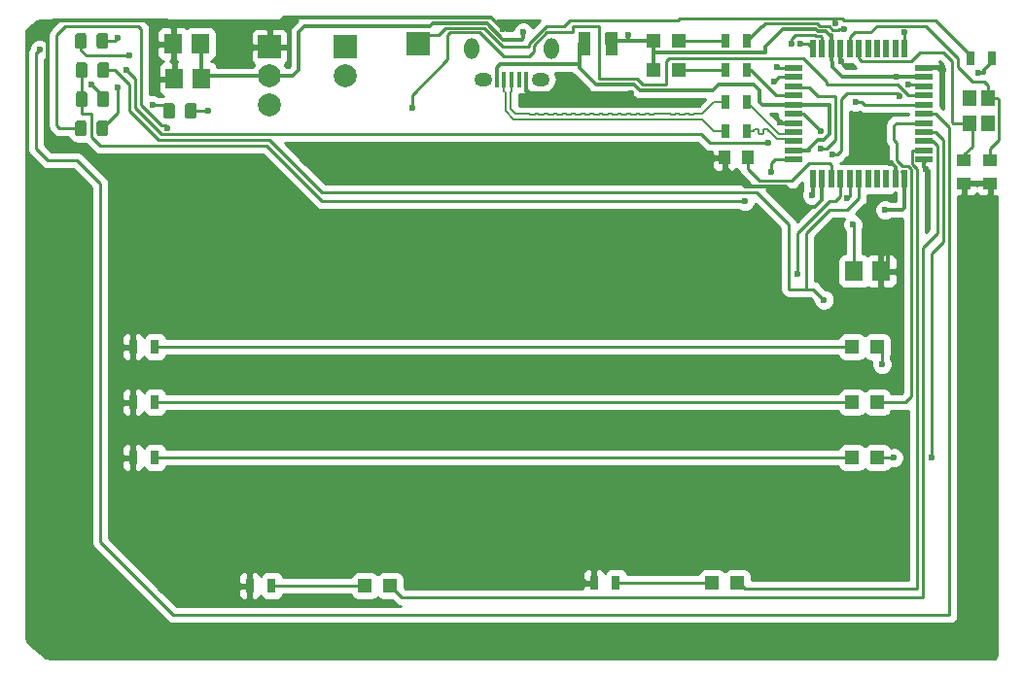
<source format=gbr>
G04 #@! TF.GenerationSoftware,KiCad,Pcbnew,(5.0.1-3-g963ef8bb5)*
G04 #@! TF.CreationDate,2019-02-08T08:33:02+00:00*
G04 #@! TF.ProjectId,invitation,696E7669746174696F6E2E6B69636164,rev?*
G04 #@! TF.SameCoordinates,Original*
G04 #@! TF.FileFunction,Copper,L2,Bot,Signal*
G04 #@! TF.FilePolarity,Positive*
%FSLAX46Y46*%
G04 Gerber Fmt 4.6, Leading zero omitted, Abs format (unit mm)*
G04 Created by KiCad (PCBNEW (5.0.1-3-g963ef8bb5)) date Friday, 08 February 2019 at 08:33:02*
%MOMM*%
%LPD*%
G01*
G04 APERTURE LIST*
G04 #@! TA.AperFunction,SMDPad,CuDef*
%ADD10R,0.400000X1.350000*%
G04 #@! TD*
G04 #@! TA.AperFunction,ComponentPad*
%ADD11O,1.550000X1.250000*%
G04 #@! TD*
G04 #@! TA.AperFunction,ComponentPad*
%ADD12O,1.300000X1.850000*%
G04 #@! TD*
G04 #@! TA.AperFunction,SMDPad,CuDef*
%ADD13R,1.500000X0.550000*%
G04 #@! TD*
G04 #@! TA.AperFunction,SMDPad,CuDef*
%ADD14R,0.550000X1.500000*%
G04 #@! TD*
G04 #@! TA.AperFunction,SMDPad,CuDef*
%ADD15R,1.140000X2.030000*%
G04 #@! TD*
G04 #@! TA.AperFunction,SMDPad,CuDef*
%ADD16R,1.200000X1.400000*%
G04 #@! TD*
G04 #@! TA.AperFunction,SMDPad,CuDef*
%ADD17R,1.200000X1.200000*%
G04 #@! TD*
G04 #@! TA.AperFunction,SMDPad,CuDef*
%ADD18R,0.700000X1.300000*%
G04 #@! TD*
G04 #@! TA.AperFunction,SMDPad,CuDef*
%ADD19R,1.250000X1.000000*%
G04 #@! TD*
G04 #@! TA.AperFunction,SMDPad,CuDef*
%ADD20R,1.000000X1.250000*%
G04 #@! TD*
G04 #@! TA.AperFunction,SMDPad,CuDef*
%ADD21R,1.550000X1.800000*%
G04 #@! TD*
G04 #@! TA.AperFunction,ComponentPad*
%ADD22R,2.000000X2.000000*%
G04 #@! TD*
G04 #@! TA.AperFunction,ComponentPad*
%ADD23C,2.000000*%
G04 #@! TD*
G04 #@! TA.AperFunction,Conductor*
%ADD24C,0.100000*%
G04 #@! TD*
G04 #@! TA.AperFunction,SMDPad,CuDef*
%ADD25C,0.975000*%
G04 #@! TD*
G04 #@! TA.AperFunction,ViaPad*
%ADD26C,0.600000*%
G04 #@! TD*
G04 #@! TA.AperFunction,Conductor*
%ADD27C,0.300000*%
G04 #@! TD*
G04 #@! TA.AperFunction,Conductor*
%ADD28C,0.250000*%
G04 #@! TD*
G04 #@! TA.AperFunction,Conductor*
%ADD29C,0.200000*%
G04 #@! TD*
G04 #@! TA.AperFunction,Conductor*
%ADD30C,0.254000*%
G04 #@! TD*
G04 APERTURE END LIST*
D10*
G04 #@! TO.P,P1,1*
G04 #@! TO.N,USBVCC*
X161005100Y-77000540D03*
G04 #@! TO.P,P1,2*
G04 #@! TO.N,/Data-*
X161655100Y-77000540D03*
G04 #@! TO.P,P1,3*
G04 #@! TO.N,/Data+*
X162305100Y-77000540D03*
G04 #@! TO.P,P1,4*
G04 #@! TO.N,Net-(P1-Pad4)*
X162955100Y-77000540D03*
G04 #@! TO.P,P1,5*
G04 #@! TO.N,GND*
X163605100Y-77000540D03*
D11*
G04 #@! TO.P,P1,6*
G04 #@! TO.N,Net-(P1-Pad6)*
X159805100Y-77000540D03*
X164805100Y-77000540D03*
D12*
X158805100Y-74300540D03*
X165805100Y-74300540D03*
G04 #@! TD*
D13*
G04 #@! TO.P,U1,1*
G04 #@! TO.N,rightArrBtn*
X186832000Y-84010000D03*
G04 #@! TO.P,U1,2*
G04 #@! TO.N,USBVCC*
X186832000Y-83210000D03*
G04 #@! TO.P,U1,3*
G04 #@! TO.N,D-*
X186832000Y-82410000D03*
G04 #@! TO.P,U1,4*
G04 #@! TO.N,D+*
X186832000Y-81610000D03*
G04 #@! TO.P,U1,5*
G04 #@! TO.N,GND*
X186832000Y-80810000D03*
G04 #@! TO.P,U1,6*
G04 #@! TO.N,Net-(C0-Pad1)*
X186832000Y-80010000D03*
G04 #@! TO.P,U1,7*
G04 #@! TO.N,USBVCC*
X186832000Y-79210000D03*
G04 #@! TO.P,U1,8*
G04 #@! TO.N,RXLED*
X186832000Y-78410000D03*
G04 #@! TO.P,U1,9*
G04 #@! TO.N,SCLK*
X186832000Y-77610000D03*
G04 #@! TO.P,U1,10*
G04 #@! TO.N,MOSI*
X186832000Y-76810000D03*
G04 #@! TO.P,U1,11*
G04 #@! TO.N,MISO*
X186832000Y-76010000D03*
D14*
G04 #@! TO.P,U1,12*
G04 #@! TO.N,powerLED*
X188532000Y-74310000D03*
G04 #@! TO.P,U1,13*
G04 #@! TO.N,RESET*
X189332000Y-74310000D03*
G04 #@! TO.P,U1,14*
G04 #@! TO.N,VCC*
X190132000Y-74310000D03*
G04 #@! TO.P,U1,15*
G04 #@! TO.N,GND*
X190932000Y-74310000D03*
G04 #@! TO.P,U1,16*
G04 #@! TO.N,XTal2*
X191732000Y-74310000D03*
G04 #@! TO.P,U1,17*
G04 #@! TO.N,XTal1*
X192532000Y-74310000D03*
G04 #@! TO.P,U1,18*
G04 #@! TO.N,Net-(U1-Pad18)*
X193332000Y-74310000D03*
G04 #@! TO.P,U1,19*
G04 #@! TO.N,Net-(U1-Pad19)*
X194132000Y-74310000D03*
G04 #@! TO.P,U1,20*
G04 #@! TO.N,Net-(U1-Pad20)*
X194932000Y-74310000D03*
G04 #@! TO.P,U1,21*
G04 #@! TO.N,Net-(U1-Pad21)*
X195732000Y-74310000D03*
G04 #@! TO.P,U1,22*
G04 #@! TO.N,TXLED*
X196532000Y-74310000D03*
D13*
G04 #@! TO.P,U1,23*
G04 #@! TO.N,GND*
X198232000Y-76010000D03*
G04 #@! TO.P,U1,24*
G04 #@! TO.N,VCC*
X198232000Y-76810000D03*
G04 #@! TO.P,U1,25*
G04 #@! TO.N,downArrBtn*
X198232000Y-77610000D03*
G04 #@! TO.P,U1,26*
G04 #@! TO.N,upArrSens*
X198232000Y-78410000D03*
G04 #@! TO.P,U1,27*
G04 #@! TO.N,downArrSens*
X198232000Y-79210000D03*
G04 #@! TO.P,U1,28*
G04 #@! TO.N,homeBtn*
X198232000Y-80010000D03*
G04 #@! TO.P,U1,29*
G04 #@! TO.N,nodeLED*
X198232000Y-80810000D03*
G04 #@! TO.P,U1,30*
G04 #@! TO.N,interactLED*
X198232000Y-81610000D03*
G04 #@! TO.P,U1,31*
G04 #@! TO.N,phoneLED*
X198232000Y-82410000D03*
G04 #@! TO.P,U1,32*
G04 #@! TO.N,emailLED*
X198232000Y-83210000D03*
G04 #@! TO.P,U1,33*
G04 #@! TO.N,GND*
X198232000Y-84010000D03*
D14*
G04 #@! TO.P,U1,34*
G04 #@! TO.N,VCC*
X196532000Y-85710000D03*
G04 #@! TO.P,U1,35*
G04 #@! TO.N,GND*
X195732000Y-85710000D03*
G04 #@! TO.P,U1,36*
G04 #@! TO.N,Net-(U1-Pad36)*
X194932000Y-85710000D03*
G04 #@! TO.P,U1,37*
G04 #@! TO.N,Net-(U1-Pad37)*
X194132000Y-85710000D03*
G04 #@! TO.P,U1,38*
G04 #@! TO.N,Net-(U1-Pad38)*
X193332000Y-85710000D03*
G04 #@! TO.P,U1,39*
G04 #@! TO.N,rightArrSens*
X192532000Y-85710000D03*
G04 #@! TO.P,U1,40*
G04 #@! TO.N,leftArrSens*
X191732000Y-85710000D03*
G04 #@! TO.P,U1,41*
G04 #@! TO.N,homeSens*
X190932000Y-85710000D03*
G04 #@! TO.P,U1,42*
G04 #@! TO.N,Net-(C3-Pad1)*
X190132000Y-85710000D03*
G04 #@! TO.P,U1,43*
G04 #@! TO.N,GND*
X189332000Y-85710000D03*
G04 #@! TO.P,U1,44*
G04 #@! TO.N,VCC*
X188532000Y-85710000D03*
G04 #@! TD*
D15*
G04 #@! TO.P,F1,1*
G04 #@! TO.N,USBVCC*
X168656000Y-73914000D03*
G04 #@! TO.P,F1,2*
G04 #@! TO.N,VCC*
X171056000Y-73914000D03*
G04 #@! TD*
D16*
G04 #@! TO.P,Y1,1*
G04 #@! TO.N,XTal1*
X202146000Y-80856000D03*
G04 #@! TO.P,Y1,3*
G04 #@! TO.N,N/C*
X202146000Y-78656000D03*
X203746000Y-80856000D03*
G04 #@! TO.P,Y1,2*
G04 #@! TO.N,XTal2*
X203746000Y-78656000D03*
G04 #@! TD*
D17*
G04 #@! TO.P,D1,2*
G04 #@! TO.N,powerLED*
X194140000Y-100330000D03*
G04 #@! TO.P,D1,1*
G04 #@! TO.N,Net-(D1-Pad1)*
X191940000Y-100330000D03*
G04 #@! TD*
G04 #@! TO.P,D2,2*
G04 #@! TO.N,nodeLED*
X194140000Y-105156000D03*
G04 #@! TO.P,D2,1*
G04 #@! TO.N,Net-(D2-Pad1)*
X191940000Y-105156000D03*
G04 #@! TD*
G04 #@! TO.P,D3,2*
G04 #@! TO.N,interactLED*
X194140000Y-109982000D03*
G04 #@! TO.P,D3,1*
G04 #@! TO.N,Net-(D3-Pad1)*
X191940000Y-109982000D03*
G04 #@! TD*
G04 #@! TO.P,D4,2*
G04 #@! TO.N,emailLED*
X181948000Y-120904000D03*
G04 #@! TO.P,D4,1*
G04 #@! TO.N,Net-(D4-Pad1)*
X179748000Y-120904000D03*
G04 #@! TD*
G04 #@! TO.P,D5,2*
G04 #@! TO.N,phoneLED*
X151722000Y-121158000D03*
G04 #@! TO.P,D5,1*
G04 #@! TO.N,Net-(D5-Pad1)*
X149522000Y-121158000D03*
G04 #@! TD*
D18*
G04 #@! TO.P,R1,1*
G04 #@! TO.N,Net-(D1-Pad1)*
X131252000Y-100330000D03*
G04 #@! TO.P,R1,2*
G04 #@! TO.N,GND*
X129352000Y-100330000D03*
G04 #@! TD*
G04 #@! TO.P,R2,1*
G04 #@! TO.N,Net-(D2-Pad1)*
X131252000Y-105156000D03*
G04 #@! TO.P,R2,2*
G04 #@! TO.N,GND*
X129352000Y-105156000D03*
G04 #@! TD*
G04 #@! TO.P,R3,1*
G04 #@! TO.N,Net-(D3-Pad1)*
X131252000Y-109982000D03*
G04 #@! TO.P,R3,2*
G04 #@! TO.N,GND*
X129352000Y-109982000D03*
G04 #@! TD*
G04 #@! TO.P,R4,1*
G04 #@! TO.N,Net-(D4-Pad1)*
X171384000Y-120904000D03*
G04 #@! TO.P,R4,2*
G04 #@! TO.N,GND*
X169484000Y-120904000D03*
G04 #@! TD*
G04 #@! TO.P,R5,1*
G04 #@! TO.N,Net-(D5-Pad1)*
X141412000Y-121158000D03*
G04 #@! TO.P,R5,2*
G04 #@! TO.N,GND*
X139512000Y-121158000D03*
G04 #@! TD*
G04 #@! TO.P,R8,1*
G04 #@! TO.N,D+*
X182814000Y-78994000D03*
G04 #@! TO.P,R8,2*
G04 #@! TO.N,/Data+*
X180914000Y-78994000D03*
G04 #@! TD*
G04 #@! TO.P,R9,1*
G04 #@! TO.N,D-*
X182814000Y-81534000D03*
G04 #@! TO.P,R9,2*
G04 #@! TO.N,/Data-*
X180914000Y-81534000D03*
G04 #@! TD*
G04 #@! TO.P,R10,1*
G04 #@! TO.N,RESET*
X202250000Y-75184000D03*
G04 #@! TO.P,R10,2*
G04 #@! TO.N,VCC*
X204150000Y-75184000D03*
G04 #@! TD*
D19*
G04 #@! TO.P,C1,1*
G04 #@! TO.N,XTal2*
X203962000Y-84090000D03*
G04 #@! TO.P,C1,2*
G04 #@! TO.N,GND*
X203962000Y-86090000D03*
G04 #@! TD*
G04 #@! TO.P,C2,1*
G04 #@! TO.N,XTal1*
X201676000Y-84090000D03*
G04 #@! TO.P,C2,2*
G04 #@! TO.N,GND*
X201676000Y-86090000D03*
G04 #@! TD*
D20*
G04 #@! TO.P,C3,1*
G04 #@! TO.N,Net-(C3-Pad1)*
X182864000Y-83820000D03*
G04 #@! TO.P,C3,2*
G04 #@! TO.N,GND*
X180864000Y-83820000D03*
G04 #@! TD*
D21*
G04 #@! TO.P,C4,1*
G04 #@! TO.N,VCC*
X135192000Y-73914000D03*
G04 #@! TO.P,C4,2*
G04 #@! TO.N,GND*
X132842000Y-73914000D03*
G04 #@! TD*
G04 #@! TO.P,C5,1*
G04 #@! TO.N,VCC*
X135287000Y-76962000D03*
G04 #@! TO.P,C5,2*
G04 #@! TO.N,GND*
X132937000Y-76962000D03*
G04 #@! TD*
D22*
G04 #@! TO.P,P3,1*
G04 #@! TO.N,GND*
X141224000Y-74168000D03*
D23*
G04 #@! TO.P,P3,2*
G04 #@! TO.N,VCC*
X141224000Y-76708000D03*
G04 #@! TO.P,P3,3*
G04 #@! TO.N,SCLK*
X141224000Y-79248000D03*
G04 #@! TD*
D22*
G04 #@! TO.P,P8,1*
G04 #@! TO.N,RESET*
X154178000Y-73914000D03*
G04 #@! TD*
G04 #@! TO.P,P9,1*
G04 #@! TO.N,MOSI*
X147828000Y-74168000D03*
D23*
G04 #@! TO.P,P9,2*
G04 #@! TO.N,MISO*
X147828000Y-76708000D03*
G04 #@! TD*
D21*
G04 #@! TO.P,C0,1*
G04 #@! TO.N,Net-(C0-Pad1)*
X192119000Y-93726000D03*
G04 #@! TO.P,C0,2*
G04 #@! TO.N,GND*
X194469000Y-93726000D03*
G04 #@! TD*
D17*
G04 #@! TO.P,D6,2*
G04 #@! TO.N,VCC*
X174668000Y-73660000D03*
G04 #@! TO.P,D6,1*
G04 #@! TO.N,Net-(D6-Pad1)*
X176868000Y-73660000D03*
G04 #@! TD*
G04 #@! TO.P,D7,2*
G04 #@! TO.N,VCC*
X174668000Y-76200000D03*
G04 #@! TO.P,D7,1*
G04 #@! TO.N,Net-(D7-Pad1)*
X176868000Y-76200000D03*
G04 #@! TD*
D18*
G04 #@! TO.P,R6,1*
G04 #@! TO.N,TXLED*
X182814000Y-73660000D03*
G04 #@! TO.P,R6,2*
G04 #@! TO.N,Net-(D6-Pad1)*
X180914000Y-73660000D03*
G04 #@! TD*
G04 #@! TO.P,R7,1*
G04 #@! TO.N,RXLED*
X182814000Y-76200000D03*
G04 #@! TO.P,R7,2*
G04 #@! TO.N,Net-(D7-Pad1)*
X180914000Y-76200000D03*
G04 #@! TD*
D24*
G04 #@! TO.N,homeSens*
G04 #@! TO.C,R11*
G36*
X134633642Y-79057174D02*
X134657303Y-79060684D01*
X134680507Y-79066496D01*
X134703029Y-79074554D01*
X134724653Y-79084782D01*
X134745170Y-79097079D01*
X134764383Y-79111329D01*
X134782107Y-79127393D01*
X134798171Y-79145117D01*
X134812421Y-79164330D01*
X134824718Y-79184847D01*
X134834946Y-79206471D01*
X134843004Y-79228993D01*
X134848816Y-79252197D01*
X134852326Y-79275858D01*
X134853500Y-79299750D01*
X134853500Y-80212250D01*
X134852326Y-80236142D01*
X134848816Y-80259803D01*
X134843004Y-80283007D01*
X134834946Y-80305529D01*
X134824718Y-80327153D01*
X134812421Y-80347670D01*
X134798171Y-80366883D01*
X134782107Y-80384607D01*
X134764383Y-80400671D01*
X134745170Y-80414921D01*
X134724653Y-80427218D01*
X134703029Y-80437446D01*
X134680507Y-80445504D01*
X134657303Y-80451316D01*
X134633642Y-80454826D01*
X134609750Y-80456000D01*
X134122250Y-80456000D01*
X134098358Y-80454826D01*
X134074697Y-80451316D01*
X134051493Y-80445504D01*
X134028971Y-80437446D01*
X134007347Y-80427218D01*
X133986830Y-80414921D01*
X133967617Y-80400671D01*
X133949893Y-80384607D01*
X133933829Y-80366883D01*
X133919579Y-80347670D01*
X133907282Y-80327153D01*
X133897054Y-80305529D01*
X133888996Y-80283007D01*
X133883184Y-80259803D01*
X133879674Y-80236142D01*
X133878500Y-80212250D01*
X133878500Y-79299750D01*
X133879674Y-79275858D01*
X133883184Y-79252197D01*
X133888996Y-79228993D01*
X133897054Y-79206471D01*
X133907282Y-79184847D01*
X133919579Y-79164330D01*
X133933829Y-79145117D01*
X133949893Y-79127393D01*
X133967617Y-79111329D01*
X133986830Y-79097079D01*
X134007347Y-79084782D01*
X134028971Y-79074554D01*
X134051493Y-79066496D01*
X134074697Y-79060684D01*
X134098358Y-79057174D01*
X134122250Y-79056000D01*
X134609750Y-79056000D01*
X134633642Y-79057174D01*
X134633642Y-79057174D01*
G37*
D25*
G04 #@! TD*
G04 #@! TO.P,R11,1*
G04 #@! TO.N,homeSens*
X134366000Y-79756000D03*
D24*
G04 #@! TO.N,homeBtn*
G04 #@! TO.C,R11*
G36*
X132758642Y-79057174D02*
X132782303Y-79060684D01*
X132805507Y-79066496D01*
X132828029Y-79074554D01*
X132849653Y-79084782D01*
X132870170Y-79097079D01*
X132889383Y-79111329D01*
X132907107Y-79127393D01*
X132923171Y-79145117D01*
X132937421Y-79164330D01*
X132949718Y-79184847D01*
X132959946Y-79206471D01*
X132968004Y-79228993D01*
X132973816Y-79252197D01*
X132977326Y-79275858D01*
X132978500Y-79299750D01*
X132978500Y-80212250D01*
X132977326Y-80236142D01*
X132973816Y-80259803D01*
X132968004Y-80283007D01*
X132959946Y-80305529D01*
X132949718Y-80327153D01*
X132937421Y-80347670D01*
X132923171Y-80366883D01*
X132907107Y-80384607D01*
X132889383Y-80400671D01*
X132870170Y-80414921D01*
X132849653Y-80427218D01*
X132828029Y-80437446D01*
X132805507Y-80445504D01*
X132782303Y-80451316D01*
X132758642Y-80454826D01*
X132734750Y-80456000D01*
X132247250Y-80456000D01*
X132223358Y-80454826D01*
X132199697Y-80451316D01*
X132176493Y-80445504D01*
X132153971Y-80437446D01*
X132132347Y-80427218D01*
X132111830Y-80414921D01*
X132092617Y-80400671D01*
X132074893Y-80384607D01*
X132058829Y-80366883D01*
X132044579Y-80347670D01*
X132032282Y-80327153D01*
X132022054Y-80305529D01*
X132013996Y-80283007D01*
X132008184Y-80259803D01*
X132004674Y-80236142D01*
X132003500Y-80212250D01*
X132003500Y-79299750D01*
X132004674Y-79275858D01*
X132008184Y-79252197D01*
X132013996Y-79228993D01*
X132022054Y-79206471D01*
X132032282Y-79184847D01*
X132044579Y-79164330D01*
X132058829Y-79145117D01*
X132074893Y-79127393D01*
X132092617Y-79111329D01*
X132111830Y-79097079D01*
X132132347Y-79084782D01*
X132153971Y-79074554D01*
X132176493Y-79066496D01*
X132199697Y-79060684D01*
X132223358Y-79057174D01*
X132247250Y-79056000D01*
X132734750Y-79056000D01*
X132758642Y-79057174D01*
X132758642Y-79057174D01*
G37*
D25*
G04 #@! TD*
G04 #@! TO.P,R11,2*
G04 #@! TO.N,homeBtn*
X132491000Y-79756000D03*
D24*
G04 #@! TO.N,homeBtn*
G04 #@! TO.C,R12*
G36*
X125060142Y-72961174D02*
X125083803Y-72964684D01*
X125107007Y-72970496D01*
X125129529Y-72978554D01*
X125151153Y-72988782D01*
X125171670Y-73001079D01*
X125190883Y-73015329D01*
X125208607Y-73031393D01*
X125224671Y-73049117D01*
X125238921Y-73068330D01*
X125251218Y-73088847D01*
X125261446Y-73110471D01*
X125269504Y-73132993D01*
X125275316Y-73156197D01*
X125278826Y-73179858D01*
X125280000Y-73203750D01*
X125280000Y-74116250D01*
X125278826Y-74140142D01*
X125275316Y-74163803D01*
X125269504Y-74187007D01*
X125261446Y-74209529D01*
X125251218Y-74231153D01*
X125238921Y-74251670D01*
X125224671Y-74270883D01*
X125208607Y-74288607D01*
X125190883Y-74304671D01*
X125171670Y-74318921D01*
X125151153Y-74331218D01*
X125129529Y-74341446D01*
X125107007Y-74349504D01*
X125083803Y-74355316D01*
X125060142Y-74358826D01*
X125036250Y-74360000D01*
X124548750Y-74360000D01*
X124524858Y-74358826D01*
X124501197Y-74355316D01*
X124477993Y-74349504D01*
X124455471Y-74341446D01*
X124433847Y-74331218D01*
X124413330Y-74318921D01*
X124394117Y-74304671D01*
X124376393Y-74288607D01*
X124360329Y-74270883D01*
X124346079Y-74251670D01*
X124333782Y-74231153D01*
X124323554Y-74209529D01*
X124315496Y-74187007D01*
X124309684Y-74163803D01*
X124306174Y-74140142D01*
X124305000Y-74116250D01*
X124305000Y-73203750D01*
X124306174Y-73179858D01*
X124309684Y-73156197D01*
X124315496Y-73132993D01*
X124323554Y-73110471D01*
X124333782Y-73088847D01*
X124346079Y-73068330D01*
X124360329Y-73049117D01*
X124376393Y-73031393D01*
X124394117Y-73015329D01*
X124413330Y-73001079D01*
X124433847Y-72988782D01*
X124455471Y-72978554D01*
X124477993Y-72970496D01*
X124501197Y-72964684D01*
X124524858Y-72961174D01*
X124548750Y-72960000D01*
X125036250Y-72960000D01*
X125060142Y-72961174D01*
X125060142Y-72961174D01*
G37*
D25*
G04 #@! TD*
G04 #@! TO.P,R12,2*
G04 #@! TO.N,homeBtn*
X124792500Y-73660000D03*
D24*
G04 #@! TO.N,leftArrSens*
G04 #@! TO.C,R12*
G36*
X126935142Y-72961174D02*
X126958803Y-72964684D01*
X126982007Y-72970496D01*
X127004529Y-72978554D01*
X127026153Y-72988782D01*
X127046670Y-73001079D01*
X127065883Y-73015329D01*
X127083607Y-73031393D01*
X127099671Y-73049117D01*
X127113921Y-73068330D01*
X127126218Y-73088847D01*
X127136446Y-73110471D01*
X127144504Y-73132993D01*
X127150316Y-73156197D01*
X127153826Y-73179858D01*
X127155000Y-73203750D01*
X127155000Y-74116250D01*
X127153826Y-74140142D01*
X127150316Y-74163803D01*
X127144504Y-74187007D01*
X127136446Y-74209529D01*
X127126218Y-74231153D01*
X127113921Y-74251670D01*
X127099671Y-74270883D01*
X127083607Y-74288607D01*
X127065883Y-74304671D01*
X127046670Y-74318921D01*
X127026153Y-74331218D01*
X127004529Y-74341446D01*
X126982007Y-74349504D01*
X126958803Y-74355316D01*
X126935142Y-74358826D01*
X126911250Y-74360000D01*
X126423750Y-74360000D01*
X126399858Y-74358826D01*
X126376197Y-74355316D01*
X126352993Y-74349504D01*
X126330471Y-74341446D01*
X126308847Y-74331218D01*
X126288330Y-74318921D01*
X126269117Y-74304671D01*
X126251393Y-74288607D01*
X126235329Y-74270883D01*
X126221079Y-74251670D01*
X126208782Y-74231153D01*
X126198554Y-74209529D01*
X126190496Y-74187007D01*
X126184684Y-74163803D01*
X126181174Y-74140142D01*
X126180000Y-74116250D01*
X126180000Y-73203750D01*
X126181174Y-73179858D01*
X126184684Y-73156197D01*
X126190496Y-73132993D01*
X126198554Y-73110471D01*
X126208782Y-73088847D01*
X126221079Y-73068330D01*
X126235329Y-73049117D01*
X126251393Y-73031393D01*
X126269117Y-73015329D01*
X126288330Y-73001079D01*
X126308847Y-72988782D01*
X126330471Y-72978554D01*
X126352993Y-72970496D01*
X126376197Y-72964684D01*
X126399858Y-72961174D01*
X126423750Y-72960000D01*
X126911250Y-72960000D01*
X126935142Y-72961174D01*
X126935142Y-72961174D01*
G37*
D25*
G04 #@! TD*
G04 #@! TO.P,R12,1*
G04 #@! TO.N,leftArrSens*
X126667500Y-73660000D03*
D24*
G04 #@! TO.N,rightArrSens*
G04 #@! TO.C,R13*
G36*
X127013642Y-75501174D02*
X127037303Y-75504684D01*
X127060507Y-75510496D01*
X127083029Y-75518554D01*
X127104653Y-75528782D01*
X127125170Y-75541079D01*
X127144383Y-75555329D01*
X127162107Y-75571393D01*
X127178171Y-75589117D01*
X127192421Y-75608330D01*
X127204718Y-75628847D01*
X127214946Y-75650471D01*
X127223004Y-75672993D01*
X127228816Y-75696197D01*
X127232326Y-75719858D01*
X127233500Y-75743750D01*
X127233500Y-76656250D01*
X127232326Y-76680142D01*
X127228816Y-76703803D01*
X127223004Y-76727007D01*
X127214946Y-76749529D01*
X127204718Y-76771153D01*
X127192421Y-76791670D01*
X127178171Y-76810883D01*
X127162107Y-76828607D01*
X127144383Y-76844671D01*
X127125170Y-76858921D01*
X127104653Y-76871218D01*
X127083029Y-76881446D01*
X127060507Y-76889504D01*
X127037303Y-76895316D01*
X127013642Y-76898826D01*
X126989750Y-76900000D01*
X126502250Y-76900000D01*
X126478358Y-76898826D01*
X126454697Y-76895316D01*
X126431493Y-76889504D01*
X126408971Y-76881446D01*
X126387347Y-76871218D01*
X126366830Y-76858921D01*
X126347617Y-76844671D01*
X126329893Y-76828607D01*
X126313829Y-76810883D01*
X126299579Y-76791670D01*
X126287282Y-76771153D01*
X126277054Y-76749529D01*
X126268996Y-76727007D01*
X126263184Y-76703803D01*
X126259674Y-76680142D01*
X126258500Y-76656250D01*
X126258500Y-75743750D01*
X126259674Y-75719858D01*
X126263184Y-75696197D01*
X126268996Y-75672993D01*
X126277054Y-75650471D01*
X126287282Y-75628847D01*
X126299579Y-75608330D01*
X126313829Y-75589117D01*
X126329893Y-75571393D01*
X126347617Y-75555329D01*
X126366830Y-75541079D01*
X126387347Y-75528782D01*
X126408971Y-75518554D01*
X126431493Y-75510496D01*
X126454697Y-75504684D01*
X126478358Y-75501174D01*
X126502250Y-75500000D01*
X126989750Y-75500000D01*
X127013642Y-75501174D01*
X127013642Y-75501174D01*
G37*
D25*
G04 #@! TD*
G04 #@! TO.P,R13,1*
G04 #@! TO.N,rightArrSens*
X126746000Y-76200000D03*
D24*
G04 #@! TO.N,rightArrBtn*
G04 #@! TO.C,R13*
G36*
X125138642Y-75501174D02*
X125162303Y-75504684D01*
X125185507Y-75510496D01*
X125208029Y-75518554D01*
X125229653Y-75528782D01*
X125250170Y-75541079D01*
X125269383Y-75555329D01*
X125287107Y-75571393D01*
X125303171Y-75589117D01*
X125317421Y-75608330D01*
X125329718Y-75628847D01*
X125339946Y-75650471D01*
X125348004Y-75672993D01*
X125353816Y-75696197D01*
X125357326Y-75719858D01*
X125358500Y-75743750D01*
X125358500Y-76656250D01*
X125357326Y-76680142D01*
X125353816Y-76703803D01*
X125348004Y-76727007D01*
X125339946Y-76749529D01*
X125329718Y-76771153D01*
X125317421Y-76791670D01*
X125303171Y-76810883D01*
X125287107Y-76828607D01*
X125269383Y-76844671D01*
X125250170Y-76858921D01*
X125229653Y-76871218D01*
X125208029Y-76881446D01*
X125185507Y-76889504D01*
X125162303Y-76895316D01*
X125138642Y-76898826D01*
X125114750Y-76900000D01*
X124627250Y-76900000D01*
X124603358Y-76898826D01*
X124579697Y-76895316D01*
X124556493Y-76889504D01*
X124533971Y-76881446D01*
X124512347Y-76871218D01*
X124491830Y-76858921D01*
X124472617Y-76844671D01*
X124454893Y-76828607D01*
X124438829Y-76810883D01*
X124424579Y-76791670D01*
X124412282Y-76771153D01*
X124402054Y-76749529D01*
X124393996Y-76727007D01*
X124388184Y-76703803D01*
X124384674Y-76680142D01*
X124383500Y-76656250D01*
X124383500Y-75743750D01*
X124384674Y-75719858D01*
X124388184Y-75696197D01*
X124393996Y-75672993D01*
X124402054Y-75650471D01*
X124412282Y-75628847D01*
X124424579Y-75608330D01*
X124438829Y-75589117D01*
X124454893Y-75571393D01*
X124472617Y-75555329D01*
X124491830Y-75541079D01*
X124512347Y-75528782D01*
X124533971Y-75518554D01*
X124556493Y-75510496D01*
X124579697Y-75504684D01*
X124603358Y-75501174D01*
X124627250Y-75500000D01*
X125114750Y-75500000D01*
X125138642Y-75501174D01*
X125138642Y-75501174D01*
G37*
D25*
G04 #@! TD*
G04 #@! TO.P,R13,2*
G04 #@! TO.N,rightArrBtn*
X124871000Y-76200000D03*
D24*
G04 #@! TO.N,rightArrBtn*
G04 #@! TO.C,R14*
G36*
X125138642Y-78041174D02*
X125162303Y-78044684D01*
X125185507Y-78050496D01*
X125208029Y-78058554D01*
X125229653Y-78068782D01*
X125250170Y-78081079D01*
X125269383Y-78095329D01*
X125287107Y-78111393D01*
X125303171Y-78129117D01*
X125317421Y-78148330D01*
X125329718Y-78168847D01*
X125339946Y-78190471D01*
X125348004Y-78212993D01*
X125353816Y-78236197D01*
X125357326Y-78259858D01*
X125358500Y-78283750D01*
X125358500Y-79196250D01*
X125357326Y-79220142D01*
X125353816Y-79243803D01*
X125348004Y-79267007D01*
X125339946Y-79289529D01*
X125329718Y-79311153D01*
X125317421Y-79331670D01*
X125303171Y-79350883D01*
X125287107Y-79368607D01*
X125269383Y-79384671D01*
X125250170Y-79398921D01*
X125229653Y-79411218D01*
X125208029Y-79421446D01*
X125185507Y-79429504D01*
X125162303Y-79435316D01*
X125138642Y-79438826D01*
X125114750Y-79440000D01*
X124627250Y-79440000D01*
X124603358Y-79438826D01*
X124579697Y-79435316D01*
X124556493Y-79429504D01*
X124533971Y-79421446D01*
X124512347Y-79411218D01*
X124491830Y-79398921D01*
X124472617Y-79384671D01*
X124454893Y-79368607D01*
X124438829Y-79350883D01*
X124424579Y-79331670D01*
X124412282Y-79311153D01*
X124402054Y-79289529D01*
X124393996Y-79267007D01*
X124388184Y-79243803D01*
X124384674Y-79220142D01*
X124383500Y-79196250D01*
X124383500Y-78283750D01*
X124384674Y-78259858D01*
X124388184Y-78236197D01*
X124393996Y-78212993D01*
X124402054Y-78190471D01*
X124412282Y-78168847D01*
X124424579Y-78148330D01*
X124438829Y-78129117D01*
X124454893Y-78111393D01*
X124472617Y-78095329D01*
X124491830Y-78081079D01*
X124512347Y-78068782D01*
X124533971Y-78058554D01*
X124556493Y-78050496D01*
X124579697Y-78044684D01*
X124603358Y-78041174D01*
X124627250Y-78040000D01*
X125114750Y-78040000D01*
X125138642Y-78041174D01*
X125138642Y-78041174D01*
G37*
D25*
G04 #@! TD*
G04 #@! TO.P,R14,2*
G04 #@! TO.N,rightArrBtn*
X124871000Y-78740000D03*
D24*
G04 #@! TO.N,upArrSens*
G04 #@! TO.C,R14*
G36*
X127013642Y-78041174D02*
X127037303Y-78044684D01*
X127060507Y-78050496D01*
X127083029Y-78058554D01*
X127104653Y-78068782D01*
X127125170Y-78081079D01*
X127144383Y-78095329D01*
X127162107Y-78111393D01*
X127178171Y-78129117D01*
X127192421Y-78148330D01*
X127204718Y-78168847D01*
X127214946Y-78190471D01*
X127223004Y-78212993D01*
X127228816Y-78236197D01*
X127232326Y-78259858D01*
X127233500Y-78283750D01*
X127233500Y-79196250D01*
X127232326Y-79220142D01*
X127228816Y-79243803D01*
X127223004Y-79267007D01*
X127214946Y-79289529D01*
X127204718Y-79311153D01*
X127192421Y-79331670D01*
X127178171Y-79350883D01*
X127162107Y-79368607D01*
X127144383Y-79384671D01*
X127125170Y-79398921D01*
X127104653Y-79411218D01*
X127083029Y-79421446D01*
X127060507Y-79429504D01*
X127037303Y-79435316D01*
X127013642Y-79438826D01*
X126989750Y-79440000D01*
X126502250Y-79440000D01*
X126478358Y-79438826D01*
X126454697Y-79435316D01*
X126431493Y-79429504D01*
X126408971Y-79421446D01*
X126387347Y-79411218D01*
X126366830Y-79398921D01*
X126347617Y-79384671D01*
X126329893Y-79368607D01*
X126313829Y-79350883D01*
X126299579Y-79331670D01*
X126287282Y-79311153D01*
X126277054Y-79289529D01*
X126268996Y-79267007D01*
X126263184Y-79243803D01*
X126259674Y-79220142D01*
X126258500Y-79196250D01*
X126258500Y-78283750D01*
X126259674Y-78259858D01*
X126263184Y-78236197D01*
X126268996Y-78212993D01*
X126277054Y-78190471D01*
X126287282Y-78168847D01*
X126299579Y-78148330D01*
X126313829Y-78129117D01*
X126329893Y-78111393D01*
X126347617Y-78095329D01*
X126366830Y-78081079D01*
X126387347Y-78068782D01*
X126408971Y-78058554D01*
X126431493Y-78050496D01*
X126454697Y-78044684D01*
X126478358Y-78041174D01*
X126502250Y-78040000D01*
X126989750Y-78040000D01*
X127013642Y-78041174D01*
X127013642Y-78041174D01*
G37*
D25*
G04 #@! TD*
G04 #@! TO.P,R14,1*
G04 #@! TO.N,upArrSens*
X126746000Y-78740000D03*
D24*
G04 #@! TO.N,downArrSens*
G04 #@! TO.C,R15*
G36*
X126935142Y-80581174D02*
X126958803Y-80584684D01*
X126982007Y-80590496D01*
X127004529Y-80598554D01*
X127026153Y-80608782D01*
X127046670Y-80621079D01*
X127065883Y-80635329D01*
X127083607Y-80651393D01*
X127099671Y-80669117D01*
X127113921Y-80688330D01*
X127126218Y-80708847D01*
X127136446Y-80730471D01*
X127144504Y-80752993D01*
X127150316Y-80776197D01*
X127153826Y-80799858D01*
X127155000Y-80823750D01*
X127155000Y-81736250D01*
X127153826Y-81760142D01*
X127150316Y-81783803D01*
X127144504Y-81807007D01*
X127136446Y-81829529D01*
X127126218Y-81851153D01*
X127113921Y-81871670D01*
X127099671Y-81890883D01*
X127083607Y-81908607D01*
X127065883Y-81924671D01*
X127046670Y-81938921D01*
X127026153Y-81951218D01*
X127004529Y-81961446D01*
X126982007Y-81969504D01*
X126958803Y-81975316D01*
X126935142Y-81978826D01*
X126911250Y-81980000D01*
X126423750Y-81980000D01*
X126399858Y-81978826D01*
X126376197Y-81975316D01*
X126352993Y-81969504D01*
X126330471Y-81961446D01*
X126308847Y-81951218D01*
X126288330Y-81938921D01*
X126269117Y-81924671D01*
X126251393Y-81908607D01*
X126235329Y-81890883D01*
X126221079Y-81871670D01*
X126208782Y-81851153D01*
X126198554Y-81829529D01*
X126190496Y-81807007D01*
X126184684Y-81783803D01*
X126181174Y-81760142D01*
X126180000Y-81736250D01*
X126180000Y-80823750D01*
X126181174Y-80799858D01*
X126184684Y-80776197D01*
X126190496Y-80752993D01*
X126198554Y-80730471D01*
X126208782Y-80708847D01*
X126221079Y-80688330D01*
X126235329Y-80669117D01*
X126251393Y-80651393D01*
X126269117Y-80635329D01*
X126288330Y-80621079D01*
X126308847Y-80608782D01*
X126330471Y-80598554D01*
X126352993Y-80590496D01*
X126376197Y-80584684D01*
X126399858Y-80581174D01*
X126423750Y-80580000D01*
X126911250Y-80580000D01*
X126935142Y-80581174D01*
X126935142Y-80581174D01*
G37*
D25*
G04 #@! TD*
G04 #@! TO.P,R15,1*
G04 #@! TO.N,downArrSens*
X126667500Y-81280000D03*
D24*
G04 #@! TO.N,downArrBtn*
G04 #@! TO.C,R15*
G36*
X125060142Y-80581174D02*
X125083803Y-80584684D01*
X125107007Y-80590496D01*
X125129529Y-80598554D01*
X125151153Y-80608782D01*
X125171670Y-80621079D01*
X125190883Y-80635329D01*
X125208607Y-80651393D01*
X125224671Y-80669117D01*
X125238921Y-80688330D01*
X125251218Y-80708847D01*
X125261446Y-80730471D01*
X125269504Y-80752993D01*
X125275316Y-80776197D01*
X125278826Y-80799858D01*
X125280000Y-80823750D01*
X125280000Y-81736250D01*
X125278826Y-81760142D01*
X125275316Y-81783803D01*
X125269504Y-81807007D01*
X125261446Y-81829529D01*
X125251218Y-81851153D01*
X125238921Y-81871670D01*
X125224671Y-81890883D01*
X125208607Y-81908607D01*
X125190883Y-81924671D01*
X125171670Y-81938921D01*
X125151153Y-81951218D01*
X125129529Y-81961446D01*
X125107007Y-81969504D01*
X125083803Y-81975316D01*
X125060142Y-81978826D01*
X125036250Y-81980000D01*
X124548750Y-81980000D01*
X124524858Y-81978826D01*
X124501197Y-81975316D01*
X124477993Y-81969504D01*
X124455471Y-81961446D01*
X124433847Y-81951218D01*
X124413330Y-81938921D01*
X124394117Y-81924671D01*
X124376393Y-81908607D01*
X124360329Y-81890883D01*
X124346079Y-81871670D01*
X124333782Y-81851153D01*
X124323554Y-81829529D01*
X124315496Y-81807007D01*
X124309684Y-81783803D01*
X124306174Y-81760142D01*
X124305000Y-81736250D01*
X124305000Y-80823750D01*
X124306174Y-80799858D01*
X124309684Y-80776197D01*
X124315496Y-80752993D01*
X124323554Y-80730471D01*
X124333782Y-80708847D01*
X124346079Y-80688330D01*
X124360329Y-80669117D01*
X124376393Y-80651393D01*
X124394117Y-80635329D01*
X124413330Y-80621079D01*
X124433847Y-80608782D01*
X124455471Y-80598554D01*
X124477993Y-80590496D01*
X124501197Y-80584684D01*
X124524858Y-80581174D01*
X124548750Y-80580000D01*
X125036250Y-80580000D01*
X125060142Y-80581174D01*
X125060142Y-80581174D01*
G37*
D25*
G04 #@! TD*
G04 #@! TO.P,R15,2*
G04 #@! TO.N,downArrBtn*
X124792500Y-81280000D03*
D26*
G04 #@! TO.N,GND*
X191008000Y-75438000D03*
X199898000Y-76200000D03*
X195580000Y-91440000D03*
X198374000Y-84836000D03*
X201676000Y-87884000D03*
X179578000Y-83820000D03*
X185674000Y-80772000D03*
X172720000Y-78232000D03*
X161500000Y-72650000D03*
X195326000Y-84328000D03*
G04 #@! TO.N,VCC*
X195834000Y-76810000D03*
X172466000Y-73152000D03*
X163322000Y-72898000D03*
X188468000Y-87122000D03*
X202946000Y-76454000D03*
X194818000Y-88392000D03*
G04 #@! TO.N,interactLED*
X195580000Y-109982000D03*
X198882000Y-109982000D03*
G04 #@! TO.N,SCLK*
X189230000Y-83058000D03*
G04 #@! TO.N,MISO*
X185420000Y-75946000D03*
G04 #@! TO.N,MOSI*
X185166000Y-77216000D03*
G04 #@! TO.N,RESET*
X190500000Y-72136000D03*
X186690000Y-73914000D03*
G04 #@! TO.N,TXLED*
X196532000Y-72898000D03*
X191262000Y-72644000D03*
G04 #@! TO.N,Net-(C0-Pad1)*
X192024000Y-89662000D03*
X189230000Y-81534000D03*
G04 #@! TO.N,homeSens*
X135890000Y-79756000D03*
X187210000Y-93960000D03*
G04 #@! TO.N,leftArrSens*
X191516000Y-87376000D03*
X128016000Y-73406000D03*
G04 #@! TO.N,rightArrSens*
X189500000Y-96230000D03*
G04 #@! TO.N,upArrSens*
X153630000Y-79502000D03*
X125730000Y-77470000D03*
G04 #@! TO.N,downArrSens*
X184658000Y-82550000D03*
X192278000Y-78994000D03*
X128016000Y-77724000D03*
X128778000Y-76200000D03*
G04 #@! TO.N,downArrBtn*
X190246000Y-83566000D03*
X132334000Y-81236000D03*
X196088000Y-78442000D03*
X196850000Y-77470000D03*
G04 #@! TO.N,powerLED*
X194564000Y-101854000D03*
X187452000Y-73914000D03*
G04 #@! TO.N,homeBtn*
X129032000Y-74930000D03*
X131064000Y-79248000D03*
X121202000Y-74422000D03*
G04 #@! TO.N,rightArrBtn*
X182626000Y-87630000D03*
X184912000Y-85046000D03*
G04 #@! TD*
D27*
G04 #@! TO.N,USBVCC*
X187668000Y-79210000D02*
X186832000Y-79210000D01*
X187706000Y-79248000D02*
X187668000Y-79210000D01*
X189992000Y-79248000D02*
X187706000Y-79248000D01*
X189992000Y-81788000D02*
X189992000Y-79248000D01*
X188214000Y-83210000D02*
X188214000Y-83058000D01*
X186832000Y-83210000D02*
X188214000Y-83210000D01*
X188976000Y-82296000D02*
X189484000Y-82296000D01*
X188214000Y-83058000D02*
X188976000Y-82296000D01*
X189484000Y-82296000D02*
X189992000Y-81788000D01*
X183896000Y-78994000D02*
X184112000Y-79210000D01*
X183896000Y-77978000D02*
X183896000Y-78994000D01*
X183388000Y-77470000D02*
X183896000Y-77978000D01*
X180340000Y-77470000D02*
X183388000Y-77470000D01*
X179832000Y-77978000D02*
X180340000Y-77470000D01*
X168218000Y-76016000D02*
X169672000Y-77470000D01*
X173482000Y-77978000D02*
X179832000Y-77978000D01*
X172974000Y-77470000D02*
X173482000Y-77978000D01*
X169672000Y-77470000D02*
X172974000Y-77470000D01*
X184112000Y-79210000D02*
X186832000Y-79210000D01*
X168218000Y-74098000D02*
X168218000Y-73914000D01*
X168656000Y-74359000D02*
X168656000Y-73914000D01*
X161290000Y-75692000D02*
X168218000Y-75692000D01*
X161005100Y-75976900D02*
X161290000Y-75692000D01*
X161005100Y-77000540D02*
X161005100Y-75976900D01*
X168218000Y-75692000D02*
X168218000Y-76016000D01*
X168218000Y-73914000D02*
X168218000Y-75692000D01*
G04 #@! TO.N,GND*
X195072000Y-91440000D02*
X195072000Y-93123000D01*
X195072000Y-93123000D02*
X194469000Y-93726000D01*
X190932000Y-75362000D02*
X190932000Y-74310000D01*
X191008000Y-75438000D02*
X190932000Y-75362000D01*
X199708000Y-76010000D02*
X198232000Y-76010000D01*
X199898000Y-76200000D02*
X199708000Y-76010000D01*
X195580000Y-91440000D02*
X195072000Y-91440000D01*
X195732000Y-84684000D02*
X195732000Y-85710000D01*
X201676000Y-86090000D02*
X201676000Y-87884000D01*
X198232000Y-84694000D02*
X198232000Y-84010000D01*
X198374000Y-84836000D02*
X198232000Y-84694000D01*
X186832000Y-80810000D02*
X185712000Y-80810000D01*
X179578000Y-83820000D02*
X180864000Y-83820000D01*
X185712000Y-80810000D02*
X185674000Y-80772000D01*
X163746264Y-78232000D02*
X172720000Y-78232000D01*
X138430000Y-74168000D02*
X141224000Y-74168000D01*
X136398000Y-72136000D02*
X138430000Y-74168000D01*
X132842000Y-72390000D02*
X133096000Y-72136000D01*
X133096000Y-72136000D02*
X136398000Y-72136000D01*
X132842000Y-73914000D02*
X132842000Y-72390000D01*
X141224000Y-72868000D02*
X142210000Y-71882000D01*
X141224000Y-74168000D02*
X141224000Y-72868000D01*
X132937000Y-74009000D02*
X132842000Y-73914000D01*
X132937000Y-76962000D02*
X132937000Y-74009000D01*
X168834000Y-120904000D02*
X167056000Y-119126000D01*
X169484000Y-120904000D02*
X168834000Y-120904000D01*
X167056000Y-119126000D02*
X139700000Y-119126000D01*
X139512000Y-119314000D02*
X139512000Y-121158000D01*
X139700000Y-119126000D02*
X139512000Y-119314000D01*
X139512000Y-119314000D02*
X132268000Y-119314000D01*
X129352000Y-116398000D02*
X129352000Y-109982000D01*
X132268000Y-119314000D02*
X129352000Y-116398000D01*
X129352000Y-109982000D02*
X129352000Y-105156000D01*
X129352000Y-104206000D02*
X129352000Y-100330000D01*
X129352000Y-105156000D02*
X129352000Y-104206000D01*
X121920000Y-82550000D02*
X121920000Y-72390000D01*
X122174000Y-82804000D02*
X121920000Y-82550000D01*
X125222000Y-82804000D02*
X122174000Y-82804000D01*
X129352000Y-86934000D02*
X125222000Y-82804000D01*
X129352000Y-100330000D02*
X129352000Y-86934000D01*
X122428000Y-71882000D02*
X132334000Y-71882000D01*
X121920000Y-72390000D02*
X122428000Y-71882000D01*
X132334000Y-71882000D02*
X132842000Y-72390000D01*
X195732000Y-85710000D02*
X195732000Y-84660000D01*
X203962000Y-86090000D02*
X201676000Y-86090000D01*
X163605100Y-78090836D02*
X163605100Y-77000540D01*
X163746264Y-78232000D02*
X163605100Y-78090836D01*
X142210000Y-71882000D02*
X142240000Y-71882000D01*
X142240000Y-71882000D02*
X142494000Y-71628000D01*
X160478000Y-71628000D02*
X161500000Y-72650000D01*
X142494000Y-71628000D02*
X160478000Y-71628000D01*
X195400000Y-84328000D02*
X195326000Y-84328000D01*
X195732000Y-84660000D02*
X195400000Y-84328000D01*
X189332000Y-87528000D02*
X189332000Y-85710000D01*
X188722000Y-88138000D02*
X189332000Y-87528000D01*
X182626000Y-86360000D02*
X186182000Y-86360000D01*
X187960000Y-88138000D02*
X188722000Y-88138000D01*
X186182000Y-86360000D02*
X187960000Y-88138000D01*
X180864000Y-84598000D02*
X182626000Y-86360000D01*
X180864000Y-83820000D02*
X180864000Y-84598000D01*
G04 #@! TO.N,VCC*
X190132000Y-75360000D02*
X190246000Y-75474000D01*
X190132000Y-74310000D02*
X190132000Y-75360000D01*
X190246000Y-75946000D02*
X191110000Y-76810000D01*
X191110000Y-76810000D02*
X195834000Y-76810000D01*
X195834000Y-76810000D02*
X198232000Y-76810000D01*
X204216000Y-75250000D02*
X204150000Y-75184000D01*
X170872000Y-73660000D02*
X170618000Y-73914000D01*
X174668000Y-74930000D02*
X174668000Y-76200000D01*
X190246000Y-75692000D02*
X190246000Y-75946000D01*
X190246000Y-75474000D02*
X190246000Y-75692000D01*
X170618000Y-73914000D02*
X170618000Y-73082000D01*
X135541000Y-76708000D02*
X135287000Y-76962000D01*
X141224000Y-76708000D02*
X135541000Y-76708000D01*
X135287000Y-74009000D02*
X135192000Y-73914000D01*
X135287000Y-76962000D02*
X135287000Y-74009000D01*
X174668000Y-73660000D02*
X172466000Y-73660000D01*
X172466000Y-73660000D02*
X172466000Y-73152000D01*
X172466000Y-73660000D02*
X170872000Y-73660000D01*
X196532000Y-85710000D02*
X196532000Y-85280000D01*
X196532000Y-85253999D02*
X196342000Y-85063999D01*
X196532000Y-85280000D02*
X196532000Y-85253999D01*
X196342000Y-85063999D02*
X196320992Y-85042991D01*
X188532000Y-87058000D02*
X188468000Y-87122000D01*
X188532000Y-85710000D02*
X188532000Y-87058000D01*
X174668000Y-74676000D02*
X174668000Y-74930000D01*
X174668000Y-73660000D02*
X174668000Y-74676000D01*
X204150000Y-75484000D02*
X203454000Y-76180000D01*
X204150000Y-75184000D02*
X204150000Y-75484000D01*
X203454000Y-76180000D02*
X203454000Y-76454000D01*
X203454000Y-76454000D02*
X202946000Y-76454000D01*
X155448000Y-72136000D02*
X160154000Y-72136000D01*
X144272000Y-72390000D02*
X155194000Y-72390000D01*
X155194000Y-72390000D02*
X155448000Y-72136000D01*
X143764000Y-72898000D02*
X144272000Y-72390000D01*
X143764000Y-76200000D02*
X143764000Y-72898000D01*
X143256000Y-76708000D02*
X143764000Y-76200000D01*
X141224000Y-76708000D02*
X143256000Y-76708000D01*
X163202000Y-73526000D02*
X163322000Y-73406000D01*
X161544000Y-73526000D02*
X163202000Y-73526000D01*
X163322000Y-73406000D02*
X163322000Y-72898000D01*
X160154000Y-72136000D02*
X161544000Y-73526000D01*
X194818000Y-88392000D02*
X196342000Y-88392000D01*
X196532000Y-88202000D02*
X196532000Y-85710000D01*
X196342000Y-88392000D02*
X196532000Y-88202000D01*
X188782527Y-72644000D02*
X188944517Y-72805990D01*
X184404000Y-74168000D02*
X185928000Y-72644000D01*
X185928000Y-72644000D02*
X188782527Y-72644000D01*
X184404000Y-74676000D02*
X184404000Y-74168000D01*
X174668000Y-74676000D02*
X184404000Y-74676000D01*
X188944517Y-72805990D02*
X189645990Y-72805990D01*
X189992000Y-73152000D02*
X190132000Y-73152000D01*
X189645990Y-72805990D02*
X189992000Y-73152000D01*
X190132000Y-73152000D02*
X190132000Y-74310000D01*
D28*
G04 #@! TO.N,Net-(D2-Pad1)*
X131252000Y-105156000D02*
X191940000Y-105156000D01*
G04 #@! TO.N,Net-(D3-Pad1)*
X131252000Y-109982000D02*
X191940000Y-109982000D01*
G04 #@! TO.N,Net-(P1-Pad6)*
X159296540Y-77000540D02*
X159297100Y-77000540D01*
D29*
G04 #@! TO.N,D+*
X186357000Y-81610000D02*
X186832000Y-81610000D01*
X186182000Y-81785000D02*
X186357000Y-81610000D01*
X185605000Y-81785000D02*
X186182000Y-81785000D01*
X182814000Y-78994000D02*
X185605000Y-81785000D01*
G04 #@! TO.N,D-*
X183337230Y-81531456D02*
X183314656Y-81534000D01*
X183377907Y-81511867D02*
X183358672Y-81523953D01*
X183406056Y-81476569D02*
X183393970Y-81495804D01*
X183413559Y-81455127D02*
X183406056Y-81476569D01*
X183418646Y-81409978D02*
X183413559Y-81455127D01*
X183393970Y-81495804D02*
X183377907Y-81511867D01*
X183454298Y-81353238D02*
X183438235Y-81369301D01*
X183494975Y-81333649D02*
X183473533Y-81341152D01*
X183517550Y-81331106D02*
X183494975Y-81333649D01*
X183473533Y-81341152D02*
X183454298Y-81353238D01*
X183714656Y-81331106D02*
X183517550Y-81331106D01*
X183758672Y-81341152D02*
X183737230Y-81333649D01*
X183777907Y-81353238D02*
X183758672Y-81341152D01*
X183438235Y-81369301D02*
X183426149Y-81388536D01*
X183793970Y-81369301D02*
X183777907Y-81353238D01*
X183358672Y-81523953D02*
X183337230Y-81531456D01*
X183873533Y-81726848D02*
X183854298Y-81714762D01*
X183838235Y-81698699D02*
X183826149Y-81679464D01*
X184695028Y-81531456D02*
X184673586Y-81523953D01*
X184114656Y-81736894D02*
X183917550Y-81736894D01*
X183816103Y-81432553D02*
X183813559Y-81409978D01*
X184193970Y-81698699D02*
X184177907Y-81714762D01*
X184158672Y-81726848D02*
X184137230Y-81734351D01*
X184213559Y-81658022D02*
X184206056Y-81679464D01*
X184216156Y-81534000D02*
X184216103Y-81534000D01*
X183806056Y-81388536D02*
X183793970Y-81369301D01*
X186832000Y-82410000D02*
X186357000Y-82410000D01*
X183917550Y-81736894D02*
X183894975Y-81734351D01*
X184216156Y-81432553D02*
X184216156Y-81534000D01*
X184218699Y-81409978D02*
X184216156Y-81432553D01*
X186357000Y-82410000D02*
X186182000Y-82235000D01*
X184238288Y-81369301D02*
X184226202Y-81388536D01*
X184177907Y-81714762D02*
X184158672Y-81726848D01*
X184514709Y-81331106D02*
X184317603Y-81331106D01*
X184254351Y-81353238D02*
X184238288Y-81369301D01*
X184317603Y-81331106D02*
X184295028Y-81333649D01*
X184537283Y-81333649D02*
X184514709Y-81331106D01*
X184273586Y-81341152D02*
X184254351Y-81353238D01*
X183813559Y-81409978D02*
X183806056Y-81388536D01*
X184137230Y-81734351D02*
X184114656Y-81736894D01*
X184216103Y-81635447D02*
X184213559Y-81658022D01*
X184606109Y-81388536D02*
X184594023Y-81369301D01*
X183314656Y-81534000D02*
X182814000Y-81534000D01*
X183426149Y-81388536D02*
X183418646Y-81409978D01*
X183737230Y-81333649D02*
X183714656Y-81331106D01*
X183816103Y-81635447D02*
X183816103Y-81432553D01*
X184618699Y-81455127D02*
X184613612Y-81409978D01*
X184654351Y-81511867D02*
X184638288Y-81495804D01*
X184216103Y-81534000D02*
X184216103Y-81635447D01*
X184594023Y-81369301D02*
X184577960Y-81353238D01*
X184673586Y-81523953D02*
X184654351Y-81511867D01*
X183826149Y-81679464D02*
X183818646Y-81658022D01*
X184613612Y-81409978D02*
X184606109Y-81388536D01*
X184626202Y-81476569D02*
X184618699Y-81455127D01*
X184558725Y-81341152D02*
X184537283Y-81333649D01*
X184638288Y-81495804D02*
X184626202Y-81476569D01*
X183854298Y-81714762D02*
X183838235Y-81698699D01*
X184717603Y-81534000D02*
X184695028Y-81531456D01*
X183894975Y-81734351D02*
X183873533Y-81726848D01*
X184206056Y-81679464D02*
X184193970Y-81698699D01*
X184226202Y-81388536D02*
X184218699Y-81409978D01*
X186182000Y-82235000D02*
X185418603Y-82235000D01*
X183818646Y-81658022D02*
X183816103Y-81635447D01*
X184577960Y-81353238D02*
X184558725Y-81341152D01*
X184295028Y-81333649D02*
X184273586Y-81341152D01*
X185418603Y-82235000D02*
X184717603Y-81534000D01*
D28*
G04 #@! TO.N,nodeLED*
X195796000Y-80810000D02*
X198232000Y-80810000D01*
X195580000Y-81026000D02*
X195796000Y-80810000D01*
X196596000Y-105156000D02*
X197104000Y-104648000D01*
X195580000Y-82296000D02*
X195580000Y-81026000D01*
X197104000Y-104648000D02*
X197104000Y-84836000D01*
X194140000Y-105156000D02*
X196596000Y-105156000D01*
X195834000Y-82550000D02*
X195834000Y-84074000D01*
X195834000Y-82550000D02*
X195580000Y-82296000D01*
X196342000Y-84582000D02*
X196824828Y-84582000D01*
X195834000Y-84074000D02*
X196342000Y-84582000D01*
X197104000Y-84836000D02*
X196824828Y-84582000D01*
G04 #@! TO.N,interactLED*
X198882000Y-106680000D02*
X198882000Y-109982000D01*
X195580000Y-109982000D02*
X194140000Y-109982000D01*
X198882000Y-106680000D02*
X198882000Y-92202000D01*
X198882000Y-92202000D02*
X199898000Y-91186000D01*
X199898000Y-91186000D02*
X199898000Y-82296000D01*
X199898000Y-82296000D02*
X199212000Y-81610000D01*
X199212000Y-81610000D02*
X198232000Y-81610000D01*
G04 #@! TO.N,Net-(D1-Pad1)*
X191940000Y-100330000D02*
X131252000Y-100330000D01*
G04 #@! TO.N,Net-(D4-Pad1)*
X179748000Y-120904000D02*
X171384000Y-120904000D01*
G04 #@! TO.N,Net-(D5-Pad1)*
X149522000Y-121158000D02*
X141412000Y-121158000D01*
G04 #@! TO.N,SCLK*
X187307000Y-77610000D02*
X186832000Y-77610000D01*
X187421000Y-77724000D02*
X187307000Y-77610000D01*
X188976000Y-78486000D02*
X188214000Y-77724000D01*
X190500000Y-78486000D02*
X188976000Y-78486000D01*
X188214000Y-77724000D02*
X187421000Y-77724000D01*
X190500000Y-82296000D02*
X190500000Y-78486000D01*
X189738000Y-83058000D02*
X190500000Y-82296000D01*
X189738000Y-83058000D02*
X189230000Y-83058000D01*
G04 #@! TO.N,MISO*
X186832000Y-76010000D02*
X185484000Y-76010000D01*
X185484000Y-76010000D02*
X185420000Y-75946000D01*
G04 #@! TO.N,MOSI*
X185572000Y-76810000D02*
X186832000Y-76810000D01*
X185166000Y-77216000D02*
X185572000Y-76810000D01*
G04 #@! TO.N,RESET*
X199248000Y-71882000D02*
X198473567Y-71882000D01*
X202250000Y-74884000D02*
X199248000Y-71882000D01*
X202250000Y-75184000D02*
X202250000Y-74884000D01*
X198473567Y-71882000D02*
X191262000Y-71882000D01*
X191262000Y-71882000D02*
X191081000Y-71701000D01*
X189332000Y-73310000D02*
X189332000Y-74310000D01*
X189230000Y-73208000D02*
X189332000Y-73310000D01*
X188778000Y-73208000D02*
X189230000Y-73208000D01*
X187027736Y-73152000D02*
X188722000Y-73152000D01*
X186690000Y-73489736D02*
X187027736Y-73152000D01*
X186690000Y-73914000D02*
X186690000Y-73489736D01*
X188722000Y-73152000D02*
X188778000Y-73208000D01*
X190500000Y-71701000D02*
X190500000Y-72136000D01*
X191081000Y-71701000D02*
X190500000Y-71701000D01*
X154940000Y-73152000D02*
X154178000Y-73914000D01*
X155956000Y-73152000D02*
X154940000Y-73152000D01*
X156569990Y-72538010D02*
X155956000Y-73152000D01*
X163842000Y-73902000D02*
X163842000Y-74168000D01*
X159914010Y-72538010D02*
X156569990Y-72538010D01*
X176784000Y-71882000D02*
X167386000Y-71882000D01*
X163842000Y-74168000D02*
X161544000Y-74168000D01*
X165354000Y-72390000D02*
X163842000Y-73902000D01*
X176965000Y-71701000D02*
X176784000Y-71882000D01*
X161544000Y-74168000D02*
X159914010Y-72538010D01*
X166878000Y-72390000D02*
X165354000Y-72390000D01*
X167386000Y-71882000D02*
X166878000Y-72390000D01*
X190500000Y-71701000D02*
X176965000Y-71701000D01*
D29*
G04 #@! TO.N,/Data-*
X161655100Y-77000540D02*
X161655100Y-78013041D01*
X161755100Y-78113041D02*
X161755100Y-79777300D01*
X161655100Y-78013041D02*
X161755100Y-78113041D01*
X178893999Y-80489000D02*
X179938999Y-81534000D01*
X179938999Y-81534000D02*
X180914000Y-81534000D01*
X162466800Y-80489000D02*
X178893999Y-80489000D01*
X161755100Y-79777300D02*
X162466800Y-80489000D01*
G04 #@! TO.N,/Data+*
X162305100Y-78013041D02*
X162305100Y-77000540D01*
X162205100Y-78113041D02*
X162305100Y-78013041D01*
X162653200Y-80039000D02*
X162205100Y-79590900D01*
X163889990Y-80039000D02*
X162653200Y-80039000D01*
X163891548Y-80039176D02*
X163889990Y-80039000D01*
X163893029Y-80039694D02*
X163891548Y-80039176D01*
X163894357Y-80040529D02*
X163893029Y-80039694D01*
X163895466Y-80041638D02*
X163894357Y-80040529D01*
X163896301Y-80042966D02*
X163895466Y-80041638D01*
X163896819Y-80044447D02*
X163896301Y-80042966D01*
X163897170Y-80047564D02*
X163896819Y-80044447D01*
X163898523Y-80050373D02*
X163897688Y-80049045D01*
X163902441Y-80052835D02*
X163900960Y-80052317D01*
X163904000Y-80053010D02*
X163902441Y-80052835D01*
X164291548Y-80052835D02*
X164289990Y-80053010D01*
X164293029Y-80052317D02*
X164291548Y-80052835D01*
X164294357Y-80051482D02*
X164293029Y-80052317D01*
X164295466Y-80050373D02*
X164294357Y-80051482D01*
X164296301Y-80049045D02*
X164295466Y-80050373D01*
X164296819Y-80047564D02*
X164296301Y-80049045D01*
X164296995Y-80046005D02*
X164296819Y-80047564D01*
X164296995Y-80031995D02*
X164296995Y-80046005D01*
X164297170Y-80030436D02*
X164296995Y-80031995D01*
X164297688Y-80028955D02*
X164297170Y-80030436D01*
X164298523Y-80027627D02*
X164297688Y-80028955D01*
X164299632Y-80026518D02*
X164298523Y-80027627D01*
X164300960Y-80025683D02*
X164299632Y-80026518D01*
X164302441Y-80025165D02*
X164300960Y-80025683D01*
X164304000Y-80024990D02*
X164302441Y-80025165D01*
X164689990Y-80024990D02*
X164304000Y-80024990D01*
X164693029Y-80025683D02*
X164691548Y-80025165D01*
X164694357Y-80026518D02*
X164693029Y-80025683D01*
X164696301Y-80028955D02*
X164695466Y-80027627D01*
X164696819Y-80030436D02*
X164696301Y-80028955D01*
X164696995Y-80031995D02*
X164696819Y-80030436D01*
X164696995Y-80046005D02*
X164696995Y-80031995D01*
X164697170Y-80047564D02*
X164696995Y-80046005D01*
X164697688Y-80049045D02*
X164697170Y-80047564D01*
X164698523Y-80050373D02*
X164697688Y-80049045D01*
X164699632Y-80051482D02*
X164698523Y-80050373D01*
X164700960Y-80052317D02*
X164699632Y-80051482D01*
X164702441Y-80052835D02*
X164700960Y-80052317D01*
X164704000Y-80053010D02*
X164702441Y-80052835D01*
X165089990Y-80053010D02*
X164704000Y-80053010D01*
X165091548Y-80052835D02*
X165089990Y-80053010D01*
X165094357Y-80051482D02*
X165093029Y-80052317D01*
X165096819Y-80047564D02*
X165096301Y-80049045D01*
X165096995Y-80046005D02*
X165096819Y-80047564D01*
X165096995Y-80031995D02*
X165096995Y-80046005D01*
X165097688Y-80028955D02*
X165097170Y-80030436D01*
X165097170Y-80030436D02*
X165096995Y-80031995D01*
X165098523Y-80027627D02*
X165097688Y-80028955D01*
X163897688Y-80049045D02*
X163897170Y-80047564D01*
X165100960Y-80025683D02*
X165099632Y-80026518D01*
X165102441Y-80025165D02*
X165100960Y-80025683D01*
X165104000Y-80024990D02*
X165102441Y-80025165D01*
X165489990Y-80024990D02*
X165104000Y-80024990D01*
X165491548Y-80025165D02*
X165489990Y-80024990D01*
X165493029Y-80025683D02*
X165491548Y-80025165D01*
X165496301Y-80028955D02*
X165495466Y-80027627D01*
X165496819Y-80030436D02*
X165496301Y-80028955D01*
X165496995Y-80031995D02*
X165496819Y-80030436D01*
X165496995Y-80046005D02*
X165496995Y-80031995D01*
X165497688Y-80049045D02*
X165497170Y-80047564D01*
X165497170Y-80047564D02*
X165496995Y-80046005D01*
X165498523Y-80050373D02*
X165497688Y-80049045D01*
X165499632Y-80051482D02*
X165498523Y-80050373D01*
X165504000Y-80053010D02*
X165502441Y-80052835D01*
X165889990Y-80053010D02*
X165504000Y-80053010D01*
X165894357Y-80051482D02*
X165893029Y-80052317D01*
X165895466Y-80050373D02*
X165894357Y-80051482D01*
X165896301Y-80049045D02*
X165895466Y-80050373D01*
X165896819Y-80047564D02*
X165896301Y-80049045D01*
X165896995Y-80046005D02*
X165896819Y-80047564D01*
X165896995Y-80031995D02*
X165896995Y-80046005D01*
X165897170Y-80030436D02*
X165896995Y-80031995D01*
X165897688Y-80028955D02*
X165897170Y-80030436D01*
X165898523Y-80027627D02*
X165897688Y-80028955D01*
X165899632Y-80026518D02*
X165898523Y-80027627D01*
X165900960Y-80025683D02*
X165899632Y-80026518D01*
X165902441Y-80025165D02*
X165900960Y-80025683D01*
X165904000Y-80024990D02*
X165902441Y-80025165D01*
X166291548Y-80025165D02*
X166289990Y-80024990D01*
X166293029Y-80025683D02*
X166291548Y-80025165D01*
X166294357Y-80026518D02*
X166293029Y-80025683D01*
X166295466Y-80027627D02*
X166294357Y-80026518D01*
X166296301Y-80028955D02*
X166295466Y-80027627D01*
X166296819Y-80030436D02*
X166296301Y-80028955D01*
X166296995Y-80031995D02*
X166296819Y-80030436D01*
X166296995Y-80046005D02*
X166296995Y-80031995D01*
X166297170Y-80047564D02*
X166296995Y-80046005D01*
X166297688Y-80049045D02*
X166297170Y-80047564D01*
X166298523Y-80050373D02*
X166297688Y-80049045D01*
X166299632Y-80051482D02*
X166298523Y-80050373D01*
X166300960Y-80052317D02*
X166299632Y-80051482D01*
X166302441Y-80052835D02*
X166300960Y-80052317D01*
X166304000Y-80053010D02*
X166302441Y-80052835D01*
X166689990Y-80053010D02*
X166304000Y-80053010D01*
X166691548Y-80052835D02*
X166689990Y-80053010D01*
X166693029Y-80052317D02*
X166691548Y-80052835D01*
X166695466Y-80050373D02*
X166694357Y-80051482D01*
X166696301Y-80049045D02*
X166695466Y-80050373D01*
X166696819Y-80047564D02*
X166696301Y-80049045D01*
X166696995Y-80046005D02*
X166696819Y-80047564D01*
X166696995Y-80031995D02*
X166696995Y-80046005D01*
X166697170Y-80030436D02*
X166696995Y-80031995D01*
X166697688Y-80028955D02*
X166697170Y-80030436D01*
X166698523Y-80027627D02*
X166697688Y-80028955D01*
X166699632Y-80026518D02*
X166698523Y-80027627D01*
X166700960Y-80025683D02*
X166699632Y-80026518D01*
X166702441Y-80025165D02*
X166700960Y-80025683D01*
X166704000Y-80024990D02*
X166702441Y-80025165D01*
X167089990Y-80024990D02*
X166704000Y-80024990D01*
X167091548Y-80025165D02*
X167089990Y-80024990D01*
X167093029Y-80025683D02*
X167091548Y-80025165D01*
X167094357Y-80026518D02*
X167093029Y-80025683D01*
X167095466Y-80027627D02*
X167094357Y-80026518D01*
X167096301Y-80028955D02*
X167095466Y-80027627D01*
X167096995Y-80031995D02*
X167096819Y-80030436D01*
X167096995Y-80046005D02*
X167096995Y-80031995D01*
X167097688Y-80049045D02*
X167097170Y-80047564D01*
X167100960Y-80052317D02*
X167099632Y-80051482D01*
X167102441Y-80052835D02*
X167100960Y-80052317D01*
X167104000Y-80053010D02*
X167102441Y-80052835D01*
X167489990Y-80053010D02*
X167104000Y-80053010D01*
X167491548Y-80052835D02*
X167489990Y-80053010D01*
X167493029Y-80052317D02*
X167491548Y-80052835D01*
X167494357Y-80051482D02*
X167493029Y-80052317D01*
X167495466Y-80050373D02*
X167494357Y-80051482D01*
X167496301Y-80049045D02*
X167495466Y-80050373D01*
X167496819Y-80047564D02*
X167496301Y-80049045D01*
X167496995Y-80046005D02*
X167496819Y-80047564D01*
X167097170Y-80047564D02*
X167096995Y-80046005D01*
X167496995Y-80031995D02*
X167496995Y-80046005D01*
X167497688Y-80028955D02*
X167497170Y-80030436D01*
X167499632Y-80026518D02*
X167498523Y-80027627D01*
X167498523Y-80027627D02*
X167497688Y-80028955D01*
X167500960Y-80025683D02*
X167499632Y-80026518D01*
X167502441Y-80025165D02*
X167500960Y-80025683D01*
X165096301Y-80049045D02*
X165095466Y-80050373D01*
X167504000Y-80024990D02*
X167502441Y-80025165D01*
X167889990Y-80024990D02*
X167504000Y-80024990D01*
X167893029Y-80025683D02*
X167891548Y-80025165D01*
X167894357Y-80026518D02*
X167893029Y-80025683D01*
X167896819Y-80030436D02*
X167896301Y-80028955D01*
X167895466Y-80027627D02*
X167894357Y-80026518D01*
X167896301Y-80028955D02*
X167895466Y-80027627D01*
X167896995Y-80031995D02*
X167896819Y-80030436D01*
X166289990Y-80024990D02*
X165904000Y-80024990D01*
X167896995Y-80046005D02*
X167896995Y-80031995D01*
X167898523Y-80050373D02*
X167897688Y-80049045D01*
X167900960Y-80052317D02*
X167899632Y-80051482D01*
X167902441Y-80052835D02*
X167900960Y-80052317D01*
X168289990Y-80053010D02*
X167904000Y-80053010D01*
X168291548Y-80052835D02*
X168289990Y-80053010D01*
X168294357Y-80051482D02*
X168293029Y-80052317D01*
X168295466Y-80050373D02*
X168294357Y-80051482D01*
X168296301Y-80049045D02*
X168295466Y-80050373D01*
X168296819Y-80047564D02*
X168296301Y-80049045D01*
X168296995Y-80046005D02*
X168296819Y-80047564D01*
X168296995Y-80031995D02*
X168296995Y-80046005D01*
X168297688Y-80028955D02*
X168297170Y-80030436D01*
X168298523Y-80027627D02*
X168297688Y-80028955D01*
X168299632Y-80026518D02*
X168298523Y-80027627D01*
X168300960Y-80025683D02*
X168299632Y-80026518D01*
X168304000Y-80024990D02*
X168302441Y-80025165D01*
X168302441Y-80025165D02*
X168300960Y-80025683D01*
X168689990Y-80024990D02*
X168304000Y-80024990D01*
X168691548Y-80025165D02*
X168689990Y-80024990D01*
X168693029Y-80025683D02*
X168691548Y-80025165D01*
X168694357Y-80026518D02*
X168693029Y-80025683D01*
X168695466Y-80027627D02*
X168694357Y-80026518D01*
X168696819Y-80030436D02*
X168696301Y-80028955D01*
X168696301Y-80028955D02*
X168695466Y-80027627D01*
X168696995Y-80031995D02*
X168696819Y-80030436D01*
X168696995Y-80046005D02*
X168696995Y-80031995D01*
X168697688Y-80049045D02*
X168697170Y-80047564D01*
X168698523Y-80050373D02*
X168697688Y-80049045D01*
X168699632Y-80051482D02*
X168698523Y-80050373D01*
X168700960Y-80052317D02*
X168699632Y-80051482D01*
X168704000Y-80053010D02*
X168702441Y-80052835D01*
X169091548Y-80052835D02*
X169089990Y-80053010D01*
X169093029Y-80052317D02*
X169091548Y-80052835D01*
X169095466Y-80050373D02*
X169094357Y-80051482D01*
X169094357Y-80051482D02*
X169093029Y-80052317D01*
X169096301Y-80049045D02*
X169095466Y-80050373D01*
X169096819Y-80047564D02*
X169096301Y-80049045D01*
X169097170Y-80030436D02*
X169096995Y-80031995D01*
X169097688Y-80028955D02*
X169097170Y-80030436D01*
X162205100Y-79590900D02*
X162205100Y-78113041D01*
X169089990Y-80053010D02*
X168704000Y-80053010D01*
X169102441Y-80025165D02*
X169100960Y-80025683D01*
X169100960Y-80025683D02*
X169099632Y-80026518D01*
X169098523Y-80027627D02*
X169097688Y-80028955D01*
X172296995Y-80046005D02*
X172296819Y-80047564D01*
X172297170Y-80030436D02*
X172296995Y-80031995D01*
X172297688Y-80028955D02*
X172297170Y-80030436D01*
X169099632Y-80026518D02*
X169098523Y-80027627D01*
X169489990Y-80024990D02*
X169104000Y-80024990D01*
X168697170Y-80047564D02*
X168696995Y-80046005D01*
X169493029Y-80025683D02*
X169491548Y-80025165D01*
X169494357Y-80026518D02*
X169493029Y-80025683D01*
X169496301Y-80028955D02*
X169495466Y-80027627D01*
X169496995Y-80046005D02*
X169496995Y-80031995D01*
X169497170Y-80047564D02*
X169496995Y-80046005D01*
X169497688Y-80049045D02*
X169497170Y-80047564D01*
X169498523Y-80050373D02*
X169497688Y-80049045D01*
X169504000Y-80053010D02*
X169502441Y-80052835D01*
X169894357Y-80051482D02*
X169893029Y-80052317D01*
X169891548Y-80052835D02*
X169889990Y-80053010D01*
X169499632Y-80051482D02*
X169498523Y-80050373D01*
X170697688Y-80028955D02*
X170697170Y-80030436D01*
X169500960Y-80052317D02*
X169499632Y-80051482D01*
X169895466Y-80050373D02*
X169894357Y-80051482D01*
X169896301Y-80049045D02*
X169895466Y-80050373D01*
X169898523Y-80027627D02*
X169897688Y-80028955D01*
X169900960Y-80025683D02*
X169899632Y-80026518D01*
X169904000Y-80024990D02*
X169902441Y-80025165D01*
X170289990Y-80024990D02*
X169904000Y-80024990D01*
X170291548Y-80025165D02*
X170289990Y-80024990D01*
X170296995Y-80046005D02*
X170296995Y-80031995D01*
X170297170Y-80047564D02*
X170296995Y-80046005D01*
X170299632Y-80051482D02*
X170298523Y-80050373D01*
X170300960Y-80052317D02*
X170299632Y-80051482D01*
X170302441Y-80052835D02*
X170300960Y-80052317D01*
X170304000Y-80053010D02*
X170302441Y-80052835D01*
X170691548Y-80052835D02*
X170689990Y-80053010D01*
X170693029Y-80052317D02*
X170691548Y-80052835D01*
X170694357Y-80051482D02*
X170693029Y-80052317D01*
X170695466Y-80050373D02*
X170694357Y-80051482D01*
X169896995Y-80031995D02*
X169896995Y-80046005D01*
X171496301Y-80049045D02*
X171495466Y-80050373D01*
X170696301Y-80049045D02*
X170695466Y-80050373D01*
X177749548Y-80025165D02*
X177747990Y-80024990D01*
X176958960Y-80052317D02*
X176957632Y-80051482D01*
X170689990Y-80053010D02*
X170304000Y-80053010D01*
X165893029Y-80052317D02*
X165891548Y-80052835D01*
X171094357Y-80026518D02*
X171093029Y-80025683D01*
X170696995Y-80046005D02*
X170696819Y-80047564D01*
X170696995Y-80031995D02*
X170696995Y-80046005D01*
X170697170Y-80030436D02*
X170696995Y-80031995D01*
X170698523Y-80027627D02*
X170697688Y-80028955D01*
X170700960Y-80025683D02*
X170699632Y-80026518D01*
X170702441Y-80025165D02*
X170700960Y-80025683D01*
X173896995Y-80031995D02*
X173896995Y-80046005D01*
X169893029Y-80052317D02*
X169891548Y-80052835D01*
X171091548Y-80025165D02*
X171089990Y-80024990D01*
X170704000Y-80024990D02*
X170702441Y-80025165D01*
X171089990Y-80024990D02*
X170704000Y-80024990D01*
X175110882Y-80030090D02*
X175110090Y-80030882D01*
X171093029Y-80025683D02*
X171091548Y-80025165D01*
X171096819Y-80030436D02*
X171096301Y-80028955D01*
X171095466Y-80027627D02*
X171094357Y-80026518D01*
X171096995Y-80031995D02*
X171096819Y-80030436D01*
X171096995Y-80046005D02*
X171096995Y-80031995D01*
X171097170Y-80047564D02*
X171096995Y-80046005D01*
X171097688Y-80049045D02*
X171097170Y-80047564D01*
X171100960Y-80052317D02*
X171099632Y-80051482D01*
X171104000Y-80053010D02*
X171102441Y-80052835D01*
X171489990Y-80053010D02*
X171104000Y-80053010D01*
X171494357Y-80051482D02*
X171493029Y-80052317D01*
X169899632Y-80026518D02*
X169898523Y-80027627D01*
X171496819Y-80047564D02*
X171496301Y-80049045D01*
X171496995Y-80046005D02*
X171496819Y-80047564D01*
X178154819Y-80047564D02*
X178154301Y-80049045D01*
X177751029Y-80025683D02*
X177749548Y-80025165D01*
X171497170Y-80030436D02*
X171496995Y-80031995D01*
X171497688Y-80028955D02*
X171497170Y-80030436D01*
X169902441Y-80025165D02*
X169900960Y-80025683D01*
X176154819Y-80044447D02*
X176154301Y-80042966D01*
X171498523Y-80027627D02*
X171497688Y-80028955D01*
X171499632Y-80026518D02*
X171498523Y-80027627D01*
X171096301Y-80028955D02*
X171095466Y-80027627D01*
X171500960Y-80025683D02*
X171499632Y-80026518D01*
X171904000Y-80053010D02*
X171902441Y-80052835D01*
X172289990Y-80053010D02*
X171904000Y-80053010D01*
X171502441Y-80025165D02*
X171500960Y-80025683D01*
X171504000Y-80024990D02*
X171502441Y-80025165D01*
X171889990Y-80024990D02*
X171504000Y-80024990D01*
X169096995Y-80031995D02*
X169096995Y-80046005D01*
X171891548Y-80025165D02*
X171889990Y-80024990D01*
X171893029Y-80025683D02*
X171891548Y-80025165D01*
X176547990Y-80053010D02*
X176162000Y-80053010D01*
X171894357Y-80026518D02*
X171893029Y-80025683D01*
X169502441Y-80052835D02*
X169500960Y-80052317D01*
X171896819Y-80030436D02*
X171896301Y-80028955D01*
X171896995Y-80046005D02*
X171896995Y-80031995D01*
X171897688Y-80049045D02*
X171897170Y-80047564D01*
X171898523Y-80050373D02*
X171897688Y-80049045D01*
X171899632Y-80051482D02*
X171898523Y-80050373D01*
X171902441Y-80052835D02*
X171900960Y-80052317D01*
X172291548Y-80052835D02*
X172289990Y-80053010D01*
X175114000Y-80029000D02*
X175112887Y-80029125D01*
X175504000Y-80029000D02*
X175114000Y-80029000D01*
X175112887Y-80029125D02*
X175111830Y-80029495D01*
X172296301Y-80049045D02*
X172295466Y-80050373D01*
X172296819Y-80047564D02*
X172296301Y-80049045D01*
X177358960Y-80025683D02*
X177357632Y-80026518D01*
X172296995Y-80031995D02*
X172296995Y-80046005D01*
X169096995Y-80046005D02*
X169096819Y-80047564D01*
X172693029Y-80025683D02*
X172691548Y-80025165D01*
X172694357Y-80026518D02*
X172693029Y-80025683D01*
X172696301Y-80028955D02*
X172695466Y-80027627D01*
X172696819Y-80030436D02*
X172696301Y-80028955D01*
X172696995Y-80031995D02*
X172696819Y-80030436D01*
X172696995Y-80046005D02*
X172696995Y-80031995D01*
X172697170Y-80047564D02*
X172696995Y-80046005D01*
X164289990Y-80053010D02*
X163904000Y-80053010D01*
X172697688Y-80049045D02*
X172697170Y-80047564D01*
X172698523Y-80050373D02*
X172697688Y-80049045D01*
X172702441Y-80052835D02*
X172700960Y-80052317D01*
X173091548Y-80052835D02*
X173089990Y-80053010D01*
X172704000Y-80053010D02*
X172702441Y-80052835D01*
X173095466Y-80050373D02*
X173094357Y-80051482D01*
X173089990Y-80053010D02*
X172704000Y-80053010D01*
X172700960Y-80052317D02*
X172699632Y-80051482D01*
X172293029Y-80052317D02*
X172291548Y-80052835D01*
X172294357Y-80051482D02*
X172293029Y-80052317D01*
X175099632Y-80037471D02*
X175098523Y-80036362D01*
X173093029Y-80052317D02*
X173091548Y-80052835D01*
X169896819Y-80047564D02*
X169896301Y-80049045D01*
X171897170Y-80047564D02*
X171896995Y-80046005D01*
X171896995Y-80031995D02*
X171896819Y-80030436D01*
X173094357Y-80051482D02*
X173093029Y-80052317D01*
X169897688Y-80028955D02*
X169897170Y-80030436D01*
X169897170Y-80030436D02*
X169896995Y-80031995D01*
X173097170Y-80030436D02*
X173096995Y-80031995D01*
X173097688Y-80028955D02*
X173097170Y-80030436D01*
X173098523Y-80027627D02*
X173097688Y-80028955D01*
X173100960Y-80025683D02*
X173099632Y-80026518D01*
X173102441Y-80025165D02*
X173100960Y-80025683D01*
X173489990Y-80024990D02*
X173104000Y-80024990D01*
X173491548Y-80025165D02*
X173489990Y-80024990D01*
X173494357Y-80026518D02*
X173493029Y-80025683D01*
X173495466Y-80027627D02*
X173494357Y-80026518D01*
X169104000Y-80024990D02*
X169102441Y-80025165D01*
X178551029Y-80025683D02*
X178549548Y-80025165D01*
X173496819Y-80030436D02*
X173496301Y-80028955D01*
X175111830Y-80029495D02*
X175110882Y-80030090D01*
X170297688Y-80049045D02*
X170297170Y-80047564D01*
X170699632Y-80026518D02*
X170698523Y-80027627D01*
X173496995Y-80031995D02*
X173496819Y-80030436D01*
X173497170Y-80047564D02*
X173496995Y-80046005D01*
X173496995Y-80046005D02*
X173496995Y-80031995D01*
X173498523Y-80050373D02*
X173497688Y-80049045D01*
X173497688Y-80049045D02*
X173497170Y-80047564D01*
X173499632Y-80051482D02*
X173498523Y-80050373D01*
X173500960Y-80052317D02*
X173499632Y-80051482D01*
X172691548Y-80025165D02*
X172689990Y-80024990D01*
X172304000Y-80024990D02*
X172302441Y-80025165D01*
X173493029Y-80025683D02*
X173491548Y-80025165D01*
X173502441Y-80052835D02*
X173500960Y-80052317D01*
X174697170Y-80030436D02*
X174696995Y-80031995D01*
X173504000Y-80053010D02*
X173502441Y-80052835D01*
X169491548Y-80025165D02*
X169489990Y-80024990D01*
X173891548Y-80052835D02*
X173889990Y-80053010D01*
X173893029Y-80052317D02*
X173891548Y-80052835D01*
X173896301Y-80049045D02*
X173895466Y-80050373D01*
X173895466Y-80050373D02*
X173894357Y-80051482D01*
X173889990Y-80053010D02*
X173504000Y-80053010D01*
X173896819Y-80047564D02*
X173896301Y-80049045D01*
X173896995Y-80046005D02*
X173896819Y-80047564D01*
X173898523Y-80027627D02*
X173897688Y-80028955D01*
X173899632Y-80026518D02*
X173898523Y-80027627D01*
X173900960Y-80025683D02*
X173899632Y-80026518D01*
X173902441Y-80025165D02*
X173900960Y-80025683D01*
X174299632Y-80051482D02*
X174298523Y-80050373D01*
X173904000Y-80024990D02*
X173902441Y-80025165D01*
X174289990Y-80024990D02*
X173904000Y-80024990D01*
X176156523Y-80050373D02*
X176155688Y-80049045D01*
X174297688Y-80049045D02*
X174297170Y-80047564D01*
X174291548Y-80025165D02*
X174289990Y-80024990D01*
X174294357Y-80026518D02*
X174293029Y-80025683D01*
X170293029Y-80025683D02*
X170291548Y-80025165D01*
X174295466Y-80027627D02*
X174294357Y-80026518D01*
X174296301Y-80028955D02*
X174295466Y-80027627D01*
X174297170Y-80047564D02*
X174296995Y-80046005D01*
X174298523Y-80050373D02*
X174297688Y-80049045D01*
X173096995Y-80031995D02*
X173096995Y-80046005D01*
X173096995Y-80046005D02*
X173096819Y-80047564D01*
X174300960Y-80052317D02*
X174299632Y-80051482D01*
X174302441Y-80052835D02*
X174300960Y-80052317D01*
X174304000Y-80053010D02*
X174302441Y-80052835D01*
X174691548Y-80052835D02*
X174689990Y-80053010D01*
X174694357Y-80051482D02*
X174693029Y-80052317D01*
X174693029Y-80052317D02*
X174691548Y-80052835D01*
X176155170Y-80047564D02*
X176154819Y-80044447D01*
X176158960Y-80052317D02*
X176157632Y-80051482D01*
X173897170Y-80030436D02*
X173896995Y-80031995D01*
X171495466Y-80050373D02*
X171494357Y-80051482D01*
X175095466Y-80027627D02*
X175094357Y-80026518D01*
X176952357Y-80026518D02*
X176951029Y-80025683D01*
X172302441Y-80025165D02*
X172300960Y-80025683D01*
X174696819Y-80047564D02*
X174696301Y-80049045D01*
X174696301Y-80049045D02*
X174695466Y-80050373D01*
X176551029Y-80052317D02*
X176549548Y-80052835D01*
X179938999Y-78994000D02*
X178893999Y-80039000D01*
X176954995Y-80031995D02*
X176954819Y-80030436D01*
X174696995Y-80046005D02*
X174696819Y-80047564D01*
X177758960Y-80052317D02*
X177757632Y-80051482D01*
X173099632Y-80026518D02*
X173098523Y-80027627D01*
X174696995Y-80031995D02*
X174696995Y-80046005D01*
X174699632Y-80026518D02*
X174698523Y-80027627D01*
X174700960Y-80025683D02*
X174699632Y-80026518D01*
X174697688Y-80028955D02*
X174697170Y-80030436D01*
X174702441Y-80025165D02*
X174700960Y-80025683D01*
X167099632Y-80051482D02*
X167098523Y-80050373D01*
X175093029Y-80025683D02*
X175091548Y-80025165D01*
X170298523Y-80050373D02*
X170297688Y-80049045D01*
X163899632Y-80051482D02*
X163898523Y-80050373D01*
X174704000Y-80024990D02*
X174702441Y-80025165D01*
X175109495Y-80031830D02*
X175109125Y-80032887D01*
X176554301Y-80049045D02*
X176553466Y-80050373D01*
X178893999Y-80039000D02*
X178562000Y-80039000D01*
X175089990Y-80024990D02*
X174704000Y-80024990D01*
X176147990Y-80039000D02*
X175514000Y-80039000D01*
X175096301Y-80028955D02*
X175095466Y-80027627D01*
X175105112Y-80038874D02*
X175104000Y-80039000D01*
X175107117Y-80037909D02*
X175106169Y-80038504D01*
X175106169Y-80038504D02*
X175105112Y-80038874D01*
X175097170Y-80033553D02*
X175096819Y-80030436D01*
X175512887Y-80038874D02*
X175511830Y-80038504D01*
X175514000Y-80039000D02*
X175512887Y-80038874D01*
X167497170Y-80030436D02*
X167496995Y-80031995D01*
X175097688Y-80035034D02*
X175097170Y-80033553D01*
X175098523Y-80036362D02*
X175097688Y-80035034D01*
X178560441Y-80038824D02*
X178558960Y-80038306D01*
X175100960Y-80038306D02*
X175099632Y-80037471D01*
X178552357Y-80026518D02*
X178551029Y-80025683D01*
X178162000Y-80024990D02*
X178160441Y-80025165D01*
X175102441Y-80038824D02*
X175100960Y-80038306D01*
X175104000Y-80039000D02*
X175102441Y-80038824D01*
X174293029Y-80025683D02*
X174291548Y-80025165D01*
X170294357Y-80026518D02*
X170293029Y-80025683D01*
X170295466Y-80027627D02*
X170294357Y-80026518D01*
X170296819Y-80030436D02*
X170296301Y-80028955D01*
X170296995Y-80031995D02*
X170296819Y-80030436D01*
X178555170Y-80033553D02*
X178554819Y-80030436D01*
X176149548Y-80039176D02*
X176147990Y-80039000D01*
X175108874Y-80035112D02*
X175108504Y-80036169D01*
X171900960Y-80052317D02*
X171899632Y-80051482D01*
X175109125Y-80032887D02*
X175108874Y-80035112D01*
X170696819Y-80047564D02*
X170696301Y-80049045D01*
X165093029Y-80052317D02*
X165091548Y-80052835D01*
X165095466Y-80050373D02*
X165094357Y-80051482D01*
X175510882Y-80037909D02*
X175510090Y-80037117D01*
X164695466Y-80027627D02*
X164694357Y-80026518D01*
X174689990Y-80053010D02*
X174304000Y-80053010D01*
X174698523Y-80027627D02*
X174697688Y-80028955D01*
X172695466Y-80027627D02*
X172694357Y-80026518D01*
X171493029Y-80052317D02*
X171491548Y-80052835D01*
X167891548Y-80025165D02*
X167889990Y-80024990D01*
X175505112Y-80029125D02*
X175504000Y-80029000D01*
X175506169Y-80029495D02*
X175505112Y-80029125D01*
X175507117Y-80030090D02*
X175506169Y-80029495D01*
X175508874Y-80032887D02*
X175508504Y-80031830D01*
X175507909Y-80030882D02*
X175507117Y-80030090D01*
X177357632Y-80026518D02*
X177356523Y-80027627D01*
X174296995Y-80031995D02*
X174296819Y-80030436D01*
X174296995Y-80046005D02*
X174296995Y-80031995D01*
X175509125Y-80035112D02*
X175508874Y-80032887D01*
X175509495Y-80036169D02*
X175509125Y-80035112D01*
X175510090Y-80037117D02*
X175509495Y-80036169D01*
X176554995Y-80046005D02*
X176554819Y-80047564D01*
X176153466Y-80041638D02*
X176152357Y-80040529D01*
X176154301Y-80042966D02*
X176153466Y-80041638D01*
X176151029Y-80039694D02*
X176149548Y-80039176D01*
X176152357Y-80040529D02*
X176151029Y-80039694D01*
X173096301Y-80049045D02*
X173095466Y-80050373D01*
X173096819Y-80047564D02*
X173096301Y-80049045D01*
X171099632Y-80051482D02*
X171098523Y-80050373D01*
X168297170Y-80030436D02*
X168296995Y-80031995D01*
X171102441Y-80052835D02*
X171100960Y-80052317D01*
X178160441Y-80025165D02*
X178158960Y-80025683D01*
X176157632Y-80051482D02*
X176156523Y-80050373D01*
X176160441Y-80052835D02*
X176158960Y-80052317D01*
X176162000Y-80053010D02*
X176160441Y-80052835D01*
X175094357Y-80026518D02*
X175093029Y-80025683D01*
X177356523Y-80027627D02*
X177355688Y-80028955D01*
X176553466Y-80050373D02*
X176552357Y-80051482D01*
X177354995Y-80046005D02*
X177354819Y-80047564D01*
X171098523Y-80050373D02*
X171097688Y-80049045D01*
X177754819Y-80030436D02*
X177754301Y-80028955D01*
X177352357Y-80051482D02*
X177351029Y-80052317D01*
X167897688Y-80049045D02*
X167897170Y-80047564D01*
X172689990Y-80024990D02*
X172304000Y-80024990D01*
X167904000Y-80053010D02*
X167902441Y-80052835D01*
X176954819Y-80030436D02*
X176954301Y-80028955D01*
X177354819Y-80047564D02*
X177354301Y-80049045D01*
X178549548Y-80025165D02*
X178547990Y-80024990D01*
X176554995Y-80031995D02*
X176554995Y-80046005D01*
X175108504Y-80036169D02*
X175107909Y-80037117D01*
X176555688Y-80028955D02*
X176555170Y-80030436D01*
X176962000Y-80053010D02*
X176960441Y-80052835D01*
X175511830Y-80038504D02*
X175510882Y-80037909D01*
X177754301Y-80028955D02*
X177753466Y-80027627D01*
X176557632Y-80026518D02*
X176556523Y-80027627D01*
X178155688Y-80028955D02*
X178155170Y-80030436D01*
X178547990Y-80024990D02*
X178162000Y-80024990D01*
X177351029Y-80052317D02*
X177349548Y-80052835D01*
X178154995Y-80031995D02*
X178154995Y-80046005D01*
X176155688Y-80049045D02*
X176155170Y-80047564D01*
X166694357Y-80051482D02*
X166693029Y-80052317D01*
X176560441Y-80025165D02*
X176558960Y-80025683D01*
X168702441Y-80052835D02*
X168700960Y-80052317D01*
X176562000Y-80024990D02*
X176560441Y-80025165D01*
X177353466Y-80050373D02*
X177352357Y-80051482D01*
X178156523Y-80027627D02*
X178155688Y-80028955D01*
X176947990Y-80024990D02*
X176562000Y-80024990D01*
X172295466Y-80050373D02*
X172294357Y-80051482D01*
X178153466Y-80050373D02*
X178152357Y-80051482D01*
X176949548Y-80025165D02*
X176947990Y-80024990D01*
X176552357Y-80051482D02*
X176551029Y-80052317D01*
X164691548Y-80025165D02*
X164689990Y-80024990D01*
X178558960Y-80038306D02*
X178557632Y-80037471D01*
X176953466Y-80027627D02*
X176952357Y-80026518D01*
X168293029Y-80052317D02*
X168291548Y-80052835D01*
X174296819Y-80030436D02*
X174296301Y-80028955D01*
X174695466Y-80050373D02*
X174694357Y-80051482D01*
X176955170Y-80047564D02*
X176954995Y-80046005D01*
X175091548Y-80025165D02*
X175089990Y-80024990D01*
X176556523Y-80027627D02*
X176555688Y-80028955D01*
X177762000Y-80053010D02*
X177760441Y-80052835D01*
X176955688Y-80049045D02*
X176955170Y-80047564D01*
X177349548Y-80052835D02*
X177347990Y-80053010D01*
X176957632Y-80051482D02*
X176956523Y-80050373D01*
X175110090Y-80030882D02*
X175109495Y-80031830D01*
X177755170Y-80047564D02*
X177754995Y-80046005D01*
X178556523Y-80036362D02*
X178555688Y-80035034D01*
X167897170Y-80047564D02*
X167896995Y-80046005D01*
X176960441Y-80052835D02*
X176958960Y-80052317D01*
X175107909Y-80037117D02*
X175107117Y-80037909D01*
X176558960Y-80025683D02*
X176557632Y-80026518D01*
X176555170Y-80030436D02*
X176554995Y-80031995D01*
X176954995Y-80046005D02*
X176954995Y-80031995D01*
X172699632Y-80051482D02*
X172698523Y-80050373D01*
X177347990Y-80053010D02*
X176962000Y-80053010D01*
X177747990Y-80024990D02*
X177362000Y-80024990D01*
X177754995Y-80046005D02*
X177754995Y-80031995D01*
X177354995Y-80031995D02*
X177354995Y-80046005D01*
X165891548Y-80052835D02*
X165889990Y-80053010D01*
X173104000Y-80024990D02*
X173102441Y-80025165D01*
X177757632Y-80051482D02*
X177756523Y-80050373D01*
X177360441Y-80025165D02*
X177358960Y-80025683D01*
X165502441Y-80052835D02*
X165500960Y-80052317D01*
X171496995Y-80031995D02*
X171496995Y-80046005D01*
X163900960Y-80052317D02*
X163899632Y-80051482D01*
X167899632Y-80051482D02*
X167898523Y-80050373D01*
X171896301Y-80028955D02*
X171895466Y-80027627D01*
X173897688Y-80028955D02*
X173897170Y-80030436D01*
X171491548Y-80052835D02*
X171489990Y-80053010D01*
X177362000Y-80024990D02*
X177360441Y-80025165D01*
X178151029Y-80052317D02*
X178149548Y-80052835D01*
X176554819Y-80047564D02*
X176554301Y-80049045D01*
X177752357Y-80026518D02*
X177751029Y-80025683D01*
X178155170Y-80030436D02*
X178154995Y-80031995D01*
X177754995Y-80031995D02*
X177754819Y-80030436D01*
X171895466Y-80027627D02*
X171894357Y-80026518D01*
X165494357Y-80026518D02*
X165493029Y-80025683D01*
X165495466Y-80027627D02*
X165494357Y-80026518D01*
X172299632Y-80026518D02*
X172298523Y-80027627D01*
X178154301Y-80049045D02*
X178153466Y-80050373D01*
X178158960Y-80025683D02*
X178157632Y-80026518D01*
X169889990Y-80053010D02*
X169504000Y-80053010D01*
X177755688Y-80049045D02*
X177755170Y-80047564D01*
X167096819Y-80030436D02*
X167096301Y-80028955D01*
X169896995Y-80046005D02*
X169896819Y-80047564D01*
X177756523Y-80050373D02*
X177755688Y-80049045D01*
X177753466Y-80027627D02*
X177752357Y-80026518D01*
X176549548Y-80052835D02*
X176547990Y-80053010D01*
X177355688Y-80028955D02*
X177355170Y-80030436D01*
X178149548Y-80052835D02*
X178147990Y-80053010D01*
X169496995Y-80031995D02*
X169496819Y-80030436D01*
X169496819Y-80030436D02*
X169496301Y-80028955D01*
X173496301Y-80028955D02*
X173495466Y-80027627D01*
X170296301Y-80028955D02*
X170295466Y-80027627D01*
X178154995Y-80046005D02*
X178154819Y-80047564D01*
X177760441Y-80052835D02*
X177758960Y-80052317D01*
X165500960Y-80052317D02*
X165499632Y-80051482D01*
X178147990Y-80053010D02*
X177762000Y-80053010D01*
X177355170Y-80030436D02*
X177354995Y-80031995D01*
X178157632Y-80026518D02*
X178156523Y-80027627D01*
X178562000Y-80039000D02*
X178560441Y-80038824D01*
X176951029Y-80025683D02*
X176949548Y-80025165D01*
X178555688Y-80035034D02*
X178555170Y-80033553D01*
X167098523Y-80050373D02*
X167097688Y-80049045D01*
X178554819Y-80030436D02*
X178554301Y-80028955D01*
X178557632Y-80037471D02*
X178556523Y-80036362D01*
X180914000Y-78994000D02*
X179938999Y-78994000D01*
X178553466Y-80027627D02*
X178552357Y-80026518D01*
X176954301Y-80028955D02*
X176953466Y-80027627D01*
X169495466Y-80027627D02*
X169494357Y-80026518D01*
X178554301Y-80028955D02*
X178553466Y-80027627D01*
X172300960Y-80025683D02*
X172299632Y-80026518D01*
X172298523Y-80027627D02*
X172297688Y-80028955D01*
X177354301Y-80049045D02*
X177353466Y-80050373D01*
X165099632Y-80026518D02*
X165098523Y-80027627D01*
X175508504Y-80031830D02*
X175507909Y-80030882D01*
X178152357Y-80051482D02*
X178151029Y-80052317D01*
X175096819Y-80030436D02*
X175096301Y-80028955D01*
X176956523Y-80050373D02*
X176955688Y-80049045D01*
X173894357Y-80051482D02*
X173893029Y-80052317D01*
D28*
G04 #@! TO.N,XTal1*
X201676000Y-83566000D02*
X202400000Y-82842000D01*
X201676000Y-84090000D02*
X201676000Y-83566000D01*
X202400000Y-80810000D02*
X202400000Y-80856000D01*
X192532000Y-74310000D02*
X192532000Y-75184000D01*
X192532000Y-75184000D02*
X192786000Y-75438000D01*
X192786000Y-75438000D02*
X195580000Y-75438000D01*
X195580000Y-75438000D02*
X196850000Y-75438000D01*
X200660000Y-80772000D02*
X200744000Y-80856000D01*
X200660000Y-75438000D02*
X200660000Y-80772000D01*
X200744000Y-80856000D02*
X202146000Y-80856000D01*
X197104000Y-75438000D02*
X197866000Y-74676000D01*
X199898000Y-74676000D02*
X200660000Y-75438000D01*
X197866000Y-74676000D02*
X199898000Y-74676000D01*
X195580000Y-75438000D02*
X197104000Y-75438000D01*
X202400000Y-82842000D02*
X202400000Y-80856000D01*
G04 #@! TO.N,XTal2*
X203454000Y-77216000D02*
X203746000Y-77508000D01*
X201168000Y-75946000D02*
X202438000Y-77216000D01*
X201168000Y-75184000D02*
X201168000Y-75946000D01*
X202438000Y-77216000D02*
X203454000Y-77216000D01*
X198329999Y-72345999D02*
X201168000Y-75184000D01*
X194100001Y-72345999D02*
X198329999Y-72345999D01*
X203746000Y-77508000D02*
X203746000Y-78656000D01*
X193548000Y-72898000D02*
X194100001Y-72345999D01*
X192144000Y-72898000D02*
X193548000Y-72898000D01*
X191732000Y-73310000D02*
X192144000Y-72898000D01*
X191732000Y-74310000D02*
X191732000Y-73310000D01*
X204596000Y-78656000D02*
X204724000Y-78784000D01*
X203746000Y-78656000D02*
X204596000Y-78656000D01*
X204724000Y-78784000D02*
X204724000Y-82296000D01*
X203962000Y-83058000D02*
X203962000Y-84090000D01*
X204724000Y-82296000D02*
X203962000Y-83058000D01*
G04 #@! TO.N,phoneLED*
X198120000Y-122174000D02*
X152738000Y-122174000D01*
X152738000Y-122174000D02*
X151722000Y-121158000D01*
X198232000Y-82410000D02*
X198996000Y-82410000D01*
X198120000Y-91694000D02*
X198120000Y-122174000D01*
X199390000Y-90424000D02*
X198120000Y-91694000D01*
X199390000Y-82804000D02*
X199390000Y-90424000D01*
X198996000Y-82410000D02*
X199390000Y-82804000D01*
G04 #@! TO.N,Net-(D6-Pad1)*
X180914000Y-73660000D02*
X176868000Y-73660000D01*
G04 #@! TO.N,emailLED*
X197206000Y-84404828D02*
X197206000Y-83210000D01*
X197612000Y-84810828D02*
X197206000Y-84404828D01*
X197612000Y-121412000D02*
X197612000Y-84810828D01*
X182626000Y-121412000D02*
X197612000Y-121412000D01*
X182118000Y-120904000D02*
X182626000Y-121412000D01*
X197206000Y-83210000D02*
X198232000Y-83210000D01*
X181948000Y-120904000D02*
X182118000Y-120904000D01*
G04 #@! TO.N,Net-(D7-Pad1)*
X176868000Y-76200000D02*
X180914000Y-76200000D01*
G04 #@! TO.N,TXLED*
X196532000Y-72898000D02*
X196532000Y-74310000D01*
X190808962Y-72644000D02*
X191262000Y-72644000D01*
X190235039Y-72688001D02*
X190764961Y-72688001D01*
X189951018Y-72403980D02*
X190235039Y-72688001D01*
X189111034Y-72403980D02*
X189951018Y-72403980D01*
X184404000Y-72136000D02*
X188843054Y-72136000D01*
X188843054Y-72136000D02*
X189111034Y-72403980D01*
X190764961Y-72688001D02*
X190808962Y-72644000D01*
X184150000Y-72390000D02*
X184404000Y-72136000D01*
X184084000Y-72390000D02*
X184150000Y-72390000D01*
X182814000Y-73660000D02*
X184084000Y-72390000D01*
G04 #@! TO.N,RXLED*
X182814000Y-76200000D02*
X183134000Y-76200000D01*
X183134000Y-76200000D02*
X185344000Y-78410000D01*
X185344000Y-78410000D02*
X186832000Y-78410000D01*
G04 #@! TO.N,Net-(C3-Pad1)*
X190132000Y-84468000D02*
X190132000Y-85710000D01*
X186690000Y-85852000D02*
X188214000Y-84328000D01*
X189992000Y-84328000D02*
X190132000Y-84468000D01*
X188214000Y-84328000D02*
X189992000Y-84328000D01*
X183896000Y-85852000D02*
X186690000Y-85852000D01*
X182864000Y-84820000D02*
X183896000Y-85852000D01*
X182864000Y-83820000D02*
X182864000Y-84820000D01*
G04 #@! TO.N,Net-(C0-Pad1)*
X192119000Y-93726000D02*
X192119000Y-91440000D01*
X192024000Y-89662000D02*
X192119000Y-89757000D01*
X192119000Y-89757000D02*
X192119000Y-91440000D01*
X187706000Y-80010000D02*
X187960000Y-80264000D01*
X187706000Y-80010000D02*
X186832000Y-80010000D01*
X187960000Y-80264000D02*
X189230000Y-81534000D01*
G04 #@! TO.N,homeSens*
X135890000Y-79756000D02*
X134366000Y-79756000D01*
X190932000Y-87198000D02*
X190932000Y-85710000D01*
X190500000Y-87630000D02*
X190932000Y-87198000D01*
X189992000Y-87630000D02*
X190500000Y-87630000D01*
X187198000Y-90424000D02*
X189992000Y-87630000D01*
X187198000Y-93523736D02*
X187198000Y-90424000D01*
X187210000Y-93535736D02*
X187198000Y-93523736D01*
X187210000Y-93960000D02*
X187210000Y-93535736D01*
G04 #@! TO.N,leftArrSens*
X191732000Y-87160000D02*
X191732000Y-85710000D01*
X191516000Y-87376000D02*
X191732000Y-87160000D01*
X126746000Y-73581500D02*
X126667500Y-73660000D01*
X127762000Y-73660000D02*
X128016000Y-73406000D01*
X126667500Y-73660000D02*
X127762000Y-73660000D01*
G04 #@! TO.N,rightArrSens*
X192532000Y-85710000D02*
X192532000Y-87376000D01*
X188570000Y-95300000D02*
X189500000Y-96230000D01*
X187960000Y-90424000D02*
X187960000Y-95300000D01*
X187960000Y-95300000D02*
X188570000Y-95300000D01*
X192532000Y-87376000D02*
X191516000Y-88392000D01*
X191516000Y-88392000D02*
X189992000Y-88392000D01*
X189992000Y-88392000D02*
X187960000Y-90424000D01*
X183642000Y-86868000D02*
X186436000Y-89662000D01*
X145796000Y-86868000D02*
X183642000Y-86868000D01*
X141224000Y-82296000D02*
X145796000Y-86868000D01*
X131572000Y-82296000D02*
X141224000Y-82296000D01*
X129032000Y-79756000D02*
X131572000Y-82296000D01*
X129032000Y-77470000D02*
X129032000Y-79756000D01*
X127762000Y-76200000D02*
X129032000Y-77470000D01*
X126746000Y-76200000D02*
X127762000Y-76200000D01*
X187950000Y-95290000D02*
X187960000Y-95300000D01*
X186436000Y-95290000D02*
X187950000Y-95290000D01*
X186436000Y-89662000D02*
X186436000Y-95290000D01*
G04 #@! TO.N,upArrSens*
X195072000Y-77470000D02*
X195326000Y-77470000D01*
X196872962Y-78410000D02*
X198232000Y-78410000D01*
X195932962Y-77470000D02*
X196872962Y-78410000D01*
X195072000Y-77470000D02*
X195932962Y-77470000D01*
X126746000Y-78486000D02*
X125730000Y-77470000D01*
X126746000Y-78740000D02*
X126746000Y-78486000D01*
X189738000Y-77470000D02*
X195072000Y-77470000D01*
X175768000Y-77470000D02*
X175768000Y-75438000D01*
X173736000Y-77470000D02*
X175768000Y-77470000D01*
X159529020Y-72915020D02*
X161594000Y-74980000D01*
X173228000Y-76962000D02*
X173736000Y-77470000D01*
X169926000Y-76962000D02*
X173228000Y-76962000D01*
X167640000Y-72390000D02*
X169926000Y-72390000D01*
X189738000Y-77216000D02*
X189738000Y-77470000D01*
X175768000Y-75438000D02*
X176022000Y-75184000D01*
X176022000Y-75184000D02*
X187706000Y-75184000D01*
X156740000Y-75260000D02*
X156740000Y-73130000D01*
X156954980Y-72915020D02*
X159529020Y-72915020D01*
X169926000Y-72390000D02*
X169926000Y-76962000D01*
X153630000Y-78370000D02*
X156740000Y-75260000D01*
X156740000Y-73130000D02*
X156954980Y-72915020D01*
X187706000Y-75184000D02*
X189738000Y-77216000D01*
X153630000Y-79502000D02*
X153630000Y-78370000D01*
X164219010Y-74590990D02*
X164219010Y-74058162D01*
X161594000Y-74980000D02*
X163830000Y-74980000D01*
X163830000Y-74980000D02*
X164219010Y-74590990D01*
X164219010Y-74058162D02*
X165379172Y-72898000D01*
X165379172Y-72898000D02*
X167640000Y-72898000D01*
X167640000Y-72898000D02*
X167640000Y-72390000D01*
G04 #@! TO.N,downArrSens*
X129540000Y-76962000D02*
X129540000Y-79502000D01*
X131826000Y-81788000D02*
X178816000Y-81788000D01*
X129540000Y-79502000D02*
X131826000Y-81788000D01*
X126667500Y-81280000D02*
X128016000Y-79931500D01*
X178816000Y-81788000D02*
X179578000Y-82550000D01*
X179578000Y-82550000D02*
X184658000Y-82550000D01*
X128016000Y-79931500D02*
X128016000Y-77978000D01*
X128016000Y-77978000D02*
X128016000Y-77724000D01*
X128778000Y-76200000D02*
X129540000Y-76962000D01*
X192278000Y-78994000D02*
X192786000Y-78994000D01*
X192786000Y-78994000D02*
X193040000Y-79248000D01*
X193078000Y-79210000D02*
X198232000Y-79210000D01*
X193040000Y-79248000D02*
X193078000Y-79210000D01*
G04 #@! TO.N,downArrBtn*
X191008000Y-80518000D02*
X191008000Y-83058000D01*
X190246000Y-83566000D02*
X190670264Y-83566000D01*
X190670264Y-83566000D02*
X191008000Y-83228264D01*
X191008000Y-83228264D02*
X191008000Y-83058000D01*
X191008000Y-80518000D02*
X191008000Y-78740000D01*
X195907023Y-78261023D02*
X196088000Y-78442000D01*
X191486977Y-78261023D02*
X195907023Y-78261023D01*
X191008000Y-78740000D02*
X191486977Y-78261023D01*
X198092000Y-77470000D02*
X198232000Y-77610000D01*
X196850000Y-77470000D02*
X198092000Y-77470000D01*
X122682000Y-81026000D02*
X122936000Y-81280000D01*
X122682000Y-73152000D02*
X122682000Y-81026000D01*
X123444000Y-72390000D02*
X122682000Y-73152000D01*
X129794000Y-72390000D02*
X123444000Y-72390000D01*
X130048000Y-72644000D02*
X129794000Y-72390000D01*
X131826000Y-81026000D02*
X130048000Y-79248000D01*
X132124000Y-81026000D02*
X131826000Y-81026000D01*
X130048000Y-79248000D02*
X130048000Y-72644000D01*
X122936000Y-81280000D02*
X124792500Y-81280000D01*
X132334000Y-81236000D02*
X132124000Y-81026000D01*
G04 #@! TO.N,powerLED*
X194564000Y-100754000D02*
X194140000Y-100330000D01*
X194564000Y-101854000D02*
X194564000Y-100754000D01*
X188136000Y-73914000D02*
X188532000Y-74310000D01*
X187452000Y-73914000D02*
X188136000Y-73914000D01*
G04 #@! TO.N,homeBtn*
X124871000Y-73738500D02*
X124792500Y-73660000D01*
X124792500Y-74460000D02*
X125262500Y-74930000D01*
X124792500Y-73660000D02*
X124792500Y-74460000D01*
X125262500Y-74930000D02*
X129032000Y-74930000D01*
X131983000Y-79248000D02*
X132491000Y-79756000D01*
X131064000Y-79248000D02*
X131983000Y-79248000D01*
X199232000Y-80010000D02*
X200406000Y-81184000D01*
X198232000Y-80010000D02*
X199232000Y-80010000D01*
X200406000Y-81184000D02*
X200406000Y-123698000D01*
X200406000Y-123698000D02*
X193040000Y-123698000D01*
X193040000Y-123698000D02*
X136083473Y-123698000D01*
X136083473Y-123698000D02*
X132842000Y-123698000D01*
X132842000Y-123698000D02*
X126492000Y-117348000D01*
X126492000Y-117348000D02*
X126492000Y-86106000D01*
X126492000Y-86106000D02*
X124460000Y-84074000D01*
X124460000Y-84074000D02*
X121920000Y-84074000D01*
X121920000Y-84074000D02*
X120904000Y-83058000D01*
X120904000Y-83058000D02*
X120904000Y-74676000D01*
X120948000Y-74676000D02*
X121202000Y-74422000D01*
X120904000Y-74676000D02*
X120948000Y-74676000D01*
G04 #@! TO.N,rightArrBtn*
X124871000Y-76200000D02*
X124871000Y-78740000D01*
X185230000Y-84010000D02*
X186832000Y-84010000D01*
X184912000Y-84328000D02*
X185230000Y-84010000D01*
X184912000Y-85046000D02*
X184912000Y-84328000D01*
X124871000Y-79957388D02*
X124871000Y-78740000D01*
X124923612Y-80010000D02*
X124871000Y-79957388D01*
X125730000Y-80010000D02*
X124923612Y-80010000D01*
X140970000Y-82804000D02*
X126492000Y-82804000D01*
X125730000Y-82042000D02*
X125730000Y-80010000D01*
X182626000Y-87630000D02*
X145796000Y-87630000D01*
X126492000Y-82804000D02*
X125730000Y-82042000D01*
X145796000Y-87630000D02*
X140970000Y-82804000D01*
G04 #@! TD*
D30*
G04 #@! TO.N,GND*
G36*
X122197530Y-72561669D02*
X122134071Y-72604071D01*
X121966096Y-72855464D01*
X121922000Y-73077149D01*
X121922000Y-73077153D01*
X121907112Y-73152000D01*
X121922000Y-73226847D01*
X121922000Y-73819710D01*
X121731635Y-73629345D01*
X121387983Y-73487000D01*
X121016017Y-73487000D01*
X120672365Y-73629345D01*
X120409345Y-73892365D01*
X120267000Y-74236017D01*
X120267000Y-74261375D01*
X120188096Y-74379463D01*
X120129111Y-74676000D01*
X120144001Y-74750857D01*
X120144000Y-82983153D01*
X120129112Y-83058000D01*
X120144000Y-83132847D01*
X120144000Y-83132851D01*
X120188096Y-83354536D01*
X120356071Y-83605929D01*
X120419530Y-83648331D01*
X121329670Y-84558472D01*
X121372071Y-84621929D01*
X121623463Y-84789904D01*
X121845148Y-84834000D01*
X121845153Y-84834000D01*
X121920000Y-84848888D01*
X121994847Y-84834000D01*
X124145199Y-84834000D01*
X125732001Y-86420803D01*
X125732000Y-117273153D01*
X125717112Y-117348000D01*
X125732000Y-117422847D01*
X125732000Y-117422851D01*
X125776096Y-117644536D01*
X125944071Y-117895929D01*
X126007530Y-117938331D01*
X132251671Y-124182473D01*
X132294071Y-124245929D01*
X132545463Y-124413904D01*
X132767148Y-124458000D01*
X132767152Y-124458000D01*
X132841999Y-124472888D01*
X132916846Y-124458000D01*
X200331148Y-124458000D01*
X200406000Y-124472889D01*
X200702537Y-124413904D01*
X200953929Y-124245929D01*
X201121904Y-123994537D01*
X201166000Y-123772852D01*
X201180889Y-123698000D01*
X201166000Y-123623148D01*
X201166000Y-87225000D01*
X201390250Y-87225000D01*
X201549000Y-87066250D01*
X201549000Y-86217000D01*
X201803000Y-86217000D01*
X201803000Y-87066250D01*
X201961750Y-87225000D01*
X202427310Y-87225000D01*
X202660699Y-87128327D01*
X202819000Y-86970025D01*
X202977301Y-87128327D01*
X203210690Y-87225000D01*
X203676250Y-87225000D01*
X203835000Y-87066250D01*
X203835000Y-86217000D01*
X202860750Y-86217000D01*
X202819000Y-86258750D01*
X202777250Y-86217000D01*
X201803000Y-86217000D01*
X201549000Y-86217000D01*
X201529000Y-86217000D01*
X201529000Y-85963000D01*
X201549000Y-85963000D01*
X201549000Y-85943000D01*
X201803000Y-85943000D01*
X201803000Y-85963000D01*
X202777250Y-85963000D01*
X202819000Y-85921250D01*
X202860750Y-85963000D01*
X203835000Y-85963000D01*
X203835000Y-85943000D01*
X204089000Y-85943000D01*
X204089000Y-85963000D01*
X204109000Y-85963000D01*
X204109000Y-86217000D01*
X204089000Y-86217000D01*
X204089000Y-87066250D01*
X204247750Y-87225000D01*
X204535000Y-87225000D01*
X204535001Y-127129065D01*
X204500074Y-127304655D01*
X204440225Y-127394226D01*
X204350655Y-127454074D01*
X204175070Y-127489000D01*
X122286248Y-127489000D01*
X121726244Y-127423711D01*
X120122024Y-126020018D01*
X120015000Y-125666653D01*
X120015000Y-72836340D01*
X120108829Y-72629976D01*
X120940387Y-71964729D01*
X121078917Y-71923300D01*
X121271348Y-71909000D01*
X122850198Y-71909000D01*
X122197530Y-72561669D01*
X122197530Y-72561669D01*
G37*
X122197530Y-72561669D02*
X122134071Y-72604071D01*
X121966096Y-72855464D01*
X121922000Y-73077149D01*
X121922000Y-73077153D01*
X121907112Y-73152000D01*
X121922000Y-73226847D01*
X121922000Y-73819710D01*
X121731635Y-73629345D01*
X121387983Y-73487000D01*
X121016017Y-73487000D01*
X120672365Y-73629345D01*
X120409345Y-73892365D01*
X120267000Y-74236017D01*
X120267000Y-74261375D01*
X120188096Y-74379463D01*
X120129111Y-74676000D01*
X120144001Y-74750857D01*
X120144000Y-82983153D01*
X120129112Y-83058000D01*
X120144000Y-83132847D01*
X120144000Y-83132851D01*
X120188096Y-83354536D01*
X120356071Y-83605929D01*
X120419530Y-83648331D01*
X121329670Y-84558472D01*
X121372071Y-84621929D01*
X121623463Y-84789904D01*
X121845148Y-84834000D01*
X121845153Y-84834000D01*
X121920000Y-84848888D01*
X121994847Y-84834000D01*
X124145199Y-84834000D01*
X125732001Y-86420803D01*
X125732000Y-117273153D01*
X125717112Y-117348000D01*
X125732000Y-117422847D01*
X125732000Y-117422851D01*
X125776096Y-117644536D01*
X125944071Y-117895929D01*
X126007530Y-117938331D01*
X132251671Y-124182473D01*
X132294071Y-124245929D01*
X132545463Y-124413904D01*
X132767148Y-124458000D01*
X132767152Y-124458000D01*
X132841999Y-124472888D01*
X132916846Y-124458000D01*
X200331148Y-124458000D01*
X200406000Y-124472889D01*
X200702537Y-124413904D01*
X200953929Y-124245929D01*
X201121904Y-123994537D01*
X201166000Y-123772852D01*
X201180889Y-123698000D01*
X201166000Y-123623148D01*
X201166000Y-87225000D01*
X201390250Y-87225000D01*
X201549000Y-87066250D01*
X201549000Y-86217000D01*
X201803000Y-86217000D01*
X201803000Y-87066250D01*
X201961750Y-87225000D01*
X202427310Y-87225000D01*
X202660699Y-87128327D01*
X202819000Y-86970025D01*
X202977301Y-87128327D01*
X203210690Y-87225000D01*
X203676250Y-87225000D01*
X203835000Y-87066250D01*
X203835000Y-86217000D01*
X202860750Y-86217000D01*
X202819000Y-86258750D01*
X202777250Y-86217000D01*
X201803000Y-86217000D01*
X201549000Y-86217000D01*
X201529000Y-86217000D01*
X201529000Y-85963000D01*
X201549000Y-85963000D01*
X201549000Y-85943000D01*
X201803000Y-85943000D01*
X201803000Y-85963000D01*
X202777250Y-85963000D01*
X202819000Y-85921250D01*
X202860750Y-85963000D01*
X203835000Y-85963000D01*
X203835000Y-85943000D01*
X204089000Y-85943000D01*
X204089000Y-85963000D01*
X204109000Y-85963000D01*
X204109000Y-86217000D01*
X204089000Y-86217000D01*
X204089000Y-87066250D01*
X204247750Y-87225000D01*
X204535000Y-87225000D01*
X204535001Y-127129065D01*
X204500074Y-127304655D01*
X204440225Y-127394226D01*
X204350655Y-127454074D01*
X204175070Y-127489000D01*
X122286248Y-127489000D01*
X121726244Y-127423711D01*
X120122024Y-126020018D01*
X120015000Y-125666653D01*
X120015000Y-72836340D01*
X120108829Y-72629976D01*
X120940387Y-71964729D01*
X121078917Y-71923300D01*
X121271348Y-71909000D01*
X122850198Y-71909000D01*
X122197530Y-72561669D01*
G36*
X121922001Y-80951148D02*
X121907112Y-81026000D01*
X121966097Y-81322537D01*
X122089961Y-81507912D01*
X122134072Y-81573929D01*
X122197528Y-81616329D01*
X122345669Y-81764470D01*
X122388071Y-81827929D01*
X122639463Y-81995904D01*
X122861148Y-82040000D01*
X122861152Y-82040000D01*
X122935999Y-82054888D01*
X123010846Y-82040000D01*
X123717980Y-82040000D01*
X123725398Y-82077294D01*
X123918584Y-82366416D01*
X124207706Y-82559602D01*
X124548750Y-82627440D01*
X125036250Y-82627440D01*
X125191880Y-82596483D01*
X125245530Y-82632331D01*
X125901670Y-83288472D01*
X125944071Y-83351929D01*
X126007527Y-83394329D01*
X126195462Y-83519904D01*
X126243605Y-83529480D01*
X126417148Y-83564000D01*
X126417152Y-83564000D01*
X126492000Y-83578888D01*
X126566848Y-83564000D01*
X140655199Y-83564000D01*
X145205671Y-88114473D01*
X145248071Y-88177929D01*
X145311527Y-88220329D01*
X145499462Y-88345904D01*
X145547605Y-88355480D01*
X145721148Y-88390000D01*
X145721152Y-88390000D01*
X145796000Y-88404888D01*
X145870848Y-88390000D01*
X182063710Y-88390000D01*
X182096365Y-88422655D01*
X182440017Y-88565000D01*
X182811983Y-88565000D01*
X183155635Y-88422655D01*
X183418655Y-88159635D01*
X183547580Y-87848381D01*
X185676000Y-89976802D01*
X185676001Y-95215143D01*
X185661111Y-95290000D01*
X185720096Y-95586537D01*
X185888071Y-95837929D01*
X186139463Y-96005904D01*
X186361148Y-96050000D01*
X186436000Y-96064889D01*
X186510852Y-96050000D01*
X187834875Y-96050000D01*
X187885148Y-96060000D01*
X187960000Y-96074889D01*
X188034852Y-96060000D01*
X188255199Y-96060000D01*
X188565000Y-96369802D01*
X188565000Y-96415983D01*
X188707345Y-96759635D01*
X188970365Y-97022655D01*
X189314017Y-97165000D01*
X189685983Y-97165000D01*
X190029635Y-97022655D01*
X190292655Y-96759635D01*
X190435000Y-96415983D01*
X190435000Y-96044017D01*
X190292655Y-95700365D01*
X190029635Y-95437345D01*
X189685983Y-95295000D01*
X189639802Y-95295000D01*
X189160331Y-94815530D01*
X189117929Y-94752071D01*
X188866537Y-94584096D01*
X188720000Y-94554948D01*
X188720000Y-90738801D01*
X190306802Y-89152000D01*
X191223212Y-89152000D01*
X191089000Y-89476017D01*
X191089000Y-89847983D01*
X191231345Y-90191635D01*
X191359000Y-90319290D01*
X191359001Y-91365148D01*
X191359001Y-92178560D01*
X191344000Y-92178560D01*
X191096235Y-92227843D01*
X190886191Y-92368191D01*
X190745843Y-92578235D01*
X190696560Y-92826000D01*
X190696560Y-94626000D01*
X190745843Y-94873765D01*
X190886191Y-95083809D01*
X191096235Y-95224157D01*
X191344000Y-95273440D01*
X192894000Y-95273440D01*
X193141765Y-95224157D01*
X193293047Y-95123073D01*
X193334302Y-95164327D01*
X193567691Y-95261000D01*
X194183250Y-95261000D01*
X194342000Y-95102250D01*
X194342000Y-93853000D01*
X194596000Y-93853000D01*
X194596000Y-95102250D01*
X194754750Y-95261000D01*
X195370309Y-95261000D01*
X195603698Y-95164327D01*
X195782327Y-94985699D01*
X195879000Y-94752310D01*
X195879000Y-94011750D01*
X195720250Y-93853000D01*
X194596000Y-93853000D01*
X194342000Y-93853000D01*
X194322000Y-93853000D01*
X194322000Y-93599000D01*
X194342000Y-93599000D01*
X194342000Y-92349750D01*
X194596000Y-92349750D01*
X194596000Y-93599000D01*
X195720250Y-93599000D01*
X195879000Y-93440250D01*
X195879000Y-92699690D01*
X195782327Y-92466301D01*
X195603698Y-92287673D01*
X195370309Y-92191000D01*
X194754750Y-92191000D01*
X194596000Y-92349750D01*
X194342000Y-92349750D01*
X194183250Y-92191000D01*
X193567691Y-92191000D01*
X193334302Y-92287673D01*
X193293047Y-92328927D01*
X193141765Y-92227843D01*
X192894000Y-92178560D01*
X192879000Y-92178560D01*
X192879000Y-90041121D01*
X192959000Y-89847983D01*
X192959000Y-89476017D01*
X192816655Y-89132365D01*
X192553635Y-88869345D01*
X192242381Y-88740420D01*
X193016473Y-87966329D01*
X193079929Y-87923929D01*
X193247904Y-87672537D01*
X193292000Y-87450852D01*
X193292000Y-87450847D01*
X193306888Y-87376000D01*
X193292000Y-87301153D01*
X193292000Y-87107440D01*
X193607000Y-87107440D01*
X193732000Y-87082576D01*
X193857000Y-87107440D01*
X194407000Y-87107440D01*
X194532000Y-87082576D01*
X194657000Y-87107440D01*
X195207000Y-87107440D01*
X195310852Y-87086783D01*
X195330690Y-87095000D01*
X195446250Y-87095000D01*
X195540138Y-87001112D01*
X195664809Y-86917809D01*
X195732000Y-86817251D01*
X195747001Y-86839701D01*
X195747000Y-87607000D01*
X195355290Y-87607000D01*
X195347635Y-87599345D01*
X195003983Y-87457000D01*
X194632017Y-87457000D01*
X194288365Y-87599345D01*
X194025345Y-87862365D01*
X193883000Y-88206017D01*
X193883000Y-88577983D01*
X194025345Y-88921635D01*
X194288365Y-89184655D01*
X194632017Y-89327000D01*
X195003983Y-89327000D01*
X195347635Y-89184655D01*
X195355290Y-89177000D01*
X196264688Y-89177000D01*
X196342000Y-89192378D01*
X196344001Y-89191980D01*
X196344000Y-104333198D01*
X196281198Y-104396000D01*
X195355614Y-104396000D01*
X195338157Y-104308235D01*
X195197809Y-104098191D01*
X194987765Y-103957843D01*
X194740000Y-103908560D01*
X193540000Y-103908560D01*
X193292235Y-103957843D01*
X193082191Y-104098191D01*
X193040000Y-104161334D01*
X192997809Y-104098191D01*
X192787765Y-103957843D01*
X192540000Y-103908560D01*
X191340000Y-103908560D01*
X191092235Y-103957843D01*
X190882191Y-104098191D01*
X190741843Y-104308235D01*
X190724386Y-104396000D01*
X132227560Y-104396000D01*
X132200157Y-104258235D01*
X132059809Y-104048191D01*
X131849765Y-103907843D01*
X131602000Y-103858560D01*
X130902000Y-103858560D01*
X130654235Y-103907843D01*
X130444191Y-104048191D01*
X130303843Y-104258235D01*
X130298279Y-104286209D01*
X130240327Y-104146301D01*
X130061698Y-103967673D01*
X129828309Y-103871000D01*
X129637750Y-103871000D01*
X129479000Y-104029750D01*
X129479000Y-105029000D01*
X129499000Y-105029000D01*
X129499000Y-105283000D01*
X129479000Y-105283000D01*
X129479000Y-106282250D01*
X129637750Y-106441000D01*
X129828309Y-106441000D01*
X130061698Y-106344327D01*
X130240327Y-106165699D01*
X130298279Y-106025791D01*
X130303843Y-106053765D01*
X130444191Y-106263809D01*
X130654235Y-106404157D01*
X130902000Y-106453440D01*
X131602000Y-106453440D01*
X131849765Y-106404157D01*
X132059809Y-106263809D01*
X132200157Y-106053765D01*
X132227560Y-105916000D01*
X190724386Y-105916000D01*
X190741843Y-106003765D01*
X190882191Y-106213809D01*
X191092235Y-106354157D01*
X191340000Y-106403440D01*
X192540000Y-106403440D01*
X192787765Y-106354157D01*
X192997809Y-106213809D01*
X193040000Y-106150666D01*
X193082191Y-106213809D01*
X193292235Y-106354157D01*
X193540000Y-106403440D01*
X194740000Y-106403440D01*
X194987765Y-106354157D01*
X195197809Y-106213809D01*
X195338157Y-106003765D01*
X195355614Y-105916000D01*
X196521153Y-105916000D01*
X196596000Y-105930888D01*
X196670847Y-105916000D01*
X196670852Y-105916000D01*
X196852000Y-105879967D01*
X196852000Y-120652000D01*
X183195440Y-120652000D01*
X183195440Y-120304000D01*
X183146157Y-120056235D01*
X183005809Y-119846191D01*
X182795765Y-119705843D01*
X182548000Y-119656560D01*
X181348000Y-119656560D01*
X181100235Y-119705843D01*
X180890191Y-119846191D01*
X180848000Y-119909334D01*
X180805809Y-119846191D01*
X180595765Y-119705843D01*
X180348000Y-119656560D01*
X179148000Y-119656560D01*
X178900235Y-119705843D01*
X178690191Y-119846191D01*
X178549843Y-120056235D01*
X178532386Y-120144000D01*
X172359560Y-120144000D01*
X172332157Y-120006235D01*
X172191809Y-119796191D01*
X171981765Y-119655843D01*
X171734000Y-119606560D01*
X171034000Y-119606560D01*
X170786235Y-119655843D01*
X170576191Y-119796191D01*
X170435843Y-120006235D01*
X170430279Y-120034209D01*
X170372327Y-119894301D01*
X170193698Y-119715673D01*
X169960309Y-119619000D01*
X169769750Y-119619000D01*
X169611000Y-119777750D01*
X169611000Y-120777000D01*
X169631000Y-120777000D01*
X169631000Y-121031000D01*
X169611000Y-121031000D01*
X169611000Y-121051000D01*
X169357000Y-121051000D01*
X169357000Y-121031000D01*
X168657750Y-121031000D01*
X168499000Y-121189750D01*
X168499000Y-121414000D01*
X153052802Y-121414000D01*
X152969440Y-121330638D01*
X152969440Y-120558000D01*
X152920157Y-120310235D01*
X152798184Y-120127690D01*
X168499000Y-120127690D01*
X168499000Y-120618250D01*
X168657750Y-120777000D01*
X169357000Y-120777000D01*
X169357000Y-119777750D01*
X169198250Y-119619000D01*
X169007691Y-119619000D01*
X168774302Y-119715673D01*
X168595673Y-119894301D01*
X168499000Y-120127690D01*
X152798184Y-120127690D01*
X152779809Y-120100191D01*
X152569765Y-119959843D01*
X152322000Y-119910560D01*
X151122000Y-119910560D01*
X150874235Y-119959843D01*
X150664191Y-120100191D01*
X150622000Y-120163334D01*
X150579809Y-120100191D01*
X150369765Y-119959843D01*
X150122000Y-119910560D01*
X148922000Y-119910560D01*
X148674235Y-119959843D01*
X148464191Y-120100191D01*
X148323843Y-120310235D01*
X148306386Y-120398000D01*
X142387560Y-120398000D01*
X142360157Y-120260235D01*
X142219809Y-120050191D01*
X142009765Y-119909843D01*
X141762000Y-119860560D01*
X141062000Y-119860560D01*
X140814235Y-119909843D01*
X140604191Y-120050191D01*
X140463843Y-120260235D01*
X140458279Y-120288209D01*
X140400327Y-120148301D01*
X140221698Y-119969673D01*
X139988309Y-119873000D01*
X139797750Y-119873000D01*
X139639000Y-120031750D01*
X139639000Y-121031000D01*
X139659000Y-121031000D01*
X139659000Y-121285000D01*
X139639000Y-121285000D01*
X139639000Y-122284250D01*
X139797750Y-122443000D01*
X139988309Y-122443000D01*
X140221698Y-122346327D01*
X140400327Y-122167699D01*
X140458279Y-122027791D01*
X140463843Y-122055765D01*
X140604191Y-122265809D01*
X140814235Y-122406157D01*
X141062000Y-122455440D01*
X141762000Y-122455440D01*
X142009765Y-122406157D01*
X142219809Y-122265809D01*
X142360157Y-122055765D01*
X142387560Y-121918000D01*
X148306386Y-121918000D01*
X148323843Y-122005765D01*
X148464191Y-122215809D01*
X148674235Y-122356157D01*
X148922000Y-122405440D01*
X150122000Y-122405440D01*
X150369765Y-122356157D01*
X150579809Y-122215809D01*
X150622000Y-122152666D01*
X150664191Y-122215809D01*
X150874235Y-122356157D01*
X151122000Y-122405440D01*
X151894638Y-122405440D01*
X152147671Y-122658473D01*
X152190071Y-122721929D01*
X152441463Y-122889904D01*
X152663148Y-122934000D01*
X152663153Y-122934000D01*
X152683262Y-122938000D01*
X133156802Y-122938000D01*
X131662552Y-121443750D01*
X138527000Y-121443750D01*
X138527000Y-121934310D01*
X138623673Y-122167699D01*
X138802302Y-122346327D01*
X139035691Y-122443000D01*
X139226250Y-122443000D01*
X139385000Y-122284250D01*
X139385000Y-121285000D01*
X138685750Y-121285000D01*
X138527000Y-121443750D01*
X131662552Y-121443750D01*
X130600492Y-120381690D01*
X138527000Y-120381690D01*
X138527000Y-120872250D01*
X138685750Y-121031000D01*
X139385000Y-121031000D01*
X139385000Y-120031750D01*
X139226250Y-119873000D01*
X139035691Y-119873000D01*
X138802302Y-119969673D01*
X138623673Y-120148301D01*
X138527000Y-120381690D01*
X130600492Y-120381690D01*
X127252000Y-117033199D01*
X127252000Y-110267750D01*
X128367000Y-110267750D01*
X128367000Y-110758310D01*
X128463673Y-110991699D01*
X128642302Y-111170327D01*
X128875691Y-111267000D01*
X129066250Y-111267000D01*
X129225000Y-111108250D01*
X129225000Y-110109000D01*
X128525750Y-110109000D01*
X128367000Y-110267750D01*
X127252000Y-110267750D01*
X127252000Y-109205690D01*
X128367000Y-109205690D01*
X128367000Y-109696250D01*
X128525750Y-109855000D01*
X129225000Y-109855000D01*
X129225000Y-108855750D01*
X129479000Y-108855750D01*
X129479000Y-109855000D01*
X129499000Y-109855000D01*
X129499000Y-110109000D01*
X129479000Y-110109000D01*
X129479000Y-111108250D01*
X129637750Y-111267000D01*
X129828309Y-111267000D01*
X130061698Y-111170327D01*
X130240327Y-110991699D01*
X130298279Y-110851791D01*
X130303843Y-110879765D01*
X130444191Y-111089809D01*
X130654235Y-111230157D01*
X130902000Y-111279440D01*
X131602000Y-111279440D01*
X131849765Y-111230157D01*
X132059809Y-111089809D01*
X132200157Y-110879765D01*
X132227560Y-110742000D01*
X190724386Y-110742000D01*
X190741843Y-110829765D01*
X190882191Y-111039809D01*
X191092235Y-111180157D01*
X191340000Y-111229440D01*
X192540000Y-111229440D01*
X192787765Y-111180157D01*
X192997809Y-111039809D01*
X193040000Y-110976666D01*
X193082191Y-111039809D01*
X193292235Y-111180157D01*
X193540000Y-111229440D01*
X194740000Y-111229440D01*
X194987765Y-111180157D01*
X195197809Y-111039809D01*
X195304612Y-110879968D01*
X195394017Y-110917000D01*
X195765983Y-110917000D01*
X196109635Y-110774655D01*
X196372655Y-110511635D01*
X196515000Y-110167983D01*
X196515000Y-109796017D01*
X196372655Y-109452365D01*
X196109635Y-109189345D01*
X195765983Y-109047000D01*
X195394017Y-109047000D01*
X195304612Y-109084032D01*
X195197809Y-108924191D01*
X194987765Y-108783843D01*
X194740000Y-108734560D01*
X193540000Y-108734560D01*
X193292235Y-108783843D01*
X193082191Y-108924191D01*
X193040000Y-108987334D01*
X192997809Y-108924191D01*
X192787765Y-108783843D01*
X192540000Y-108734560D01*
X191340000Y-108734560D01*
X191092235Y-108783843D01*
X190882191Y-108924191D01*
X190741843Y-109134235D01*
X190724386Y-109222000D01*
X132227560Y-109222000D01*
X132200157Y-109084235D01*
X132059809Y-108874191D01*
X131849765Y-108733843D01*
X131602000Y-108684560D01*
X130902000Y-108684560D01*
X130654235Y-108733843D01*
X130444191Y-108874191D01*
X130303843Y-109084235D01*
X130298279Y-109112209D01*
X130240327Y-108972301D01*
X130061698Y-108793673D01*
X129828309Y-108697000D01*
X129637750Y-108697000D01*
X129479000Y-108855750D01*
X129225000Y-108855750D01*
X129066250Y-108697000D01*
X128875691Y-108697000D01*
X128642302Y-108793673D01*
X128463673Y-108972301D01*
X128367000Y-109205690D01*
X127252000Y-109205690D01*
X127252000Y-105441750D01*
X128367000Y-105441750D01*
X128367000Y-105932310D01*
X128463673Y-106165699D01*
X128642302Y-106344327D01*
X128875691Y-106441000D01*
X129066250Y-106441000D01*
X129225000Y-106282250D01*
X129225000Y-105283000D01*
X128525750Y-105283000D01*
X128367000Y-105441750D01*
X127252000Y-105441750D01*
X127252000Y-104379690D01*
X128367000Y-104379690D01*
X128367000Y-104870250D01*
X128525750Y-105029000D01*
X129225000Y-105029000D01*
X129225000Y-104029750D01*
X129066250Y-103871000D01*
X128875691Y-103871000D01*
X128642302Y-103967673D01*
X128463673Y-104146301D01*
X128367000Y-104379690D01*
X127252000Y-104379690D01*
X127252000Y-100615750D01*
X128367000Y-100615750D01*
X128367000Y-101106310D01*
X128463673Y-101339699D01*
X128642302Y-101518327D01*
X128875691Y-101615000D01*
X129066250Y-101615000D01*
X129225000Y-101456250D01*
X129225000Y-100457000D01*
X128525750Y-100457000D01*
X128367000Y-100615750D01*
X127252000Y-100615750D01*
X127252000Y-99553690D01*
X128367000Y-99553690D01*
X128367000Y-100044250D01*
X128525750Y-100203000D01*
X129225000Y-100203000D01*
X129225000Y-99203750D01*
X129479000Y-99203750D01*
X129479000Y-100203000D01*
X129499000Y-100203000D01*
X129499000Y-100457000D01*
X129479000Y-100457000D01*
X129479000Y-101456250D01*
X129637750Y-101615000D01*
X129828309Y-101615000D01*
X130061698Y-101518327D01*
X130240327Y-101339699D01*
X130298279Y-101199791D01*
X130303843Y-101227765D01*
X130444191Y-101437809D01*
X130654235Y-101578157D01*
X130902000Y-101627440D01*
X131602000Y-101627440D01*
X131849765Y-101578157D01*
X132059809Y-101437809D01*
X132200157Y-101227765D01*
X132227560Y-101090000D01*
X190724386Y-101090000D01*
X190741843Y-101177765D01*
X190882191Y-101387809D01*
X191092235Y-101528157D01*
X191340000Y-101577440D01*
X192540000Y-101577440D01*
X192787765Y-101528157D01*
X192997809Y-101387809D01*
X193040000Y-101324666D01*
X193082191Y-101387809D01*
X193292235Y-101528157D01*
X193540000Y-101577440D01*
X193666518Y-101577440D01*
X193629000Y-101668017D01*
X193629000Y-102039983D01*
X193771345Y-102383635D01*
X194034365Y-102646655D01*
X194378017Y-102789000D01*
X194749983Y-102789000D01*
X195093635Y-102646655D01*
X195356655Y-102383635D01*
X195499000Y-102039983D01*
X195499000Y-101668017D01*
X195356655Y-101324365D01*
X195324000Y-101291710D01*
X195324000Y-101198952D01*
X195338157Y-101177765D01*
X195387440Y-100930000D01*
X195387440Y-99730000D01*
X195338157Y-99482235D01*
X195197809Y-99272191D01*
X194987765Y-99131843D01*
X194740000Y-99082560D01*
X193540000Y-99082560D01*
X193292235Y-99131843D01*
X193082191Y-99272191D01*
X193040000Y-99335334D01*
X192997809Y-99272191D01*
X192787765Y-99131843D01*
X192540000Y-99082560D01*
X191340000Y-99082560D01*
X191092235Y-99131843D01*
X190882191Y-99272191D01*
X190741843Y-99482235D01*
X190724386Y-99570000D01*
X132227560Y-99570000D01*
X132200157Y-99432235D01*
X132059809Y-99222191D01*
X131849765Y-99081843D01*
X131602000Y-99032560D01*
X130902000Y-99032560D01*
X130654235Y-99081843D01*
X130444191Y-99222191D01*
X130303843Y-99432235D01*
X130298279Y-99460209D01*
X130240327Y-99320301D01*
X130061698Y-99141673D01*
X129828309Y-99045000D01*
X129637750Y-99045000D01*
X129479000Y-99203750D01*
X129225000Y-99203750D01*
X129066250Y-99045000D01*
X128875691Y-99045000D01*
X128642302Y-99141673D01*
X128463673Y-99320301D01*
X128367000Y-99553690D01*
X127252000Y-99553690D01*
X127252000Y-86180847D01*
X127266888Y-86106000D01*
X127252000Y-86031153D01*
X127252000Y-86031148D01*
X127207904Y-85809463D01*
X127039929Y-85558071D01*
X126976473Y-85515671D01*
X125050331Y-83589530D01*
X125007929Y-83526071D01*
X124756537Y-83358096D01*
X124534852Y-83314000D01*
X124534847Y-83314000D01*
X124460000Y-83299112D01*
X124385153Y-83314000D01*
X122234802Y-83314000D01*
X121664000Y-82743199D01*
X121664000Y-75242670D01*
X121731635Y-75214655D01*
X121922000Y-75024290D01*
X121922001Y-80951148D01*
X121922001Y-80951148D01*
G37*
X121922001Y-80951148D02*
X121907112Y-81026000D01*
X121966097Y-81322537D01*
X122089961Y-81507912D01*
X122134072Y-81573929D01*
X122197528Y-81616329D01*
X122345669Y-81764470D01*
X122388071Y-81827929D01*
X122639463Y-81995904D01*
X122861148Y-82040000D01*
X122861152Y-82040000D01*
X122935999Y-82054888D01*
X123010846Y-82040000D01*
X123717980Y-82040000D01*
X123725398Y-82077294D01*
X123918584Y-82366416D01*
X124207706Y-82559602D01*
X124548750Y-82627440D01*
X125036250Y-82627440D01*
X125191880Y-82596483D01*
X125245530Y-82632331D01*
X125901670Y-83288472D01*
X125944071Y-83351929D01*
X126007527Y-83394329D01*
X126195462Y-83519904D01*
X126243605Y-83529480D01*
X126417148Y-83564000D01*
X126417152Y-83564000D01*
X126492000Y-83578888D01*
X126566848Y-83564000D01*
X140655199Y-83564000D01*
X145205671Y-88114473D01*
X145248071Y-88177929D01*
X145311527Y-88220329D01*
X145499462Y-88345904D01*
X145547605Y-88355480D01*
X145721148Y-88390000D01*
X145721152Y-88390000D01*
X145796000Y-88404888D01*
X145870848Y-88390000D01*
X182063710Y-88390000D01*
X182096365Y-88422655D01*
X182440017Y-88565000D01*
X182811983Y-88565000D01*
X183155635Y-88422655D01*
X183418655Y-88159635D01*
X183547580Y-87848381D01*
X185676000Y-89976802D01*
X185676001Y-95215143D01*
X185661111Y-95290000D01*
X185720096Y-95586537D01*
X185888071Y-95837929D01*
X186139463Y-96005904D01*
X186361148Y-96050000D01*
X186436000Y-96064889D01*
X186510852Y-96050000D01*
X187834875Y-96050000D01*
X187885148Y-96060000D01*
X187960000Y-96074889D01*
X188034852Y-96060000D01*
X188255199Y-96060000D01*
X188565000Y-96369802D01*
X188565000Y-96415983D01*
X188707345Y-96759635D01*
X188970365Y-97022655D01*
X189314017Y-97165000D01*
X189685983Y-97165000D01*
X190029635Y-97022655D01*
X190292655Y-96759635D01*
X190435000Y-96415983D01*
X190435000Y-96044017D01*
X190292655Y-95700365D01*
X190029635Y-95437345D01*
X189685983Y-95295000D01*
X189639802Y-95295000D01*
X189160331Y-94815530D01*
X189117929Y-94752071D01*
X188866537Y-94584096D01*
X188720000Y-94554948D01*
X188720000Y-90738801D01*
X190306802Y-89152000D01*
X191223212Y-89152000D01*
X191089000Y-89476017D01*
X191089000Y-89847983D01*
X191231345Y-90191635D01*
X191359000Y-90319290D01*
X191359001Y-91365148D01*
X191359001Y-92178560D01*
X191344000Y-92178560D01*
X191096235Y-92227843D01*
X190886191Y-92368191D01*
X190745843Y-92578235D01*
X190696560Y-92826000D01*
X190696560Y-94626000D01*
X190745843Y-94873765D01*
X190886191Y-95083809D01*
X191096235Y-95224157D01*
X191344000Y-95273440D01*
X192894000Y-95273440D01*
X193141765Y-95224157D01*
X193293047Y-95123073D01*
X193334302Y-95164327D01*
X193567691Y-95261000D01*
X194183250Y-95261000D01*
X194342000Y-95102250D01*
X194342000Y-93853000D01*
X194596000Y-93853000D01*
X194596000Y-95102250D01*
X194754750Y-95261000D01*
X195370309Y-95261000D01*
X195603698Y-95164327D01*
X195782327Y-94985699D01*
X195879000Y-94752310D01*
X195879000Y-94011750D01*
X195720250Y-93853000D01*
X194596000Y-93853000D01*
X194342000Y-93853000D01*
X194322000Y-93853000D01*
X194322000Y-93599000D01*
X194342000Y-93599000D01*
X194342000Y-92349750D01*
X194596000Y-92349750D01*
X194596000Y-93599000D01*
X195720250Y-93599000D01*
X195879000Y-93440250D01*
X195879000Y-92699690D01*
X195782327Y-92466301D01*
X195603698Y-92287673D01*
X195370309Y-92191000D01*
X194754750Y-92191000D01*
X194596000Y-92349750D01*
X194342000Y-92349750D01*
X194183250Y-92191000D01*
X193567691Y-92191000D01*
X193334302Y-92287673D01*
X193293047Y-92328927D01*
X193141765Y-92227843D01*
X192894000Y-92178560D01*
X192879000Y-92178560D01*
X192879000Y-90041121D01*
X192959000Y-89847983D01*
X192959000Y-89476017D01*
X192816655Y-89132365D01*
X192553635Y-88869345D01*
X192242381Y-88740420D01*
X193016473Y-87966329D01*
X193079929Y-87923929D01*
X193247904Y-87672537D01*
X193292000Y-87450852D01*
X193292000Y-87450847D01*
X193306888Y-87376000D01*
X193292000Y-87301153D01*
X193292000Y-87107440D01*
X193607000Y-87107440D01*
X193732000Y-87082576D01*
X193857000Y-87107440D01*
X194407000Y-87107440D01*
X194532000Y-87082576D01*
X194657000Y-87107440D01*
X195207000Y-87107440D01*
X195310852Y-87086783D01*
X195330690Y-87095000D01*
X195446250Y-87095000D01*
X195540138Y-87001112D01*
X195664809Y-86917809D01*
X195732000Y-86817251D01*
X195747001Y-86839701D01*
X195747000Y-87607000D01*
X195355290Y-87607000D01*
X195347635Y-87599345D01*
X195003983Y-87457000D01*
X194632017Y-87457000D01*
X194288365Y-87599345D01*
X194025345Y-87862365D01*
X193883000Y-88206017D01*
X193883000Y-88577983D01*
X194025345Y-88921635D01*
X194288365Y-89184655D01*
X194632017Y-89327000D01*
X195003983Y-89327000D01*
X195347635Y-89184655D01*
X195355290Y-89177000D01*
X196264688Y-89177000D01*
X196342000Y-89192378D01*
X196344001Y-89191980D01*
X196344000Y-104333198D01*
X196281198Y-104396000D01*
X195355614Y-104396000D01*
X195338157Y-104308235D01*
X195197809Y-104098191D01*
X194987765Y-103957843D01*
X194740000Y-103908560D01*
X193540000Y-103908560D01*
X193292235Y-103957843D01*
X193082191Y-104098191D01*
X193040000Y-104161334D01*
X192997809Y-104098191D01*
X192787765Y-103957843D01*
X192540000Y-103908560D01*
X191340000Y-103908560D01*
X191092235Y-103957843D01*
X190882191Y-104098191D01*
X190741843Y-104308235D01*
X190724386Y-104396000D01*
X132227560Y-104396000D01*
X132200157Y-104258235D01*
X132059809Y-104048191D01*
X131849765Y-103907843D01*
X131602000Y-103858560D01*
X130902000Y-103858560D01*
X130654235Y-103907843D01*
X130444191Y-104048191D01*
X130303843Y-104258235D01*
X130298279Y-104286209D01*
X130240327Y-104146301D01*
X130061698Y-103967673D01*
X129828309Y-103871000D01*
X129637750Y-103871000D01*
X129479000Y-104029750D01*
X129479000Y-105029000D01*
X129499000Y-105029000D01*
X129499000Y-105283000D01*
X129479000Y-105283000D01*
X129479000Y-106282250D01*
X129637750Y-106441000D01*
X129828309Y-106441000D01*
X130061698Y-106344327D01*
X130240327Y-106165699D01*
X130298279Y-106025791D01*
X130303843Y-106053765D01*
X130444191Y-106263809D01*
X130654235Y-106404157D01*
X130902000Y-106453440D01*
X131602000Y-106453440D01*
X131849765Y-106404157D01*
X132059809Y-106263809D01*
X132200157Y-106053765D01*
X132227560Y-105916000D01*
X190724386Y-105916000D01*
X190741843Y-106003765D01*
X190882191Y-106213809D01*
X191092235Y-106354157D01*
X191340000Y-106403440D01*
X192540000Y-106403440D01*
X192787765Y-106354157D01*
X192997809Y-106213809D01*
X193040000Y-106150666D01*
X193082191Y-106213809D01*
X193292235Y-106354157D01*
X193540000Y-106403440D01*
X194740000Y-106403440D01*
X194987765Y-106354157D01*
X195197809Y-106213809D01*
X195338157Y-106003765D01*
X195355614Y-105916000D01*
X196521153Y-105916000D01*
X196596000Y-105930888D01*
X196670847Y-105916000D01*
X196670852Y-105916000D01*
X196852000Y-105879967D01*
X196852000Y-120652000D01*
X183195440Y-120652000D01*
X183195440Y-120304000D01*
X183146157Y-120056235D01*
X183005809Y-119846191D01*
X182795765Y-119705843D01*
X182548000Y-119656560D01*
X181348000Y-119656560D01*
X181100235Y-119705843D01*
X180890191Y-119846191D01*
X180848000Y-119909334D01*
X180805809Y-119846191D01*
X180595765Y-119705843D01*
X180348000Y-119656560D01*
X179148000Y-119656560D01*
X178900235Y-119705843D01*
X178690191Y-119846191D01*
X178549843Y-120056235D01*
X178532386Y-120144000D01*
X172359560Y-120144000D01*
X172332157Y-120006235D01*
X172191809Y-119796191D01*
X171981765Y-119655843D01*
X171734000Y-119606560D01*
X171034000Y-119606560D01*
X170786235Y-119655843D01*
X170576191Y-119796191D01*
X170435843Y-120006235D01*
X170430279Y-120034209D01*
X170372327Y-119894301D01*
X170193698Y-119715673D01*
X169960309Y-119619000D01*
X169769750Y-119619000D01*
X169611000Y-119777750D01*
X169611000Y-120777000D01*
X169631000Y-120777000D01*
X169631000Y-121031000D01*
X169611000Y-121031000D01*
X169611000Y-121051000D01*
X169357000Y-121051000D01*
X169357000Y-121031000D01*
X168657750Y-121031000D01*
X168499000Y-121189750D01*
X168499000Y-121414000D01*
X153052802Y-121414000D01*
X152969440Y-121330638D01*
X152969440Y-120558000D01*
X152920157Y-120310235D01*
X152798184Y-120127690D01*
X168499000Y-120127690D01*
X168499000Y-120618250D01*
X168657750Y-120777000D01*
X169357000Y-120777000D01*
X169357000Y-119777750D01*
X169198250Y-119619000D01*
X169007691Y-119619000D01*
X168774302Y-119715673D01*
X168595673Y-119894301D01*
X168499000Y-120127690D01*
X152798184Y-120127690D01*
X152779809Y-120100191D01*
X152569765Y-119959843D01*
X152322000Y-119910560D01*
X151122000Y-119910560D01*
X150874235Y-119959843D01*
X150664191Y-120100191D01*
X150622000Y-120163334D01*
X150579809Y-120100191D01*
X150369765Y-119959843D01*
X150122000Y-119910560D01*
X148922000Y-119910560D01*
X148674235Y-119959843D01*
X148464191Y-120100191D01*
X148323843Y-120310235D01*
X148306386Y-120398000D01*
X142387560Y-120398000D01*
X142360157Y-120260235D01*
X142219809Y-120050191D01*
X142009765Y-119909843D01*
X141762000Y-119860560D01*
X141062000Y-119860560D01*
X140814235Y-119909843D01*
X140604191Y-120050191D01*
X140463843Y-120260235D01*
X140458279Y-120288209D01*
X140400327Y-120148301D01*
X140221698Y-119969673D01*
X139988309Y-119873000D01*
X139797750Y-119873000D01*
X139639000Y-120031750D01*
X139639000Y-121031000D01*
X139659000Y-121031000D01*
X139659000Y-121285000D01*
X139639000Y-121285000D01*
X139639000Y-122284250D01*
X139797750Y-122443000D01*
X139988309Y-122443000D01*
X140221698Y-122346327D01*
X140400327Y-122167699D01*
X140458279Y-122027791D01*
X140463843Y-122055765D01*
X140604191Y-122265809D01*
X140814235Y-122406157D01*
X141062000Y-122455440D01*
X141762000Y-122455440D01*
X142009765Y-122406157D01*
X142219809Y-122265809D01*
X142360157Y-122055765D01*
X142387560Y-121918000D01*
X148306386Y-121918000D01*
X148323843Y-122005765D01*
X148464191Y-122215809D01*
X148674235Y-122356157D01*
X148922000Y-122405440D01*
X150122000Y-122405440D01*
X150369765Y-122356157D01*
X150579809Y-122215809D01*
X150622000Y-122152666D01*
X150664191Y-122215809D01*
X150874235Y-122356157D01*
X151122000Y-122405440D01*
X151894638Y-122405440D01*
X152147671Y-122658473D01*
X152190071Y-122721929D01*
X152441463Y-122889904D01*
X152663148Y-122934000D01*
X152663153Y-122934000D01*
X152683262Y-122938000D01*
X133156802Y-122938000D01*
X131662552Y-121443750D01*
X138527000Y-121443750D01*
X138527000Y-121934310D01*
X138623673Y-122167699D01*
X138802302Y-122346327D01*
X139035691Y-122443000D01*
X139226250Y-122443000D01*
X139385000Y-122284250D01*
X139385000Y-121285000D01*
X138685750Y-121285000D01*
X138527000Y-121443750D01*
X131662552Y-121443750D01*
X130600492Y-120381690D01*
X138527000Y-120381690D01*
X138527000Y-120872250D01*
X138685750Y-121031000D01*
X139385000Y-121031000D01*
X139385000Y-120031750D01*
X139226250Y-119873000D01*
X139035691Y-119873000D01*
X138802302Y-119969673D01*
X138623673Y-120148301D01*
X138527000Y-120381690D01*
X130600492Y-120381690D01*
X127252000Y-117033199D01*
X127252000Y-110267750D01*
X128367000Y-110267750D01*
X128367000Y-110758310D01*
X128463673Y-110991699D01*
X128642302Y-111170327D01*
X128875691Y-111267000D01*
X129066250Y-111267000D01*
X129225000Y-111108250D01*
X129225000Y-110109000D01*
X128525750Y-110109000D01*
X128367000Y-110267750D01*
X127252000Y-110267750D01*
X127252000Y-109205690D01*
X128367000Y-109205690D01*
X128367000Y-109696250D01*
X128525750Y-109855000D01*
X129225000Y-109855000D01*
X129225000Y-108855750D01*
X129479000Y-108855750D01*
X129479000Y-109855000D01*
X129499000Y-109855000D01*
X129499000Y-110109000D01*
X129479000Y-110109000D01*
X129479000Y-111108250D01*
X129637750Y-111267000D01*
X129828309Y-111267000D01*
X130061698Y-111170327D01*
X130240327Y-110991699D01*
X130298279Y-110851791D01*
X130303843Y-110879765D01*
X130444191Y-111089809D01*
X130654235Y-111230157D01*
X130902000Y-111279440D01*
X131602000Y-111279440D01*
X131849765Y-111230157D01*
X132059809Y-111089809D01*
X132200157Y-110879765D01*
X132227560Y-110742000D01*
X190724386Y-110742000D01*
X190741843Y-110829765D01*
X190882191Y-111039809D01*
X191092235Y-111180157D01*
X191340000Y-111229440D01*
X192540000Y-111229440D01*
X192787765Y-111180157D01*
X192997809Y-111039809D01*
X193040000Y-110976666D01*
X193082191Y-111039809D01*
X193292235Y-111180157D01*
X193540000Y-111229440D01*
X194740000Y-111229440D01*
X194987765Y-111180157D01*
X195197809Y-111039809D01*
X195304612Y-110879968D01*
X195394017Y-110917000D01*
X195765983Y-110917000D01*
X196109635Y-110774655D01*
X196372655Y-110511635D01*
X196515000Y-110167983D01*
X196515000Y-109796017D01*
X196372655Y-109452365D01*
X196109635Y-109189345D01*
X195765983Y-109047000D01*
X195394017Y-109047000D01*
X195304612Y-109084032D01*
X195197809Y-108924191D01*
X194987765Y-108783843D01*
X194740000Y-108734560D01*
X193540000Y-108734560D01*
X193292235Y-108783843D01*
X193082191Y-108924191D01*
X193040000Y-108987334D01*
X192997809Y-108924191D01*
X192787765Y-108783843D01*
X192540000Y-108734560D01*
X191340000Y-108734560D01*
X191092235Y-108783843D01*
X190882191Y-108924191D01*
X190741843Y-109134235D01*
X190724386Y-109222000D01*
X132227560Y-109222000D01*
X132200157Y-109084235D01*
X132059809Y-108874191D01*
X131849765Y-108733843D01*
X131602000Y-108684560D01*
X130902000Y-108684560D01*
X130654235Y-108733843D01*
X130444191Y-108874191D01*
X130303843Y-109084235D01*
X130298279Y-109112209D01*
X130240327Y-108972301D01*
X130061698Y-108793673D01*
X129828309Y-108697000D01*
X129637750Y-108697000D01*
X129479000Y-108855750D01*
X129225000Y-108855750D01*
X129066250Y-108697000D01*
X128875691Y-108697000D01*
X128642302Y-108793673D01*
X128463673Y-108972301D01*
X128367000Y-109205690D01*
X127252000Y-109205690D01*
X127252000Y-105441750D01*
X128367000Y-105441750D01*
X128367000Y-105932310D01*
X128463673Y-106165699D01*
X128642302Y-106344327D01*
X128875691Y-106441000D01*
X129066250Y-106441000D01*
X129225000Y-106282250D01*
X129225000Y-105283000D01*
X128525750Y-105283000D01*
X128367000Y-105441750D01*
X127252000Y-105441750D01*
X127252000Y-104379690D01*
X128367000Y-104379690D01*
X128367000Y-104870250D01*
X128525750Y-105029000D01*
X129225000Y-105029000D01*
X129225000Y-104029750D01*
X129066250Y-103871000D01*
X128875691Y-103871000D01*
X128642302Y-103967673D01*
X128463673Y-104146301D01*
X128367000Y-104379690D01*
X127252000Y-104379690D01*
X127252000Y-100615750D01*
X128367000Y-100615750D01*
X128367000Y-101106310D01*
X128463673Y-101339699D01*
X128642302Y-101518327D01*
X128875691Y-101615000D01*
X129066250Y-101615000D01*
X129225000Y-101456250D01*
X129225000Y-100457000D01*
X128525750Y-100457000D01*
X128367000Y-100615750D01*
X127252000Y-100615750D01*
X127252000Y-99553690D01*
X128367000Y-99553690D01*
X128367000Y-100044250D01*
X128525750Y-100203000D01*
X129225000Y-100203000D01*
X129225000Y-99203750D01*
X129479000Y-99203750D01*
X129479000Y-100203000D01*
X129499000Y-100203000D01*
X129499000Y-100457000D01*
X129479000Y-100457000D01*
X129479000Y-101456250D01*
X129637750Y-101615000D01*
X129828309Y-101615000D01*
X130061698Y-101518327D01*
X130240327Y-101339699D01*
X130298279Y-101199791D01*
X130303843Y-101227765D01*
X130444191Y-101437809D01*
X130654235Y-101578157D01*
X130902000Y-101627440D01*
X131602000Y-101627440D01*
X131849765Y-101578157D01*
X132059809Y-101437809D01*
X132200157Y-101227765D01*
X132227560Y-101090000D01*
X190724386Y-101090000D01*
X190741843Y-101177765D01*
X190882191Y-101387809D01*
X191092235Y-101528157D01*
X191340000Y-101577440D01*
X192540000Y-101577440D01*
X192787765Y-101528157D01*
X192997809Y-101387809D01*
X193040000Y-101324666D01*
X193082191Y-101387809D01*
X193292235Y-101528157D01*
X193540000Y-101577440D01*
X193666518Y-101577440D01*
X193629000Y-101668017D01*
X193629000Y-102039983D01*
X193771345Y-102383635D01*
X194034365Y-102646655D01*
X194378017Y-102789000D01*
X194749983Y-102789000D01*
X195093635Y-102646655D01*
X195356655Y-102383635D01*
X195499000Y-102039983D01*
X195499000Y-101668017D01*
X195356655Y-101324365D01*
X195324000Y-101291710D01*
X195324000Y-101198952D01*
X195338157Y-101177765D01*
X195387440Y-100930000D01*
X195387440Y-99730000D01*
X195338157Y-99482235D01*
X195197809Y-99272191D01*
X194987765Y-99131843D01*
X194740000Y-99082560D01*
X193540000Y-99082560D01*
X193292235Y-99131843D01*
X193082191Y-99272191D01*
X193040000Y-99335334D01*
X192997809Y-99272191D01*
X192787765Y-99131843D01*
X192540000Y-99082560D01*
X191340000Y-99082560D01*
X191092235Y-99131843D01*
X190882191Y-99272191D01*
X190741843Y-99482235D01*
X190724386Y-99570000D01*
X132227560Y-99570000D01*
X132200157Y-99432235D01*
X132059809Y-99222191D01*
X131849765Y-99081843D01*
X131602000Y-99032560D01*
X130902000Y-99032560D01*
X130654235Y-99081843D01*
X130444191Y-99222191D01*
X130303843Y-99432235D01*
X130298279Y-99460209D01*
X130240327Y-99320301D01*
X130061698Y-99141673D01*
X129828309Y-99045000D01*
X129637750Y-99045000D01*
X129479000Y-99203750D01*
X129225000Y-99203750D01*
X129066250Y-99045000D01*
X128875691Y-99045000D01*
X128642302Y-99141673D01*
X128463673Y-99320301D01*
X128367000Y-99553690D01*
X127252000Y-99553690D01*
X127252000Y-86180847D01*
X127266888Y-86106000D01*
X127252000Y-86031153D01*
X127252000Y-86031148D01*
X127207904Y-85809463D01*
X127039929Y-85558071D01*
X126976473Y-85515671D01*
X125050331Y-83589530D01*
X125007929Y-83526071D01*
X124756537Y-83358096D01*
X124534852Y-83314000D01*
X124534847Y-83314000D01*
X124460000Y-83299112D01*
X124385153Y-83314000D01*
X122234802Y-83314000D01*
X121664000Y-82743199D01*
X121664000Y-75242670D01*
X121731635Y-75214655D01*
X121922000Y-75024290D01*
X121922001Y-80951148D01*
G36*
X198517750Y-84920000D02*
X198630000Y-84920000D01*
X198630001Y-90109197D01*
X198372000Y-90367198D01*
X198372000Y-84885676D01*
X198386888Y-84810828D01*
X198381502Y-84783752D01*
X198517750Y-84920000D01*
X198517750Y-84920000D01*
G37*
X198517750Y-84920000D02*
X198630000Y-84920000D01*
X198630001Y-90109197D01*
X198372000Y-90367198D01*
X198372000Y-84885676D01*
X198386888Y-84810828D01*
X198381502Y-84783752D01*
X198517750Y-84920000D01*
G36*
X187609560Y-86460000D02*
X187648689Y-86656718D01*
X187533000Y-86936017D01*
X187533000Y-87307983D01*
X187675345Y-87651635D01*
X187938365Y-87914655D01*
X188282017Y-88057000D01*
X188490198Y-88057000D01*
X187156853Y-89390345D01*
X187151904Y-89365463D01*
X187151904Y-89365462D01*
X187026329Y-89177527D01*
X186983929Y-89114071D01*
X186920473Y-89071671D01*
X184460801Y-86612000D01*
X186615153Y-86612000D01*
X186690000Y-86626888D01*
X186764847Y-86612000D01*
X186764852Y-86612000D01*
X186986537Y-86567904D01*
X187237929Y-86399929D01*
X187280331Y-86336470D01*
X187609560Y-86007242D01*
X187609560Y-86460000D01*
X187609560Y-86460000D01*
G37*
X187609560Y-86460000D02*
X187648689Y-86656718D01*
X187533000Y-86936017D01*
X187533000Y-87307983D01*
X187675345Y-87651635D01*
X187938365Y-87914655D01*
X188282017Y-88057000D01*
X188490198Y-88057000D01*
X187156853Y-89390345D01*
X187151904Y-89365463D01*
X187151904Y-89365462D01*
X187026329Y-89177527D01*
X186983929Y-89114071D01*
X186920473Y-89071671D01*
X184460801Y-86612000D01*
X186615153Y-86612000D01*
X186690000Y-86626888D01*
X186764847Y-86612000D01*
X186764852Y-86612000D01*
X186986537Y-86567904D01*
X187237929Y-86399929D01*
X187280331Y-86336470D01*
X187609560Y-86007242D01*
X187609560Y-86460000D01*
G36*
X178987671Y-83034473D02*
X179030071Y-83097929D01*
X179093527Y-83140329D01*
X179281462Y-83265904D01*
X179329605Y-83275480D01*
X179503148Y-83310000D01*
X179503152Y-83310000D01*
X179578000Y-83324888D01*
X179652848Y-83310000D01*
X179729000Y-83310000D01*
X179729000Y-83534250D01*
X179887750Y-83693000D01*
X180737000Y-83693000D01*
X180737000Y-83673000D01*
X180991000Y-83673000D01*
X180991000Y-83693000D01*
X181011000Y-83693000D01*
X181011000Y-83947000D01*
X180991000Y-83947000D01*
X180991000Y-84921250D01*
X181149750Y-85080000D01*
X181490309Y-85080000D01*
X181723698Y-84983327D01*
X181865346Y-84841680D01*
X181906191Y-84902809D01*
X182116235Y-85043157D01*
X182134212Y-85046733D01*
X182148097Y-85116537D01*
X182269283Y-85297904D01*
X182316072Y-85367929D01*
X182379527Y-85410329D01*
X183077198Y-86108000D01*
X146110803Y-86108000D01*
X144108552Y-84105750D01*
X179729000Y-84105750D01*
X179729000Y-84571310D01*
X179825673Y-84804699D01*
X180004302Y-84983327D01*
X180237691Y-85080000D01*
X180578250Y-85080000D01*
X180737000Y-84921250D01*
X180737000Y-83947000D01*
X179887750Y-83947000D01*
X179729000Y-84105750D01*
X144108552Y-84105750D01*
X142550801Y-82548000D01*
X178501199Y-82548000D01*
X178987671Y-83034473D01*
X178987671Y-83034473D01*
G37*
X178987671Y-83034473D02*
X179030071Y-83097929D01*
X179093527Y-83140329D01*
X179281462Y-83265904D01*
X179329605Y-83275480D01*
X179503148Y-83310000D01*
X179503152Y-83310000D01*
X179578000Y-83324888D01*
X179652848Y-83310000D01*
X179729000Y-83310000D01*
X179729000Y-83534250D01*
X179887750Y-83693000D01*
X180737000Y-83693000D01*
X180737000Y-83673000D01*
X180991000Y-83673000D01*
X180991000Y-83693000D01*
X181011000Y-83693000D01*
X181011000Y-83947000D01*
X180991000Y-83947000D01*
X180991000Y-84921250D01*
X181149750Y-85080000D01*
X181490309Y-85080000D01*
X181723698Y-84983327D01*
X181865346Y-84841680D01*
X181906191Y-84902809D01*
X182116235Y-85043157D01*
X182134212Y-85046733D01*
X182148097Y-85116537D01*
X182269283Y-85297904D01*
X182316072Y-85367929D01*
X182379527Y-85410329D01*
X183077198Y-86108000D01*
X146110803Y-86108000D01*
X144108552Y-84105750D01*
X179729000Y-84105750D01*
X179729000Y-84571310D01*
X179825673Y-84804699D01*
X180004302Y-84983327D01*
X180237691Y-85080000D01*
X180578250Y-85080000D01*
X180737000Y-84921250D01*
X180737000Y-83947000D01*
X179887750Y-83947000D01*
X179729000Y-84105750D01*
X144108552Y-84105750D01*
X142550801Y-82548000D01*
X178501199Y-82548000D01*
X178987671Y-83034473D01*
G36*
X192092017Y-79929000D02*
X192463983Y-79929000D01*
X192604264Y-79870894D01*
X192728877Y-79954157D01*
X192743463Y-79963903D01*
X193039999Y-80022888D01*
X193040000Y-80022888D01*
X193305885Y-79970000D01*
X196834560Y-79970000D01*
X196834560Y-80050000D01*
X195870846Y-80050000D01*
X195795999Y-80035112D01*
X195721152Y-80050000D01*
X195721148Y-80050000D01*
X195499463Y-80094096D01*
X195248071Y-80262071D01*
X195205669Y-80325530D01*
X195095528Y-80435671D01*
X195032072Y-80478071D01*
X194989672Y-80541527D01*
X194989671Y-80541528D01*
X194877853Y-80708876D01*
X194864097Y-80729463D01*
X194820095Y-80950678D01*
X194805112Y-81026000D01*
X194820001Y-81100851D01*
X194820000Y-82221153D01*
X194805112Y-82296000D01*
X194820000Y-82370847D01*
X194820000Y-82370851D01*
X194864096Y-82592536D01*
X195032071Y-82843929D01*
X195074000Y-82871945D01*
X195074001Y-83999149D01*
X195059112Y-84074000D01*
X195106565Y-84312560D01*
X194657000Y-84312560D01*
X194532000Y-84337424D01*
X194407000Y-84312560D01*
X193857000Y-84312560D01*
X193732000Y-84337424D01*
X193607000Y-84312560D01*
X193057000Y-84312560D01*
X192932000Y-84337424D01*
X192807000Y-84312560D01*
X192257000Y-84312560D01*
X192132000Y-84337424D01*
X192007000Y-84312560D01*
X191457000Y-84312560D01*
X191332000Y-84337424D01*
X191207000Y-84312560D01*
X190875970Y-84312560D01*
X190873561Y-84300451D01*
X190966801Y-84281904D01*
X191218193Y-84113929D01*
X191260595Y-84050470D01*
X191492470Y-83818595D01*
X191555929Y-83776193D01*
X191669696Y-83605929D01*
X191723904Y-83524802D01*
X191736382Y-83462071D01*
X191768000Y-83303116D01*
X191768000Y-83303112D01*
X191782888Y-83228264D01*
X191768000Y-83153416D01*
X191768000Y-79794788D01*
X192092017Y-79929000D01*
X192092017Y-79929000D01*
G37*
X192092017Y-79929000D02*
X192463983Y-79929000D01*
X192604264Y-79870894D01*
X192728877Y-79954157D01*
X192743463Y-79963903D01*
X193039999Y-80022888D01*
X193040000Y-80022888D01*
X193305885Y-79970000D01*
X196834560Y-79970000D01*
X196834560Y-80050000D01*
X195870846Y-80050000D01*
X195795999Y-80035112D01*
X195721152Y-80050000D01*
X195721148Y-80050000D01*
X195499463Y-80094096D01*
X195248071Y-80262071D01*
X195205669Y-80325530D01*
X195095528Y-80435671D01*
X195032072Y-80478071D01*
X194989672Y-80541527D01*
X194989671Y-80541528D01*
X194877853Y-80708876D01*
X194864097Y-80729463D01*
X194820095Y-80950678D01*
X194805112Y-81026000D01*
X194820001Y-81100851D01*
X194820000Y-82221153D01*
X194805112Y-82296000D01*
X194820000Y-82370847D01*
X194820000Y-82370851D01*
X194864096Y-82592536D01*
X195032071Y-82843929D01*
X195074000Y-82871945D01*
X195074001Y-83999149D01*
X195059112Y-84074000D01*
X195106565Y-84312560D01*
X194657000Y-84312560D01*
X194532000Y-84337424D01*
X194407000Y-84312560D01*
X193857000Y-84312560D01*
X193732000Y-84337424D01*
X193607000Y-84312560D01*
X193057000Y-84312560D01*
X192932000Y-84337424D01*
X192807000Y-84312560D01*
X192257000Y-84312560D01*
X192132000Y-84337424D01*
X192007000Y-84312560D01*
X191457000Y-84312560D01*
X191332000Y-84337424D01*
X191207000Y-84312560D01*
X190875970Y-84312560D01*
X190873561Y-84300451D01*
X190966801Y-84281904D01*
X191218193Y-84113929D01*
X191260595Y-84050470D01*
X191492470Y-83818595D01*
X191555929Y-83776193D01*
X191669696Y-83605929D01*
X191723904Y-83524802D01*
X191736382Y-83462071D01*
X191768000Y-83303116D01*
X191768000Y-83303112D01*
X191782888Y-83228264D01*
X191768000Y-83153416D01*
X191768000Y-79794788D01*
X192092017Y-79929000D01*
G36*
X198379000Y-84137000D02*
X198359000Y-84137000D01*
X198359000Y-84157000D01*
X198105000Y-84157000D01*
X198105000Y-84137000D01*
X198085000Y-84137000D01*
X198085000Y-84132440D01*
X198379000Y-84132440D01*
X198379000Y-84137000D01*
X198379000Y-84137000D01*
G37*
X198379000Y-84137000D02*
X198359000Y-84137000D01*
X198359000Y-84157000D01*
X198105000Y-84157000D01*
X198105000Y-84137000D01*
X198085000Y-84137000D01*
X198085000Y-84132440D01*
X198379000Y-84132440D01*
X198379000Y-84137000D01*
G36*
X185434560Y-80285000D02*
X185455217Y-80388852D01*
X185447000Y-80408690D01*
X185447000Y-80524250D01*
X185540888Y-80618138D01*
X185584226Y-80682998D01*
X185542445Y-80682998D01*
X184854447Y-79995000D01*
X185434560Y-79995000D01*
X185434560Y-80285000D01*
X185434560Y-80285000D01*
G37*
X185434560Y-80285000D02*
X185455217Y-80388852D01*
X185447000Y-80408690D01*
X185447000Y-80524250D01*
X185540888Y-80618138D01*
X185584226Y-80682998D01*
X185542445Y-80682998D01*
X184854447Y-79995000D01*
X185434560Y-79995000D01*
X185434560Y-80285000D01*
G36*
X199900000Y-75752802D02*
X199900001Y-79603200D01*
X199822331Y-79525530D01*
X199779929Y-79462071D01*
X199629440Y-79361517D01*
X199629440Y-78935000D01*
X199604576Y-78810000D01*
X199629440Y-78685000D01*
X199629440Y-78135000D01*
X199604576Y-78010000D01*
X199629440Y-77885000D01*
X199629440Y-77335000D01*
X199604576Y-77210000D01*
X199629440Y-77085000D01*
X199629440Y-76535000D01*
X199608783Y-76431148D01*
X199617000Y-76411310D01*
X199617000Y-76295750D01*
X199523112Y-76201862D01*
X199439809Y-76077191D01*
X199229765Y-75936843D01*
X198982000Y-75887560D01*
X198085000Y-75887560D01*
X198085000Y-75883000D01*
X198105000Y-75883000D01*
X198105000Y-75863000D01*
X198359000Y-75863000D01*
X198359000Y-75883000D01*
X199458250Y-75883000D01*
X199617000Y-75724250D01*
X199617000Y-75608690D01*
X199545469Y-75436000D01*
X199583199Y-75436000D01*
X199900000Y-75752802D01*
X199900000Y-75752802D01*
G37*
X199900000Y-75752802D02*
X199900001Y-79603200D01*
X199822331Y-79525530D01*
X199779929Y-79462071D01*
X199629440Y-79361517D01*
X199629440Y-78935000D01*
X199604576Y-78810000D01*
X199629440Y-78685000D01*
X199629440Y-78135000D01*
X199604576Y-78010000D01*
X199629440Y-77885000D01*
X199629440Y-77335000D01*
X199604576Y-77210000D01*
X199629440Y-77085000D01*
X199629440Y-76535000D01*
X199608783Y-76431148D01*
X199617000Y-76411310D01*
X199617000Y-76295750D01*
X199523112Y-76201862D01*
X199439809Y-76077191D01*
X199229765Y-75936843D01*
X198982000Y-75887560D01*
X198085000Y-75887560D01*
X198085000Y-75883000D01*
X198105000Y-75883000D01*
X198105000Y-75863000D01*
X198359000Y-75863000D01*
X198359000Y-75883000D01*
X199458250Y-75883000D01*
X199617000Y-75724250D01*
X199617000Y-75608690D01*
X199545469Y-75436000D01*
X199583199Y-75436000D01*
X199900000Y-75752802D01*
G36*
X167652047Y-76581953D02*
X167717592Y-76625749D01*
X169062251Y-77970408D01*
X169106047Y-78035953D01*
X169365708Y-78209454D01*
X169594684Y-78255000D01*
X169594688Y-78255000D01*
X169672000Y-78270378D01*
X169749312Y-78255000D01*
X172648843Y-78255000D01*
X172872253Y-78478410D01*
X172916047Y-78543953D01*
X172981589Y-78587747D01*
X172981591Y-78587749D01*
X173065847Y-78644047D01*
X173175708Y-78717454D01*
X173404684Y-78763000D01*
X173404688Y-78763000D01*
X173481999Y-78778378D01*
X173559310Y-78763000D01*
X179130552Y-78763000D01*
X178609449Y-79284104D01*
X178596421Y-79280741D01*
X178581290Y-79282875D01*
X178552357Y-79277120D01*
X178534214Y-79280729D01*
X178507428Y-79276951D01*
X178472768Y-79285897D01*
X178470961Y-79285744D01*
X178460740Y-79289001D01*
X178458044Y-79289697D01*
X178427714Y-79288855D01*
X178424743Y-79289990D01*
X178285246Y-79289990D01*
X178282275Y-79288855D01*
X178251945Y-79289697D01*
X178248427Y-79288789D01*
X178238766Y-79285714D01*
X178237070Y-79285858D01*
X178202561Y-79276951D01*
X178175774Y-79280729D01*
X178157631Y-79277120D01*
X178128698Y-79282875D01*
X178113568Y-79280741D01*
X178084181Y-79288326D01*
X178033208Y-79286911D01*
X178008212Y-79296461D01*
X177989988Y-79296967D01*
X177962840Y-79309105D01*
X177955520Y-79309725D01*
X177946918Y-79309002D01*
X177920001Y-79296967D01*
X177901777Y-79296461D01*
X177876781Y-79286911D01*
X177825808Y-79288326D01*
X177796421Y-79280741D01*
X177781290Y-79282875D01*
X177752357Y-79277120D01*
X177734214Y-79280729D01*
X177707428Y-79276951D01*
X177672648Y-79285928D01*
X177670752Y-79285768D01*
X177660091Y-79289168D01*
X177658044Y-79289697D01*
X177627714Y-79288855D01*
X177624743Y-79289990D01*
X177485246Y-79289990D01*
X177482275Y-79288855D01*
X177451945Y-79289697D01*
X177448427Y-79288789D01*
X177438766Y-79285714D01*
X177437070Y-79285858D01*
X177402561Y-79276951D01*
X177375774Y-79280729D01*
X177357631Y-79277120D01*
X177328698Y-79282875D01*
X177313568Y-79280741D01*
X177284181Y-79288326D01*
X177233208Y-79286911D01*
X177208212Y-79296461D01*
X177189988Y-79296967D01*
X177162840Y-79309105D01*
X177155520Y-79309725D01*
X177146918Y-79309002D01*
X177120001Y-79296967D01*
X177101777Y-79296461D01*
X177076781Y-79286911D01*
X177025808Y-79288326D01*
X176996421Y-79280741D01*
X176981290Y-79282875D01*
X176952357Y-79277120D01*
X176934214Y-79280729D01*
X176907428Y-79276951D01*
X176872648Y-79285928D01*
X176870752Y-79285768D01*
X176860091Y-79289168D01*
X176858044Y-79289697D01*
X176827714Y-79288855D01*
X176824743Y-79289990D01*
X176685246Y-79289990D01*
X176682275Y-79288855D01*
X176651945Y-79289697D01*
X176648427Y-79288789D01*
X176638766Y-79285714D01*
X176637070Y-79285858D01*
X176602561Y-79276951D01*
X176575774Y-79280729D01*
X176557631Y-79277120D01*
X176528698Y-79282875D01*
X176513568Y-79280741D01*
X176484181Y-79288326D01*
X176433208Y-79286911D01*
X176408212Y-79296461D01*
X176389988Y-79296967D01*
X176362840Y-79309105D01*
X176347410Y-79310413D01*
X176334115Y-79317288D01*
X176320001Y-79310978D01*
X176301777Y-79310472D01*
X176276781Y-79300922D01*
X176225808Y-79302337D01*
X176196421Y-79294752D01*
X176181290Y-79296886D01*
X176152357Y-79291131D01*
X176134214Y-79294740D01*
X176107428Y-79290962D01*
X176072768Y-79299908D01*
X176070961Y-79299755D01*
X176060740Y-79303012D01*
X176058044Y-79303708D01*
X176027714Y-79302866D01*
X176024746Y-79304000D01*
X175683165Y-79304000D01*
X175675035Y-79300357D01*
X175655394Y-79299796D01*
X175631324Y-79290622D01*
X175583000Y-79292002D01*
X175550435Y-79283606D01*
X175533673Y-79285974D01*
X175507117Y-79280692D01*
X175488255Y-79284444D01*
X175463181Y-79280901D01*
X175432373Y-79288844D01*
X175424868Y-79288212D01*
X175410477Y-79292801D01*
X175382754Y-79292009D01*
X175377530Y-79294000D01*
X175240468Y-79294000D01*
X175235244Y-79292009D01*
X175232341Y-79292092D01*
X175218781Y-79286911D01*
X175182079Y-79287930D01*
X175154818Y-79280901D01*
X175144623Y-79282342D01*
X175138421Y-79280741D01*
X175123290Y-79282875D01*
X175094357Y-79277120D01*
X175076214Y-79280729D01*
X175049428Y-79276951D01*
X175014768Y-79285897D01*
X175012961Y-79285744D01*
X175002740Y-79289001D01*
X175000044Y-79289697D01*
X174969714Y-79288855D01*
X174966743Y-79289990D01*
X174827246Y-79289990D01*
X174824275Y-79288855D01*
X174793945Y-79289697D01*
X174790427Y-79288789D01*
X174780766Y-79285714D01*
X174779070Y-79285858D01*
X174744561Y-79276951D01*
X174717774Y-79280729D01*
X174699631Y-79277120D01*
X174670698Y-79282875D01*
X174655568Y-79280741D01*
X174626181Y-79288326D01*
X174575208Y-79286911D01*
X174550212Y-79296461D01*
X174531988Y-79296967D01*
X174504840Y-79309105D01*
X174497520Y-79309725D01*
X174488918Y-79309002D01*
X174462001Y-79296967D01*
X174443777Y-79296461D01*
X174418781Y-79286911D01*
X174367808Y-79288326D01*
X174338421Y-79280741D01*
X174323290Y-79282875D01*
X174294357Y-79277120D01*
X174276214Y-79280729D01*
X174249428Y-79276951D01*
X174214648Y-79285928D01*
X174212752Y-79285768D01*
X174202091Y-79289168D01*
X174200044Y-79289697D01*
X174169714Y-79288855D01*
X174166743Y-79289990D01*
X174027246Y-79289990D01*
X174024275Y-79288855D01*
X173993945Y-79289697D01*
X173990427Y-79288789D01*
X173980766Y-79285714D01*
X173979070Y-79285858D01*
X173944561Y-79276951D01*
X173917774Y-79280729D01*
X173899631Y-79277120D01*
X173870698Y-79282875D01*
X173855568Y-79280741D01*
X173826181Y-79288326D01*
X173775208Y-79286911D01*
X173750212Y-79296461D01*
X173731988Y-79296967D01*
X173704840Y-79309105D01*
X173697520Y-79309725D01*
X173688918Y-79309002D01*
X173662001Y-79296967D01*
X173643777Y-79296461D01*
X173618781Y-79286911D01*
X173567808Y-79288326D01*
X173538421Y-79280741D01*
X173523290Y-79282875D01*
X173494357Y-79277120D01*
X173476214Y-79280729D01*
X173449428Y-79276951D01*
X173414648Y-79285928D01*
X173412752Y-79285768D01*
X173402091Y-79289168D01*
X173400044Y-79289697D01*
X173369714Y-79288855D01*
X173366743Y-79289990D01*
X173227246Y-79289990D01*
X173224275Y-79288855D01*
X173193945Y-79289697D01*
X173190427Y-79288789D01*
X173180766Y-79285714D01*
X173179070Y-79285858D01*
X173144561Y-79276951D01*
X173117774Y-79280729D01*
X173099631Y-79277120D01*
X173070698Y-79282875D01*
X173055568Y-79280741D01*
X173026181Y-79288326D01*
X172975208Y-79286911D01*
X172950212Y-79296461D01*
X172931988Y-79296967D01*
X172904840Y-79309105D01*
X172897520Y-79309725D01*
X172888918Y-79309002D01*
X172862001Y-79296967D01*
X172843777Y-79296461D01*
X172818781Y-79286911D01*
X172767808Y-79288326D01*
X172738421Y-79280741D01*
X172723290Y-79282875D01*
X172694357Y-79277120D01*
X172676214Y-79280729D01*
X172649428Y-79276951D01*
X172614648Y-79285928D01*
X172612752Y-79285768D01*
X172602091Y-79289168D01*
X172600044Y-79289697D01*
X172569714Y-79288855D01*
X172566743Y-79289990D01*
X172427246Y-79289990D01*
X172424275Y-79288855D01*
X172393945Y-79289697D01*
X172390427Y-79288789D01*
X172380766Y-79285714D01*
X172379070Y-79285858D01*
X172344561Y-79276951D01*
X172317774Y-79280729D01*
X172299631Y-79277120D01*
X172270698Y-79282875D01*
X172255568Y-79280741D01*
X172226181Y-79288326D01*
X172175208Y-79286911D01*
X172150212Y-79296461D01*
X172131988Y-79296967D01*
X172104840Y-79309105D01*
X172097520Y-79309725D01*
X172088918Y-79309002D01*
X172062001Y-79296967D01*
X172043777Y-79296461D01*
X172018781Y-79286911D01*
X171967808Y-79288326D01*
X171938421Y-79280741D01*
X171923290Y-79282875D01*
X171894357Y-79277120D01*
X171876214Y-79280729D01*
X171849428Y-79276951D01*
X171814648Y-79285928D01*
X171812752Y-79285768D01*
X171802091Y-79289168D01*
X171800044Y-79289697D01*
X171769714Y-79288855D01*
X171766743Y-79289990D01*
X171627246Y-79289990D01*
X171624275Y-79288855D01*
X171593945Y-79289697D01*
X171590427Y-79288789D01*
X171580766Y-79285714D01*
X171579070Y-79285858D01*
X171544561Y-79276951D01*
X171517774Y-79280729D01*
X171499631Y-79277120D01*
X171470698Y-79282875D01*
X171455568Y-79280741D01*
X171426181Y-79288326D01*
X171375208Y-79286911D01*
X171350212Y-79296461D01*
X171331988Y-79296967D01*
X171304840Y-79309105D01*
X171297520Y-79309725D01*
X171288918Y-79309002D01*
X171262001Y-79296967D01*
X171243777Y-79296461D01*
X171218781Y-79286911D01*
X171167808Y-79288326D01*
X171138421Y-79280741D01*
X171123290Y-79282875D01*
X171094357Y-79277120D01*
X171076214Y-79280729D01*
X171049428Y-79276951D01*
X171014648Y-79285928D01*
X171012752Y-79285768D01*
X171002091Y-79289168D01*
X171000044Y-79289697D01*
X170969714Y-79288855D01*
X170966743Y-79289990D01*
X170827246Y-79289990D01*
X170824275Y-79288855D01*
X170793945Y-79289697D01*
X170790427Y-79288789D01*
X170780766Y-79285714D01*
X170779070Y-79285858D01*
X170744561Y-79276951D01*
X170717774Y-79280729D01*
X170699631Y-79277120D01*
X170670698Y-79282875D01*
X170655568Y-79280741D01*
X170626181Y-79288326D01*
X170575208Y-79286911D01*
X170550212Y-79296461D01*
X170531988Y-79296967D01*
X170504840Y-79309105D01*
X170497520Y-79309725D01*
X170488918Y-79309002D01*
X170462001Y-79296967D01*
X170443777Y-79296461D01*
X170418781Y-79286911D01*
X170367808Y-79288326D01*
X170338421Y-79280741D01*
X170323290Y-79282875D01*
X170294357Y-79277120D01*
X170276214Y-79280729D01*
X170249428Y-79276951D01*
X170214648Y-79285928D01*
X170212752Y-79285768D01*
X170202091Y-79289168D01*
X170200044Y-79289697D01*
X170169714Y-79288855D01*
X170166743Y-79289990D01*
X170027246Y-79289990D01*
X170024275Y-79288855D01*
X169993945Y-79289697D01*
X169990427Y-79288789D01*
X169980766Y-79285714D01*
X169979070Y-79285858D01*
X169944561Y-79276951D01*
X169917774Y-79280729D01*
X169899631Y-79277120D01*
X169870698Y-79282875D01*
X169855568Y-79280741D01*
X169826181Y-79288326D01*
X169775208Y-79286911D01*
X169750212Y-79296461D01*
X169731988Y-79296967D01*
X169704840Y-79309105D01*
X169697520Y-79309725D01*
X169688918Y-79309002D01*
X169662001Y-79296967D01*
X169643777Y-79296461D01*
X169618781Y-79286911D01*
X169567808Y-79288326D01*
X169538421Y-79280741D01*
X169523290Y-79282875D01*
X169494357Y-79277120D01*
X169476214Y-79280729D01*
X169449428Y-79276951D01*
X169414648Y-79285928D01*
X169412752Y-79285768D01*
X169402091Y-79289168D01*
X169400044Y-79289697D01*
X169369714Y-79288855D01*
X169366743Y-79289990D01*
X169227246Y-79289990D01*
X169224275Y-79288855D01*
X169193945Y-79289697D01*
X169190427Y-79288789D01*
X169180766Y-79285714D01*
X169179070Y-79285858D01*
X169144561Y-79276951D01*
X169117774Y-79280729D01*
X169099631Y-79277120D01*
X169070698Y-79282875D01*
X169055568Y-79280741D01*
X169026181Y-79288326D01*
X168975208Y-79286911D01*
X168950212Y-79296461D01*
X168931988Y-79296967D01*
X168904840Y-79309105D01*
X168897520Y-79309725D01*
X168888918Y-79309002D01*
X168862001Y-79296967D01*
X168843777Y-79296461D01*
X168818781Y-79286911D01*
X168767808Y-79288326D01*
X168738421Y-79280741D01*
X168723290Y-79282875D01*
X168694357Y-79277120D01*
X168676214Y-79280729D01*
X168649428Y-79276951D01*
X168614648Y-79285928D01*
X168612752Y-79285768D01*
X168602091Y-79289168D01*
X168600044Y-79289697D01*
X168569714Y-79288855D01*
X168566743Y-79289990D01*
X168427246Y-79289990D01*
X168424275Y-79288855D01*
X168393945Y-79289697D01*
X168390427Y-79288789D01*
X168380766Y-79285714D01*
X168379070Y-79285858D01*
X168344561Y-79276951D01*
X168317774Y-79280729D01*
X168299631Y-79277120D01*
X168270698Y-79282875D01*
X168255568Y-79280741D01*
X168226181Y-79288326D01*
X168175208Y-79286911D01*
X168150212Y-79296461D01*
X168131988Y-79296967D01*
X168104840Y-79309105D01*
X168097520Y-79309725D01*
X168088918Y-79309002D01*
X168062001Y-79296967D01*
X168043777Y-79296461D01*
X168018781Y-79286911D01*
X167967808Y-79288326D01*
X167938421Y-79280741D01*
X167923290Y-79282875D01*
X167894357Y-79277120D01*
X167876214Y-79280729D01*
X167849428Y-79276951D01*
X167814648Y-79285928D01*
X167812752Y-79285768D01*
X167802091Y-79289168D01*
X167800044Y-79289697D01*
X167769714Y-79288855D01*
X167766743Y-79289990D01*
X167627246Y-79289990D01*
X167624275Y-79288855D01*
X167593945Y-79289697D01*
X167590427Y-79288789D01*
X167580766Y-79285714D01*
X167579070Y-79285858D01*
X167544561Y-79276951D01*
X167517774Y-79280729D01*
X167499631Y-79277120D01*
X167470698Y-79282875D01*
X167455568Y-79280741D01*
X167426181Y-79288326D01*
X167375208Y-79286911D01*
X167350212Y-79296461D01*
X167331988Y-79296967D01*
X167304840Y-79309105D01*
X167297520Y-79309725D01*
X167288918Y-79309002D01*
X167262001Y-79296967D01*
X167243777Y-79296461D01*
X167218781Y-79286911D01*
X167167808Y-79288326D01*
X167138421Y-79280741D01*
X167123290Y-79282875D01*
X167094357Y-79277120D01*
X167076214Y-79280729D01*
X167049428Y-79276951D01*
X167014648Y-79285928D01*
X167012752Y-79285768D01*
X167002091Y-79289168D01*
X167000044Y-79289697D01*
X166969714Y-79288855D01*
X166966743Y-79289990D01*
X166827246Y-79289990D01*
X166824275Y-79288855D01*
X166793945Y-79289697D01*
X166790427Y-79288789D01*
X166780766Y-79285714D01*
X166779070Y-79285858D01*
X166744561Y-79276951D01*
X166717774Y-79280729D01*
X166699631Y-79277120D01*
X166670698Y-79282875D01*
X166655568Y-79280741D01*
X166626181Y-79288326D01*
X166575208Y-79286911D01*
X166550212Y-79296461D01*
X166531988Y-79296967D01*
X166504840Y-79309105D01*
X166497520Y-79309725D01*
X166488918Y-79309002D01*
X166462001Y-79296967D01*
X166443777Y-79296461D01*
X166418781Y-79286911D01*
X166367808Y-79288326D01*
X166338421Y-79280741D01*
X166323290Y-79282875D01*
X166294357Y-79277120D01*
X166276214Y-79280729D01*
X166249428Y-79276951D01*
X166214648Y-79285928D01*
X166212752Y-79285768D01*
X166202091Y-79289168D01*
X166200044Y-79289697D01*
X166169714Y-79288855D01*
X166166743Y-79289990D01*
X166027246Y-79289990D01*
X166024275Y-79288855D01*
X165993945Y-79289697D01*
X165990427Y-79288789D01*
X165980766Y-79285714D01*
X165979070Y-79285858D01*
X165944561Y-79276951D01*
X165917774Y-79280729D01*
X165899631Y-79277120D01*
X165870698Y-79282875D01*
X165855568Y-79280741D01*
X165826181Y-79288326D01*
X165775208Y-79286911D01*
X165750212Y-79296461D01*
X165731988Y-79296967D01*
X165704840Y-79309105D01*
X165697520Y-79309725D01*
X165688918Y-79309002D01*
X165662001Y-79296967D01*
X165643777Y-79296461D01*
X165618781Y-79286911D01*
X165567808Y-79288326D01*
X165538421Y-79280741D01*
X165523290Y-79282875D01*
X165494357Y-79277120D01*
X165476214Y-79280729D01*
X165449428Y-79276951D01*
X165414648Y-79285928D01*
X165412752Y-79285768D01*
X165402091Y-79289168D01*
X165400044Y-79289697D01*
X165369714Y-79288855D01*
X165366743Y-79289990D01*
X165227246Y-79289990D01*
X165224275Y-79288855D01*
X165193945Y-79289697D01*
X165190427Y-79288789D01*
X165180766Y-79285714D01*
X165179070Y-79285858D01*
X165144561Y-79276951D01*
X165117774Y-79280729D01*
X165099631Y-79277120D01*
X165070698Y-79282875D01*
X165055568Y-79280741D01*
X165026181Y-79288326D01*
X164975208Y-79286911D01*
X164950212Y-79296461D01*
X164931988Y-79296967D01*
X164904840Y-79309105D01*
X164897520Y-79309725D01*
X164888918Y-79309002D01*
X164862001Y-79296967D01*
X164843777Y-79296461D01*
X164818781Y-79286911D01*
X164767808Y-79288326D01*
X164738421Y-79280741D01*
X164723290Y-79282875D01*
X164694357Y-79277120D01*
X164676214Y-79280729D01*
X164649428Y-79276951D01*
X164614648Y-79285928D01*
X164612752Y-79285768D01*
X164602091Y-79289168D01*
X164600044Y-79289697D01*
X164569714Y-79288855D01*
X164566743Y-79289990D01*
X164427246Y-79289990D01*
X164424275Y-79288855D01*
X164393945Y-79289697D01*
X164390427Y-79288789D01*
X164380766Y-79285714D01*
X164379070Y-79285858D01*
X164344561Y-79276951D01*
X164317774Y-79280729D01*
X164299631Y-79277120D01*
X164270698Y-79282875D01*
X164255568Y-79280741D01*
X164226181Y-79288326D01*
X164175208Y-79286911D01*
X164150212Y-79296461D01*
X164131988Y-79296967D01*
X164104840Y-79309105D01*
X164089410Y-79310413D01*
X164076115Y-79317288D01*
X164062001Y-79310978D01*
X164043777Y-79310472D01*
X164018781Y-79300922D01*
X163967808Y-79302337D01*
X163938421Y-79294752D01*
X163923290Y-79296886D01*
X163894357Y-79291131D01*
X163876214Y-79294740D01*
X163849428Y-79290962D01*
X163814768Y-79299908D01*
X163812961Y-79299755D01*
X163802740Y-79303012D01*
X163800044Y-79303708D01*
X163769714Y-79302866D01*
X163766746Y-79304000D01*
X162957646Y-79304000D01*
X162940100Y-79286454D01*
X162940100Y-78385660D01*
X162981982Y-78322980D01*
X163155100Y-78322980D01*
X163258952Y-78302323D01*
X163278790Y-78310540D01*
X163346350Y-78310540D01*
X163378308Y-78278582D01*
X163402865Y-78273697D01*
X163612909Y-78133349D01*
X163705100Y-77995376D01*
X163705100Y-78151790D01*
X163863850Y-78310540D01*
X163931410Y-78310540D01*
X164164799Y-78213867D01*
X164186627Y-78192039D01*
X164531006Y-78260540D01*
X165079194Y-78260540D01*
X165446727Y-78187433D01*
X165863509Y-77908949D01*
X166141993Y-77492167D01*
X166239784Y-77000540D01*
X166141993Y-76508913D01*
X166120669Y-76477000D01*
X167581919Y-76477000D01*
X167652047Y-76581953D01*
X167652047Y-76581953D01*
G37*
X167652047Y-76581953D02*
X167717592Y-76625749D01*
X169062251Y-77970408D01*
X169106047Y-78035953D01*
X169365708Y-78209454D01*
X169594684Y-78255000D01*
X169594688Y-78255000D01*
X169672000Y-78270378D01*
X169749312Y-78255000D01*
X172648843Y-78255000D01*
X172872253Y-78478410D01*
X172916047Y-78543953D01*
X172981589Y-78587747D01*
X172981591Y-78587749D01*
X173065847Y-78644047D01*
X173175708Y-78717454D01*
X173404684Y-78763000D01*
X173404688Y-78763000D01*
X173481999Y-78778378D01*
X173559310Y-78763000D01*
X179130552Y-78763000D01*
X178609449Y-79284104D01*
X178596421Y-79280741D01*
X178581290Y-79282875D01*
X178552357Y-79277120D01*
X178534214Y-79280729D01*
X178507428Y-79276951D01*
X178472768Y-79285897D01*
X178470961Y-79285744D01*
X178460740Y-79289001D01*
X178458044Y-79289697D01*
X178427714Y-79288855D01*
X178424743Y-79289990D01*
X178285246Y-79289990D01*
X178282275Y-79288855D01*
X178251945Y-79289697D01*
X178248427Y-79288789D01*
X178238766Y-79285714D01*
X178237070Y-79285858D01*
X178202561Y-79276951D01*
X178175774Y-79280729D01*
X178157631Y-79277120D01*
X178128698Y-79282875D01*
X178113568Y-79280741D01*
X178084181Y-79288326D01*
X178033208Y-79286911D01*
X178008212Y-79296461D01*
X177989988Y-79296967D01*
X177962840Y-79309105D01*
X177955520Y-79309725D01*
X177946918Y-79309002D01*
X177920001Y-79296967D01*
X177901777Y-79296461D01*
X177876781Y-79286911D01*
X177825808Y-79288326D01*
X177796421Y-79280741D01*
X177781290Y-79282875D01*
X177752357Y-79277120D01*
X177734214Y-79280729D01*
X177707428Y-79276951D01*
X177672648Y-79285928D01*
X177670752Y-79285768D01*
X177660091Y-79289168D01*
X177658044Y-79289697D01*
X177627714Y-79288855D01*
X177624743Y-79289990D01*
X177485246Y-79289990D01*
X177482275Y-79288855D01*
X177451945Y-79289697D01*
X177448427Y-79288789D01*
X177438766Y-79285714D01*
X177437070Y-79285858D01*
X177402561Y-79276951D01*
X177375774Y-79280729D01*
X177357631Y-79277120D01*
X177328698Y-79282875D01*
X177313568Y-79280741D01*
X177284181Y-79288326D01*
X177233208Y-79286911D01*
X177208212Y-79296461D01*
X177189988Y-79296967D01*
X177162840Y-79309105D01*
X177155520Y-79309725D01*
X177146918Y-79309002D01*
X177120001Y-79296967D01*
X177101777Y-79296461D01*
X177076781Y-79286911D01*
X177025808Y-79288326D01*
X176996421Y-79280741D01*
X176981290Y-79282875D01*
X176952357Y-79277120D01*
X176934214Y-79280729D01*
X176907428Y-79276951D01*
X176872648Y-79285928D01*
X176870752Y-79285768D01*
X176860091Y-79289168D01*
X176858044Y-79289697D01*
X176827714Y-79288855D01*
X176824743Y-79289990D01*
X176685246Y-79289990D01*
X176682275Y-79288855D01*
X176651945Y-79289697D01*
X176648427Y-79288789D01*
X176638766Y-79285714D01*
X176637070Y-79285858D01*
X176602561Y-79276951D01*
X176575774Y-79280729D01*
X176557631Y-79277120D01*
X176528698Y-79282875D01*
X176513568Y-79280741D01*
X176484181Y-79288326D01*
X176433208Y-79286911D01*
X176408212Y-79296461D01*
X176389988Y-79296967D01*
X176362840Y-79309105D01*
X176347410Y-79310413D01*
X176334115Y-79317288D01*
X176320001Y-79310978D01*
X176301777Y-79310472D01*
X176276781Y-79300922D01*
X176225808Y-79302337D01*
X176196421Y-79294752D01*
X176181290Y-79296886D01*
X176152357Y-79291131D01*
X176134214Y-79294740D01*
X176107428Y-79290962D01*
X176072768Y-79299908D01*
X176070961Y-79299755D01*
X176060740Y-79303012D01*
X176058044Y-79303708D01*
X176027714Y-79302866D01*
X176024746Y-79304000D01*
X175683165Y-79304000D01*
X175675035Y-79300357D01*
X175655394Y-79299796D01*
X175631324Y-79290622D01*
X175583000Y-79292002D01*
X175550435Y-79283606D01*
X175533673Y-79285974D01*
X175507117Y-79280692D01*
X175488255Y-79284444D01*
X175463181Y-79280901D01*
X175432373Y-79288844D01*
X175424868Y-79288212D01*
X175410477Y-79292801D01*
X175382754Y-79292009D01*
X175377530Y-79294000D01*
X175240468Y-79294000D01*
X175235244Y-79292009D01*
X175232341Y-79292092D01*
X175218781Y-79286911D01*
X175182079Y-79287930D01*
X175154818Y-79280901D01*
X175144623Y-79282342D01*
X175138421Y-79280741D01*
X175123290Y-79282875D01*
X175094357Y-79277120D01*
X175076214Y-79280729D01*
X175049428Y-79276951D01*
X175014768Y-79285897D01*
X175012961Y-79285744D01*
X175002740Y-79289001D01*
X175000044Y-79289697D01*
X174969714Y-79288855D01*
X174966743Y-79289990D01*
X174827246Y-79289990D01*
X174824275Y-79288855D01*
X174793945Y-79289697D01*
X174790427Y-79288789D01*
X174780766Y-79285714D01*
X174779070Y-79285858D01*
X174744561Y-79276951D01*
X174717774Y-79280729D01*
X174699631Y-79277120D01*
X174670698Y-79282875D01*
X174655568Y-79280741D01*
X174626181Y-79288326D01*
X174575208Y-79286911D01*
X174550212Y-79296461D01*
X174531988Y-79296967D01*
X174504840Y-79309105D01*
X174497520Y-79309725D01*
X174488918Y-79309002D01*
X174462001Y-79296967D01*
X174443777Y-79296461D01*
X174418781Y-79286911D01*
X174367808Y-79288326D01*
X174338421Y-79280741D01*
X174323290Y-79282875D01*
X174294357Y-79277120D01*
X174276214Y-79280729D01*
X174249428Y-79276951D01*
X174214648Y-79285928D01*
X174212752Y-79285768D01*
X174202091Y-79289168D01*
X174200044Y-79289697D01*
X174169714Y-79288855D01*
X174166743Y-79289990D01*
X174027246Y-79289990D01*
X174024275Y-79288855D01*
X173993945Y-79289697D01*
X173990427Y-79288789D01*
X173980766Y-79285714D01*
X173979070Y-79285858D01*
X173944561Y-79276951D01*
X173917774Y-79280729D01*
X173899631Y-79277120D01*
X173870698Y-79282875D01*
X173855568Y-79280741D01*
X173826181Y-79288326D01*
X173775208Y-79286911D01*
X173750212Y-79296461D01*
X173731988Y-79296967D01*
X173704840Y-79309105D01*
X173697520Y-79309725D01*
X173688918Y-79309002D01*
X173662001Y-79296967D01*
X173643777Y-79296461D01*
X173618781Y-79286911D01*
X173567808Y-79288326D01*
X173538421Y-79280741D01*
X173523290Y-79282875D01*
X173494357Y-79277120D01*
X173476214Y-79280729D01*
X173449428Y-79276951D01*
X173414648Y-79285928D01*
X173412752Y-79285768D01*
X173402091Y-79289168D01*
X173400044Y-79289697D01*
X173369714Y-79288855D01*
X173366743Y-79289990D01*
X173227246Y-79289990D01*
X173224275Y-79288855D01*
X173193945Y-79289697D01*
X173190427Y-79288789D01*
X173180766Y-79285714D01*
X173179070Y-79285858D01*
X173144561Y-79276951D01*
X173117774Y-79280729D01*
X173099631Y-79277120D01*
X173070698Y-79282875D01*
X173055568Y-79280741D01*
X173026181Y-79288326D01*
X172975208Y-79286911D01*
X172950212Y-79296461D01*
X172931988Y-79296967D01*
X172904840Y-79309105D01*
X172897520Y-79309725D01*
X172888918Y-79309002D01*
X172862001Y-79296967D01*
X172843777Y-79296461D01*
X172818781Y-79286911D01*
X172767808Y-79288326D01*
X172738421Y-79280741D01*
X172723290Y-79282875D01*
X172694357Y-79277120D01*
X172676214Y-79280729D01*
X172649428Y-79276951D01*
X172614648Y-79285928D01*
X172612752Y-79285768D01*
X172602091Y-79289168D01*
X172600044Y-79289697D01*
X172569714Y-79288855D01*
X172566743Y-79289990D01*
X172427246Y-79289990D01*
X172424275Y-79288855D01*
X172393945Y-79289697D01*
X172390427Y-79288789D01*
X172380766Y-79285714D01*
X172379070Y-79285858D01*
X172344561Y-79276951D01*
X172317774Y-79280729D01*
X172299631Y-79277120D01*
X172270698Y-79282875D01*
X172255568Y-79280741D01*
X172226181Y-79288326D01*
X172175208Y-79286911D01*
X172150212Y-79296461D01*
X172131988Y-79296967D01*
X172104840Y-79309105D01*
X172097520Y-79309725D01*
X172088918Y-79309002D01*
X172062001Y-79296967D01*
X172043777Y-79296461D01*
X172018781Y-79286911D01*
X171967808Y-79288326D01*
X171938421Y-79280741D01*
X171923290Y-79282875D01*
X171894357Y-79277120D01*
X171876214Y-79280729D01*
X171849428Y-79276951D01*
X171814648Y-79285928D01*
X171812752Y-79285768D01*
X171802091Y-79289168D01*
X171800044Y-79289697D01*
X171769714Y-79288855D01*
X171766743Y-79289990D01*
X171627246Y-79289990D01*
X171624275Y-79288855D01*
X171593945Y-79289697D01*
X171590427Y-79288789D01*
X171580766Y-79285714D01*
X171579070Y-79285858D01*
X171544561Y-79276951D01*
X171517774Y-79280729D01*
X171499631Y-79277120D01*
X171470698Y-79282875D01*
X171455568Y-79280741D01*
X171426181Y-79288326D01*
X171375208Y-79286911D01*
X171350212Y-79296461D01*
X171331988Y-79296967D01*
X171304840Y-79309105D01*
X171297520Y-79309725D01*
X171288918Y-79309002D01*
X171262001Y-79296967D01*
X171243777Y-79296461D01*
X171218781Y-79286911D01*
X171167808Y-79288326D01*
X171138421Y-79280741D01*
X171123290Y-79282875D01*
X171094357Y-79277120D01*
X171076214Y-79280729D01*
X171049428Y-79276951D01*
X171014648Y-79285928D01*
X171012752Y-79285768D01*
X171002091Y-79289168D01*
X171000044Y-79289697D01*
X170969714Y-79288855D01*
X170966743Y-79289990D01*
X170827246Y-79289990D01*
X170824275Y-79288855D01*
X170793945Y-79289697D01*
X170790427Y-79288789D01*
X170780766Y-79285714D01*
X170779070Y-79285858D01*
X170744561Y-79276951D01*
X170717774Y-79280729D01*
X170699631Y-79277120D01*
X170670698Y-79282875D01*
X170655568Y-79280741D01*
X170626181Y-79288326D01*
X170575208Y-79286911D01*
X170550212Y-79296461D01*
X170531988Y-79296967D01*
X170504840Y-79309105D01*
X170497520Y-79309725D01*
X170488918Y-79309002D01*
X170462001Y-79296967D01*
X170443777Y-79296461D01*
X170418781Y-79286911D01*
X170367808Y-79288326D01*
X170338421Y-79280741D01*
X170323290Y-79282875D01*
X170294357Y-79277120D01*
X170276214Y-79280729D01*
X170249428Y-79276951D01*
X170214648Y-79285928D01*
X170212752Y-79285768D01*
X170202091Y-79289168D01*
X170200044Y-79289697D01*
X170169714Y-79288855D01*
X170166743Y-79289990D01*
X170027246Y-79289990D01*
X170024275Y-79288855D01*
X169993945Y-79289697D01*
X169990427Y-79288789D01*
X169980766Y-79285714D01*
X169979070Y-79285858D01*
X169944561Y-79276951D01*
X169917774Y-79280729D01*
X169899631Y-79277120D01*
X169870698Y-79282875D01*
X169855568Y-79280741D01*
X169826181Y-79288326D01*
X169775208Y-79286911D01*
X169750212Y-79296461D01*
X169731988Y-79296967D01*
X169704840Y-79309105D01*
X169697520Y-79309725D01*
X169688918Y-79309002D01*
X169662001Y-79296967D01*
X169643777Y-79296461D01*
X169618781Y-79286911D01*
X169567808Y-79288326D01*
X169538421Y-79280741D01*
X169523290Y-79282875D01*
X169494357Y-79277120D01*
X169476214Y-79280729D01*
X169449428Y-79276951D01*
X169414648Y-79285928D01*
X169412752Y-79285768D01*
X169402091Y-79289168D01*
X169400044Y-79289697D01*
X169369714Y-79288855D01*
X169366743Y-79289990D01*
X169227246Y-79289990D01*
X169224275Y-79288855D01*
X169193945Y-79289697D01*
X169190427Y-79288789D01*
X169180766Y-79285714D01*
X169179070Y-79285858D01*
X169144561Y-79276951D01*
X169117774Y-79280729D01*
X169099631Y-79277120D01*
X169070698Y-79282875D01*
X169055568Y-79280741D01*
X169026181Y-79288326D01*
X168975208Y-79286911D01*
X168950212Y-79296461D01*
X168931988Y-79296967D01*
X168904840Y-79309105D01*
X168897520Y-79309725D01*
X168888918Y-79309002D01*
X168862001Y-79296967D01*
X168843777Y-79296461D01*
X168818781Y-79286911D01*
X168767808Y-79288326D01*
X168738421Y-79280741D01*
X168723290Y-79282875D01*
X168694357Y-79277120D01*
X168676214Y-79280729D01*
X168649428Y-79276951D01*
X168614648Y-79285928D01*
X168612752Y-79285768D01*
X168602091Y-79289168D01*
X168600044Y-79289697D01*
X168569714Y-79288855D01*
X168566743Y-79289990D01*
X168427246Y-79289990D01*
X168424275Y-79288855D01*
X168393945Y-79289697D01*
X168390427Y-79288789D01*
X168380766Y-79285714D01*
X168379070Y-79285858D01*
X168344561Y-79276951D01*
X168317774Y-79280729D01*
X168299631Y-79277120D01*
X168270698Y-79282875D01*
X168255568Y-79280741D01*
X168226181Y-79288326D01*
X168175208Y-79286911D01*
X168150212Y-79296461D01*
X168131988Y-79296967D01*
X168104840Y-79309105D01*
X168097520Y-79309725D01*
X168088918Y-79309002D01*
X168062001Y-79296967D01*
X168043777Y-79296461D01*
X168018781Y-79286911D01*
X167967808Y-79288326D01*
X167938421Y-79280741D01*
X167923290Y-79282875D01*
X167894357Y-79277120D01*
X167876214Y-79280729D01*
X167849428Y-79276951D01*
X167814648Y-79285928D01*
X167812752Y-79285768D01*
X167802091Y-79289168D01*
X167800044Y-79289697D01*
X167769714Y-79288855D01*
X167766743Y-79289990D01*
X167627246Y-79289990D01*
X167624275Y-79288855D01*
X167593945Y-79289697D01*
X167590427Y-79288789D01*
X167580766Y-79285714D01*
X167579070Y-79285858D01*
X167544561Y-79276951D01*
X167517774Y-79280729D01*
X167499631Y-79277120D01*
X167470698Y-79282875D01*
X167455568Y-79280741D01*
X167426181Y-79288326D01*
X167375208Y-79286911D01*
X167350212Y-79296461D01*
X167331988Y-79296967D01*
X167304840Y-79309105D01*
X167297520Y-79309725D01*
X167288918Y-79309002D01*
X167262001Y-79296967D01*
X167243777Y-79296461D01*
X167218781Y-79286911D01*
X167167808Y-79288326D01*
X167138421Y-79280741D01*
X167123290Y-79282875D01*
X167094357Y-79277120D01*
X167076214Y-79280729D01*
X167049428Y-79276951D01*
X167014648Y-79285928D01*
X167012752Y-79285768D01*
X167002091Y-79289168D01*
X167000044Y-79289697D01*
X166969714Y-79288855D01*
X166966743Y-79289990D01*
X166827246Y-79289990D01*
X166824275Y-79288855D01*
X166793945Y-79289697D01*
X166790427Y-79288789D01*
X166780766Y-79285714D01*
X166779070Y-79285858D01*
X166744561Y-79276951D01*
X166717774Y-79280729D01*
X166699631Y-79277120D01*
X166670698Y-79282875D01*
X166655568Y-79280741D01*
X166626181Y-79288326D01*
X166575208Y-79286911D01*
X166550212Y-79296461D01*
X166531988Y-79296967D01*
X166504840Y-79309105D01*
X166497520Y-79309725D01*
X166488918Y-79309002D01*
X166462001Y-79296967D01*
X166443777Y-79296461D01*
X166418781Y-79286911D01*
X166367808Y-79288326D01*
X166338421Y-79280741D01*
X166323290Y-79282875D01*
X166294357Y-79277120D01*
X166276214Y-79280729D01*
X166249428Y-79276951D01*
X166214648Y-79285928D01*
X166212752Y-79285768D01*
X166202091Y-79289168D01*
X166200044Y-79289697D01*
X166169714Y-79288855D01*
X166166743Y-79289990D01*
X166027246Y-79289990D01*
X166024275Y-79288855D01*
X165993945Y-79289697D01*
X165990427Y-79288789D01*
X165980766Y-79285714D01*
X165979070Y-79285858D01*
X165944561Y-79276951D01*
X165917774Y-79280729D01*
X165899631Y-79277120D01*
X165870698Y-79282875D01*
X165855568Y-79280741D01*
X165826181Y-79288326D01*
X165775208Y-79286911D01*
X165750212Y-79296461D01*
X165731988Y-79296967D01*
X165704840Y-79309105D01*
X165697520Y-79309725D01*
X165688918Y-79309002D01*
X165662001Y-79296967D01*
X165643777Y-79296461D01*
X165618781Y-79286911D01*
X165567808Y-79288326D01*
X165538421Y-79280741D01*
X165523290Y-79282875D01*
X165494357Y-79277120D01*
X165476214Y-79280729D01*
X165449428Y-79276951D01*
X165414648Y-79285928D01*
X165412752Y-79285768D01*
X165402091Y-79289168D01*
X165400044Y-79289697D01*
X165369714Y-79288855D01*
X165366743Y-79289990D01*
X165227246Y-79289990D01*
X165224275Y-79288855D01*
X165193945Y-79289697D01*
X165190427Y-79288789D01*
X165180766Y-79285714D01*
X165179070Y-79285858D01*
X165144561Y-79276951D01*
X165117774Y-79280729D01*
X165099631Y-79277120D01*
X165070698Y-79282875D01*
X165055568Y-79280741D01*
X165026181Y-79288326D01*
X164975208Y-79286911D01*
X164950212Y-79296461D01*
X164931988Y-79296967D01*
X164904840Y-79309105D01*
X164897520Y-79309725D01*
X164888918Y-79309002D01*
X164862001Y-79296967D01*
X164843777Y-79296461D01*
X164818781Y-79286911D01*
X164767808Y-79288326D01*
X164738421Y-79280741D01*
X164723290Y-79282875D01*
X164694357Y-79277120D01*
X164676214Y-79280729D01*
X164649428Y-79276951D01*
X164614648Y-79285928D01*
X164612752Y-79285768D01*
X164602091Y-79289168D01*
X164600044Y-79289697D01*
X164569714Y-79288855D01*
X164566743Y-79289990D01*
X164427246Y-79289990D01*
X164424275Y-79288855D01*
X164393945Y-79289697D01*
X164390427Y-79288789D01*
X164380766Y-79285714D01*
X164379070Y-79285858D01*
X164344561Y-79276951D01*
X164317774Y-79280729D01*
X164299631Y-79277120D01*
X164270698Y-79282875D01*
X164255568Y-79280741D01*
X164226181Y-79288326D01*
X164175208Y-79286911D01*
X164150212Y-79296461D01*
X164131988Y-79296967D01*
X164104840Y-79309105D01*
X164089410Y-79310413D01*
X164076115Y-79317288D01*
X164062001Y-79310978D01*
X164043777Y-79310472D01*
X164018781Y-79300922D01*
X163967808Y-79302337D01*
X163938421Y-79294752D01*
X163923290Y-79296886D01*
X163894357Y-79291131D01*
X163876214Y-79294740D01*
X163849428Y-79290962D01*
X163814768Y-79299908D01*
X163812961Y-79299755D01*
X163802740Y-79303012D01*
X163800044Y-79303708D01*
X163769714Y-79302866D01*
X163766746Y-79304000D01*
X162957646Y-79304000D01*
X162940100Y-79286454D01*
X162940100Y-78385660D01*
X162981982Y-78322980D01*
X163155100Y-78322980D01*
X163258952Y-78302323D01*
X163278790Y-78310540D01*
X163346350Y-78310540D01*
X163378308Y-78278582D01*
X163402865Y-78273697D01*
X163612909Y-78133349D01*
X163705100Y-77995376D01*
X163705100Y-78151790D01*
X163863850Y-78310540D01*
X163931410Y-78310540D01*
X164164799Y-78213867D01*
X164186627Y-78192039D01*
X164531006Y-78260540D01*
X165079194Y-78260540D01*
X165446727Y-78187433D01*
X165863509Y-77908949D01*
X166141993Y-77492167D01*
X166239784Y-77000540D01*
X166141993Y-76508913D01*
X166120669Y-76477000D01*
X167581919Y-76477000D01*
X167652047Y-76581953D01*
G36*
X143263590Y-72288253D02*
X143198048Y-72332047D01*
X143154254Y-72397589D01*
X143154251Y-72397592D01*
X143024546Y-72591709D01*
X142963622Y-72898000D01*
X142979001Y-72975317D01*
X142979000Y-75874842D01*
X142930843Y-75923000D01*
X142668554Y-75923000D01*
X142610086Y-75781847D01*
X142548956Y-75720717D01*
X142583698Y-75706327D01*
X142762327Y-75527699D01*
X142859000Y-75294310D01*
X142859000Y-74453750D01*
X142700250Y-74295000D01*
X141351000Y-74295000D01*
X141351000Y-74315000D01*
X141097000Y-74315000D01*
X141097000Y-74295000D01*
X139747750Y-74295000D01*
X139589000Y-74453750D01*
X139589000Y-75294310D01*
X139685673Y-75527699D01*
X139864302Y-75706327D01*
X139899044Y-75720717D01*
X139837914Y-75781847D01*
X139779446Y-75923000D01*
X136681791Y-75923000D01*
X136660157Y-75814235D01*
X136519809Y-75604191D01*
X136309765Y-75463843D01*
X136132342Y-75428552D01*
X136214765Y-75412157D01*
X136424809Y-75271809D01*
X136565157Y-75061765D01*
X136614440Y-74814000D01*
X136614440Y-73041690D01*
X139589000Y-73041690D01*
X139589000Y-73882250D01*
X139747750Y-74041000D01*
X141097000Y-74041000D01*
X141097000Y-72691750D01*
X141351000Y-72691750D01*
X141351000Y-74041000D01*
X142700250Y-74041000D01*
X142859000Y-73882250D01*
X142859000Y-73041690D01*
X142762327Y-72808301D01*
X142583698Y-72629673D01*
X142350309Y-72533000D01*
X141509750Y-72533000D01*
X141351000Y-72691750D01*
X141097000Y-72691750D01*
X140938250Y-72533000D01*
X140097691Y-72533000D01*
X139864302Y-72629673D01*
X139685673Y-72808301D01*
X139589000Y-73041690D01*
X136614440Y-73041690D01*
X136614440Y-73014000D01*
X136565157Y-72766235D01*
X136424809Y-72556191D01*
X136214765Y-72415843D01*
X135967000Y-72366560D01*
X134417000Y-72366560D01*
X134169235Y-72415843D01*
X134017953Y-72516927D01*
X133976698Y-72475673D01*
X133743309Y-72379000D01*
X133127750Y-72379000D01*
X132969000Y-72537750D01*
X132969000Y-73787000D01*
X132989000Y-73787000D01*
X132989000Y-74041000D01*
X132969000Y-74041000D01*
X132969000Y-75290250D01*
X133127750Y-75449000D01*
X133200750Y-75449000D01*
X133064000Y-75585750D01*
X133064000Y-76835000D01*
X133084000Y-76835000D01*
X133084000Y-77089000D01*
X133064000Y-77089000D01*
X133064000Y-77109000D01*
X132810000Y-77109000D01*
X132810000Y-77089000D01*
X131685750Y-77089000D01*
X131527000Y-77247750D01*
X131527000Y-77988310D01*
X131623673Y-78221699D01*
X131802302Y-78400327D01*
X131960081Y-78465681D01*
X131906206Y-78476398D01*
X131888842Y-78488000D01*
X131626290Y-78488000D01*
X131593635Y-78455345D01*
X131249983Y-78313000D01*
X130878017Y-78313000D01*
X130808000Y-78342002D01*
X130808000Y-74199750D01*
X131432000Y-74199750D01*
X131432000Y-74940310D01*
X131528673Y-75173699D01*
X131707302Y-75352327D01*
X131940691Y-75449000D01*
X131982578Y-75449000D01*
X131802302Y-75523673D01*
X131623673Y-75702301D01*
X131527000Y-75935690D01*
X131527000Y-76676250D01*
X131685750Y-76835000D01*
X132810000Y-76835000D01*
X132810000Y-75585750D01*
X132651250Y-75427000D01*
X132578250Y-75427000D01*
X132715000Y-75290250D01*
X132715000Y-74041000D01*
X131590750Y-74041000D01*
X131432000Y-74199750D01*
X130808000Y-74199750D01*
X130808000Y-72887690D01*
X131432000Y-72887690D01*
X131432000Y-73628250D01*
X131590750Y-73787000D01*
X132715000Y-73787000D01*
X132715000Y-72537750D01*
X132556250Y-72379000D01*
X131940691Y-72379000D01*
X131707302Y-72475673D01*
X131528673Y-72654301D01*
X131432000Y-72887690D01*
X130808000Y-72887690D01*
X130808000Y-72718846D01*
X130822888Y-72643999D01*
X130808000Y-72569152D01*
X130808000Y-72569148D01*
X130763904Y-72347463D01*
X130595929Y-72096071D01*
X130532470Y-72053669D01*
X130387801Y-71909000D01*
X143642842Y-71909000D01*
X143263590Y-72288253D01*
X143263590Y-72288253D01*
G37*
X143263590Y-72288253D02*
X143198048Y-72332047D01*
X143154254Y-72397589D01*
X143154251Y-72397592D01*
X143024546Y-72591709D01*
X142963622Y-72898000D01*
X142979001Y-72975317D01*
X142979000Y-75874842D01*
X142930843Y-75923000D01*
X142668554Y-75923000D01*
X142610086Y-75781847D01*
X142548956Y-75720717D01*
X142583698Y-75706327D01*
X142762327Y-75527699D01*
X142859000Y-75294310D01*
X142859000Y-74453750D01*
X142700250Y-74295000D01*
X141351000Y-74295000D01*
X141351000Y-74315000D01*
X141097000Y-74315000D01*
X141097000Y-74295000D01*
X139747750Y-74295000D01*
X139589000Y-74453750D01*
X139589000Y-75294310D01*
X139685673Y-75527699D01*
X139864302Y-75706327D01*
X139899044Y-75720717D01*
X139837914Y-75781847D01*
X139779446Y-75923000D01*
X136681791Y-75923000D01*
X136660157Y-75814235D01*
X136519809Y-75604191D01*
X136309765Y-75463843D01*
X136132342Y-75428552D01*
X136214765Y-75412157D01*
X136424809Y-75271809D01*
X136565157Y-75061765D01*
X136614440Y-74814000D01*
X136614440Y-73041690D01*
X139589000Y-73041690D01*
X139589000Y-73882250D01*
X139747750Y-74041000D01*
X141097000Y-74041000D01*
X141097000Y-72691750D01*
X141351000Y-72691750D01*
X141351000Y-74041000D01*
X142700250Y-74041000D01*
X142859000Y-73882250D01*
X142859000Y-73041690D01*
X142762327Y-72808301D01*
X142583698Y-72629673D01*
X142350309Y-72533000D01*
X141509750Y-72533000D01*
X141351000Y-72691750D01*
X141097000Y-72691750D01*
X140938250Y-72533000D01*
X140097691Y-72533000D01*
X139864302Y-72629673D01*
X139685673Y-72808301D01*
X139589000Y-73041690D01*
X136614440Y-73041690D01*
X136614440Y-73014000D01*
X136565157Y-72766235D01*
X136424809Y-72556191D01*
X136214765Y-72415843D01*
X135967000Y-72366560D01*
X134417000Y-72366560D01*
X134169235Y-72415843D01*
X134017953Y-72516927D01*
X133976698Y-72475673D01*
X133743309Y-72379000D01*
X133127750Y-72379000D01*
X132969000Y-72537750D01*
X132969000Y-73787000D01*
X132989000Y-73787000D01*
X132989000Y-74041000D01*
X132969000Y-74041000D01*
X132969000Y-75290250D01*
X133127750Y-75449000D01*
X133200750Y-75449000D01*
X133064000Y-75585750D01*
X133064000Y-76835000D01*
X133084000Y-76835000D01*
X133084000Y-77089000D01*
X133064000Y-77089000D01*
X133064000Y-77109000D01*
X132810000Y-77109000D01*
X132810000Y-77089000D01*
X131685750Y-77089000D01*
X131527000Y-77247750D01*
X131527000Y-77988310D01*
X131623673Y-78221699D01*
X131802302Y-78400327D01*
X131960081Y-78465681D01*
X131906206Y-78476398D01*
X131888842Y-78488000D01*
X131626290Y-78488000D01*
X131593635Y-78455345D01*
X131249983Y-78313000D01*
X130878017Y-78313000D01*
X130808000Y-78342002D01*
X130808000Y-74199750D01*
X131432000Y-74199750D01*
X131432000Y-74940310D01*
X131528673Y-75173699D01*
X131707302Y-75352327D01*
X131940691Y-75449000D01*
X131982578Y-75449000D01*
X131802302Y-75523673D01*
X131623673Y-75702301D01*
X131527000Y-75935690D01*
X131527000Y-76676250D01*
X131685750Y-76835000D01*
X132810000Y-76835000D01*
X132810000Y-75585750D01*
X132651250Y-75427000D01*
X132578250Y-75427000D01*
X132715000Y-75290250D01*
X132715000Y-74041000D01*
X131590750Y-74041000D01*
X131432000Y-74199750D01*
X130808000Y-74199750D01*
X130808000Y-72887690D01*
X131432000Y-72887690D01*
X131432000Y-73628250D01*
X131590750Y-73787000D01*
X132715000Y-73787000D01*
X132715000Y-72537750D01*
X132556250Y-72379000D01*
X131940691Y-72379000D01*
X131707302Y-72475673D01*
X131528673Y-72654301D01*
X131432000Y-72887690D01*
X130808000Y-72887690D01*
X130808000Y-72718846D01*
X130822888Y-72643999D01*
X130808000Y-72569152D01*
X130808000Y-72569148D01*
X130763904Y-72347463D01*
X130595929Y-72096071D01*
X130532470Y-72053669D01*
X130387801Y-71909000D01*
X143642842Y-71909000D01*
X143263590Y-72288253D01*
G36*
X191123862Y-75601112D02*
X191217750Y-75695000D01*
X191333310Y-75695000D01*
X191353148Y-75686783D01*
X191457000Y-75707440D01*
X191967709Y-75707440D01*
X191984072Y-75731929D01*
X192047528Y-75774329D01*
X192195669Y-75922470D01*
X192238071Y-75985929D01*
X192296545Y-76025000D01*
X191435157Y-76025000D01*
X191059002Y-75648845D01*
X191059002Y-75557774D01*
X191123862Y-75601112D01*
X191123862Y-75601112D01*
G37*
X191123862Y-75601112D02*
X191217750Y-75695000D01*
X191333310Y-75695000D01*
X191353148Y-75686783D01*
X191457000Y-75707440D01*
X191967709Y-75707440D01*
X191984072Y-75731929D01*
X192047528Y-75774329D01*
X192195669Y-75922470D01*
X192238071Y-75985929D01*
X192296545Y-76025000D01*
X191435157Y-76025000D01*
X191059002Y-75648845D01*
X191059002Y-75557774D01*
X191123862Y-75601112D01*
G36*
X164169185Y-72500013D02*
X164114655Y-72368365D01*
X163851635Y-72105345D01*
X163507983Y-71963000D01*
X163136017Y-71963000D01*
X162792365Y-72105345D01*
X162529345Y-72368365D01*
X162387000Y-72712017D01*
X162387000Y-72741000D01*
X161869158Y-72741000D01*
X161037157Y-71909000D01*
X164760198Y-71909000D01*
X164169185Y-72500013D01*
X164169185Y-72500013D01*
G37*
X164169185Y-72500013D02*
X164114655Y-72368365D01*
X163851635Y-72105345D01*
X163507983Y-71963000D01*
X163136017Y-71963000D01*
X162792365Y-72105345D01*
X162529345Y-72368365D01*
X162387000Y-72712017D01*
X162387000Y-72741000D01*
X161869158Y-72741000D01*
X161037157Y-71909000D01*
X164760198Y-71909000D01*
X164169185Y-72500013D01*
G04 #@! TD*
M02*

</source>
